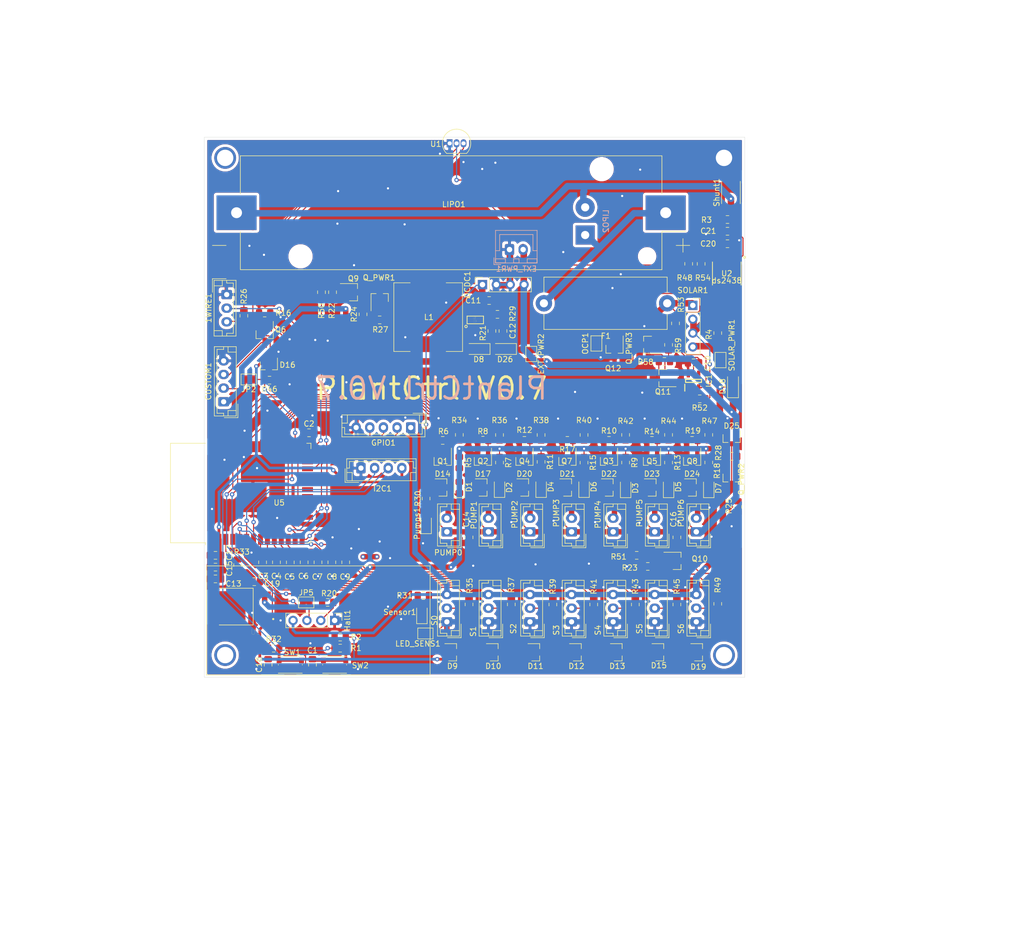
<source format=kicad_pcb>
(kicad_pcb (version 20171130) (host pcbnew 5.1.5+dfsg1-2build2)
  (layers (0 F.Cu signal) (31 B.Cu signal) (34 B.Paste user) (35 F.Paste user) (36 B.SilkS user) (37 F.SilkS user) (38 B.Mask user) (39 F.Mask user) (44 Edge.Cuts user))
  (net 0 "")
  (net 1 PLANT1_PUMP)
  (net 2 PLANT2_PUMP)
  (net 3 PLANT3_PUMP)
  (net 4 PLANT4_PUMP)
  (net 5 PLANT5_PUMP)
  (net 6 PLANT6_PUMP)
  (net 7 GND)
  (net 8 PLANT6_MOIST)
  (net 9 PLANT5_MOIST)
  (net 10 PLANT4_MOIST)
  (net 11 PLANT3_MOIST)
  (net 12 PLANT2_MOIST)
  (net 13 PLANT1_MOIST)
  (net 14 PLANT_CTRL_PUMP_0)
  (net 15 PUMP_PWR)
  (net 16 PWR_PUMP_CONVERTER)
  (net 17 3_3V)
  (net 18 Temp)
  (net 19 PLANT0_PUMP)
  (net 20 CUSTOM_GPIO)
  (net 21 PWR_SENSORS)
  (net 22 PLANT0_MOIST)
  (net 23 "Net-(C1-Pad2)")
  (net 24 "Net-(R35-Pad1)")
  (net 25 PLANT_CTRL_PUMP_1)
  (net 26 "Net-(R37-Pad1)")
  (net 27 PLANT_CTRL_PUMP_2)
  (net 28 "Net-(R39-Pad1)")
  (net 29 PLANT_CTRL_PUMP_3)
  (net 30 "Net-(R41-Pad1)")
  (net 31 PLANT_CTRL_PUMP_4)
  (net 32 "Net-(R43-Pad1)")
  (net 33 PLANT_CTRL_PUMP_5)
  (net 34 "Net-(R45-Pad1)")
  (net 35 PLANT_CTRL_PUMP_6)
  (net 36 "Net-(R49-Pad1)")
  (net 37 PUMP_ENABLE)
  (net 38 SENSORS_ENABLE)
  (net 39 "Net-(C10-Pad2)")
  (net 40 VCC_BATT)
  (net 41 LIPO_OC)
  (net 42 "Net-(D8-Pad2)")
  (net 43 "Net-(Hall1-Pad3)")
  (net 44 "Net-(Hall1-Pad2)")
  (net 45 "Net-(IC1-Pad2)")
  (net 46 "Net-(JP5-Pad1)")
  (net 47 "Net-(R20-Pad2)")
  (net 48 "Net-(R21-Pad2)")
  (net 49 "Net-(D1-Pad2)")
  (net 50 "Net-(D2-Pad2)")
  (net 51 "Net-(D3-Pad2)")
  (net 52 "Net-(D4-Pad2)")
  (net 53 "Net-(D5-Pad2)")
  (net 54 "Net-(D6-Pad2)")
  (net 55 "Net-(D7-Pad2)")
  (net 56 "Net-(Pumps1-Pad2)")
  (net 57 "Net-(Q1-Pad1)")
  (net 58 "Net-(Q2-Pad1)")
  (net 59 "Net-(Q3-Pad1)")
  (net 60 "Net-(Q4-Pad1)")
  (net 61 "Net-(Q5-Pad1)")
  (net 62 "Net-(Q6-Pad1)")
  (net 63 "Net-(Q7-Pad1)")
  (net 64 "Net-(Q8-Pad1)")
  (net 65 "Net-(Q9-Pad3)")
  (net 66 "Net-(Q9-Pad1)")
  (net 67 "Net-(Q10-Pad3)")
  (net 68 "Net-(Q10-Pad1)")
  (net 69 "Net-(Q_PWR1-Pad1)")
  (net 70 "Net-(Q_PWR2-Pad1)")
  (net 71 "Net-(R31-Pad1)")
  (net 72 "Net-(C12-Pad1)")
  (net 73 "Net-(C19-Pad2)")
  (net 74 VCC)
  (net 75 "Net-(C18-Pad2)")
  (net 76 enable_all)
  (net 77 "Net-(Q_PWR3-Pad1)")
  (net 78 SOLAR_IN)
  (net 79 "Net-(C2-Pad2)")
  (net 80 "Net-(C20-Pad1)")
  (net 81 "Net-(D18-Pad2)")
  (net 82 VCC_BAT_FUSED)
  (net 83 "Net-(I2C1-Pad3)")
  (net 84 "Net-(I2C1-Pad2)")
  (net 85 "Net-(IC1-Pad1)")
  (net 86 SOLAR_GND)
  (net 87 Rsense-)
  (net 88 "Net-(R4-Pad1)")
  (net 89 "Net-(C21-Pad1)")
  (net 90 "Net-(CUSTOM1-Pad3)")
  (net 91 "Net-(CUSTOM1-Pad2)")
  (net 92 "Net-(GPIO1-Pad4)")
  (net 93 "Net-(GPIO1-Pad3)")
  (net 94 "Net-(GPIO1-Pad2)")
  (net 95 "Net-(LED_SENS1-Pad1)")
  (module Jumper:SolderJumper-2_P1.3mm_Bridged_Pad1.0x1.5mm (layer F.Cu) (at 264.795 81.534 90)
    (fp_text reference SOLAR_PWR1 (at 2.7178 2.0574 90) (layer F.SilkS))
    (fp_text value NC)
    (fp_poly (pts (xy -0.25 -0.3) (xy 0.25 -0.3) (xy 0.25 0.3) (xy -0.25 0.3)) (layer F.Cu) (width 0))
    (pad 2 smd rect (at 0.65 0 90) (size 1 1.5) (layers F.Cu F.Mask) (net 78 SOLAR_IN))
    (pad 1 smd rect (at -0.65 0 90) (size 1 1.5) (layers F.Cu F.Mask) (net 81 "Net-(D18-Pad2)"))
  )
  (module Connector_PinSocket_2.54mm:PinSocket_1x04_P2.54mm_Vertical (layer F.Cu) (at 259.715 71.501)
    (fp_text reference SOLAR1 (at 0 -2.77) (layer F.SilkS))
    (fp_text value Conn_01x04)
    (pad 4 thru_hole oval (at 0 7.62) (size 1.7 1.7) (drill 1) (layers *.Cu *.Mask) (net 78 SOLAR_IN))
    (pad 3 thru_hole oval (at 0 5.08) (size 1.7 1.7) (drill 1) (layers *.Cu *.Mask) (net 86 SOLAR_GND))
    (pad 2 thru_hole oval (at 0 2.54) (size 1.7 1.7) (drill 1) (layers *.Cu *.Mask) (net 86 SOLAR_GND))
    (pad 1 thru_hole rect (at 0 0) (size 1.7 1.7) (drill 1) (layers *.Cu *.Mask) (net 82 VCC_BAT_FUSED))
  )
  (module Jumper:SolderJumper-2_P1.3mm_Open_Pad1.0x1.5mm (layer F.Cu) (at 242.0366 78.486 270)
    (fp_text reference OCP1 (at 0 2.032 90) (layer F.SilkS))
    (fp_text value SolderJumper_2_Open)
    (pad 1 smd rect (at -0.65 0 270) (size 1 1.5) (layers F.Cu F.Mask) (net 86 SOLAR_GND))
    (pad 2 smd rect (at 0.65 0 270) (size 1 1.5) (layers F.Cu F.Mask) (net 7 GND))
  )
  (module Connector_Wire:SolderWirePad_1x02_P5.08mm_Drill1.5mm (layer B.Cu) (at 239.9792 58.5978 90)
    (fp_text reference LIPO2 (at 2.54 3.81 -90) (layer B.SilkS) (effects (justify mirror)))
    (fp_text value Conn_01x02_Female)
    (pad 2 thru_hole circle (at 5.08 0 90) (size 3.50012 3.50012) (drill 1.50114) (layers *.Cu *.Mask) (net 87 Rsense-))
    (pad 1 thru_hole rect (at 0 0 90) (size 3.50012 3.50012) (drill 1.50114) (layers *.Cu *.Mask) (net 40 VCC_BATT))
  )
  (module misc_footprints:BatteryHolder_Keystone_1042_1x18650 (layer F.Cu) (at 215.4066 54.5084 180)
    (fp_text reference LIPO1 (at -0.4934 1.524) (layer F.SilkS))
    (fp_text value Conn_01x02_Female)
    (pad 1 thru_hole rect (at -39.33 0 180) (size 7.34 6.35) (drill 2) (layers *.Cu *.Mask) (net 40 VCC_BATT))
    (pad 2 thru_hole rect (at 39.33 0 180) (size 7.34 6.35) (drill 2) (layers *.Cu *.Mask) (net 87 Rsense-))
    (pad "" np_thru_hole circle (at 27.6 -8 180) (size 3.45 3.45) (drill 3.45) (layers *.Cu *.Mask))
    (pad "" np_thru_hole circle (at -27.6 8 180) (size 3.45 3.45) (drill 3.45) (layers *.Cu *.Mask))
    (pad "" np_thru_hole circle (at -35.93 -8 180) (size 2.39 2.39) (drill 2.39) (layers *.Cu *.Mask))
  )
  (module Jumper:SolderJumper-2_P1.3mm_Bridged_Pad1.0x1.5mm (layer F.Cu) (at 210.693 131.6736)
    (fp_text reference LED_SENS1 (at -1.3716 1.8796) (layer F.SilkS))
    (fp_text value NC)
    (fp_poly (pts (xy -0.25 -0.3) (xy 0.25 -0.3) (xy 0.25 0.3) (xy -0.25 0.3)) (layer F.Cu) (width 0))
    (pad 2 smd rect (at 0.65 0) (size 1 1.5) (layers F.Cu F.Mask) (net 7 GND))
    (pad 1 smd rect (at -0.65 0) (size 1 1.5) (layers F.Cu F.Mask) (net 95 "Net-(LED_SENS1-Pad1)"))
  )
  (module Connector_JST:JST_EH_B5B-EH-A_1x05_P2.50mm_Vertical (layer F.Cu) (at 208.0006 93.9038 180)
    (fp_text reference GPIO1 (at 5 -2.8) (layer F.SilkS))
    (fp_text value Conn_01x05_Female)
    (pad 5 thru_hole oval (at 10 0 180) (size 1.7 1.95) (drill 0.95) (layers *.Cu *.Mask) (net 7 GND))
    (pad 4 thru_hole oval (at 7.5 0 180) (size 1.7 1.95) (drill 0.95) (layers *.Cu *.Mask) (net 92 "Net-(GPIO1-Pad4)"))
    (pad 3 thru_hole oval (at 5 0 180) (size 1.7 1.95) (drill 0.95) (layers *.Cu *.Mask) (net 93 "Net-(GPIO1-Pad3)"))
    (pad 2 thru_hole oval (at 2.5 0 180) (size 1.7 1.95) (drill 0.95) (layers *.Cu *.Mask) (net 94 "Net-(GPIO1-Pad2)"))
    (pad 1 thru_hole roundrect (at 0 0 180) (size 1.7 1.95) (drill 0.95) (layers *.Cu *.Mask) (roundrect_rratio 0.147059) (net 21 PWR_SENSORS))
  )
  (module Jumper:SolderJumper-2_P1.3mm_Open_Pad1.0x1.5mm (layer F.Cu) (at 230.0986 80.4164 270)
    (fp_text reference EXT_PWR2 (at 0 -1.8 90) (layer F.SilkS))
    (fp_text value SolderJumper_2_Open)
    (pad 1 smd rect (at -0.65 0 270) (size 1 1.5) (layers F.Cu F.Mask) (net 15 PUMP_PWR))
    (pad 2 smd rect (at 0.65 0 270) (size 1 1.5) (layers F.Cu F.Mask) (net 74 VCC))
  )
  (module Connector_JST:JST_XH_B2B-XH-A_1x02_P2.50mm_Vertical (layer B.Cu) (at 226.1108 61.2648)
    (fp_text reference EXT_PWR1 (at 1.25 3.55) (layer B.SilkS) (effects (justify mirror)))
    (fp_text value Conn_01x02)
    (pad 2 thru_hole oval (at 2.5 0) (size 1.7 2) (drill 1) (layers *.Cu *.Mask) (net 15 PUMP_PWR))
    (pad 1 thru_hole roundrect (at 0 0) (size 1.7 2) (drill 1) (layers *.Cu *.Mask) (roundrect_rratio 0.147059) (net 7 GND))
  )
  (module Connector_PinSocket_2.54mm:PinSocket_1x04_P2.54mm_Vertical (layer F.Cu) (at 221.1578 67.691 90)
    (fp_text reference DCDC1 (at 0 -2.77 90) (layer F.SilkS))
    (fp_text value Conn_01x04)
    (pad 4 thru_hole oval (at 0 7.62 90) (size 1.7 1.7) (drill 1) (layers *.Cu *.Mask) (net 15 PUMP_PWR))
    (pad 3 thru_hole oval (at 0 5.08 90) (size 1.7 1.7) (drill 1) (layers *.Cu *.Mask) (net 7 GND))
    (pad 2 thru_hole oval (at 0 2.54 90) (size 1.7 1.7) (drill 1) (layers *.Cu *.Mask) (net 7 GND))
    (pad 1 thru_hole rect (at 0 0 90) (size 1.7 1.7) (drill 1) (layers *.Cu *.Mask) (net 16 PWR_PUMP_CONVERTER))
  )
  (module Connector_JST:JST_EH_B4B-EH-A_1x04_P2.50mm_Vertical (layer F.Cu) (at 173.7106 89.1794 90)
    (fp_text reference CUSTOM1 (at 3.75 -2.8 90) (layer F.SilkS))
    (fp_text value Conn_01x04)
    (pad 4 thru_hole oval (at 7.5 0 90) (size 1.7 1.95) (drill 0.95) (layers *.Cu *.Mask) (net 7 GND))
    (pad 3 thru_hole oval (at 5 0 90) (size 1.7 1.95) (drill 0.95) (layers *.Cu *.Mask) (net 90 "Net-(CUSTOM1-Pad3)"))
    (pad 2 thru_hole oval (at 2.5 0 90) (size 1.7 1.95) (drill 0.95) (layers *.Cu *.Mask) (net 91 "Net-(CUSTOM1-Pad2)"))
    (pad 1 thru_hole roundrect (at 0 0 90) (size 1.7 1.95) (drill 0.95) (layers *.Cu *.Mask) (roundrect_rratio 0.147059) (net 74 VCC))
  )
  (module Connector_JST:JST_EH_B3B-EH-A_1x03_P2.50mm_Vertical (layer F.Cu) (at 174.2694 69.5198 270)
    (fp_text reference 1WIRE1 (at 2.4892 3.302 90) (layer F.SilkS))
    (fp_text value Conn_01x03)
    (pad 3 thru_hole oval (at 5 0 270) (size 1.7 1.95) (drill 0.95) (layers *.Cu *.Mask) (net 17 3_3V))
    (pad 2 thru_hole oval (at 2.5 0 270) (size 1.7 1.95) (drill 0.95) (layers *.Cu *.Mask) (net 18 Temp))
    (pad 1 thru_hole roundrect (at 0 0 270) (size 1.7 1.95) (drill 0.95) (layers *.Cu *.Mask) (roundrect_rratio 0.147059) (net 7 GND))
  )
  (module misc_footprints:ds2438az&plus_ (layer F.Cu) (at 265.938 65.659 270)
    (fp_text reference U2 (at 0 0 180) (layer F.SilkS))
    (fp_text value ds2438 (at 1.2954 0 180) (layer F.SilkS))
    (fp_text user * (at -2.97815 -3.5814 90) (layer F.SilkS))
    (fp_text user * (at -2.97815 -3.5814 90) (layer F.SilkS))
    (pad 8 smd rect (at 2.72415 -1.905 270) (size 1.4605 0.5334) (layers F.Cu F.Paste F.Mask) (net 18 Temp))
    (pad 7 smd rect (at 2.72415 -0.635 270) (size 1.4605 0.5334) (layers F.Cu F.Paste F.Mask))
    (pad 6 smd rect (at 2.72415 0.635 270) (size 1.4605 0.5334) (layers F.Cu F.Paste F.Mask))
    (pad 5 smd rect (at 2.72415 1.905 270) (size 1.4605 0.5334) (layers F.Cu F.Paste F.Mask) (net 74 VCC))
    (pad 4 smd rect (at -2.72415 1.905 270) (size 1.4605 0.5334) (layers F.Cu F.Paste F.Mask) (net 89 "Net-(C21-Pad1)"))
    (pad 3 smd rect (at -2.72415 0.635 270) (size 1.4605 0.5334) (layers F.Cu F.Paste F.Mask) (net 80 "Net-(C20-Pad1)"))
    (pad 2 smd rect (at -2.72415 -0.635 270) (size 1.4605 0.5334) (layers F.Cu F.Paste F.Mask) (net 7 GND))
    (pad 1 smd rect (at -2.72415 -1.905 270) (size 1.4605 0.5334) (layers F.Cu F.Paste F.Mask) (net 87 Rsense-))
  )
  (module Resistor_SMD:R_0805_2012Metric_Pad1.15x1.40mm_HandSolder (layer F.Cu) (at 261.239 63.89 90)
    (fp_text reference R54 (at -2.5564 0.3302 180) (layer F.SilkS))
    (fp_text value 100k)
    (pad 2 smd roundrect (at 1.025 0 90) (size 1.15 1.4) (layers F.Cu F.Paste F.Mask) (roundrect_rratio 0.217391) (net 89 "Net-(C21-Pad1)"))
    (pad 1 smd roundrect (at -1.025 0 90) (size 1.15 1.4) (layers F.Cu F.Paste F.Mask) (roundrect_rratio 0.217391) (net 88 "Net-(R4-Pad1)"))
  )
  (module Capacitor_SMD:C_0805_2012Metric_Pad1.15x1.40mm_HandSolder (layer F.Cu) (at 266.065 57.912)
    (fp_text reference C21 (at -3.5052 -0.0508) (layer F.SilkS))
    (fp_text value 100n)
    (pad 2 smd roundrect (at 1.025 0) (size 1.15 1.4) (layers F.Cu F.Paste F.Mask) (roundrect_rratio 0.217391) (net 87 Rsense-))
    (pad 1 smd roundrect (at -1.025 0) (size 1.15 1.4) (layers F.Cu F.Paste F.Mask) (roundrect_rratio 0.217391) (net 89 "Net-(C21-Pad1)"))
  )
  (module Resistor_SMD:R_2512_6332Metric (layer F.Cu) (at 266.7 50.8 90)
    (fp_text reference Shunt1 (at 0 -2.62 90) (layer F.SilkS))
    (fp_text value 0.100)
    (pad 2 smd roundrect (at 2.9 0 90) (size 1.35 3.35) (layers F.Cu F.Paste F.Mask) (roundrect_rratio 0.185185) (net 7 GND))
    (pad 1 smd roundrect (at -2.9 0 90) (size 1.35 3.35) (layers F.Cu F.Paste F.Mask) (roundrect_rratio 0.185185) (net 87 Rsense-))
  )
  (module Resistor_SMD:R_0805_2012Metric_Pad1.15x1.40mm_HandSolder (layer F.Cu) (at 258.953 63.881 270)
    (fp_text reference R48 (at 2.5654 0.7366 180) (layer F.SilkS))
    (fp_text value 10k)
    (pad 2 smd roundrect (at 1.025 0 270) (size 1.15 1.4) (layers F.Cu F.Paste F.Mask) (roundrect_rratio 0.217391) (net 88 "Net-(R4-Pad1)"))
    (pad 1 smd roundrect (at -1.025 0 270) (size 1.15 1.4) (layers F.Cu F.Paste F.Mask) (roundrect_rratio 0.217391) (net 7 GND))
  )
  (module Resistor_SMD:R_0805_2012Metric_Pad1.15x1.40mm_HandSolder (layer F.Cu) (at 264.287 76.581 270)
    (fp_text reference R4 (at 0.254 1.6256 90) (layer F.SilkS))
    (fp_text value 10k)
    (pad 2 smd roundrect (at 1.025 0 270) (size 1.15 1.4) (layers F.Cu F.Paste F.Mask) (roundrect_rratio 0.217391) (net 78 SOLAR_IN))
    (pad 1 smd roundrect (at -1.025 0 270) (size 1.15 1.4) (layers F.Cu F.Paste F.Mask) (roundrect_rratio 0.217391) (net 88 "Net-(R4-Pad1)"))
  )
  (module Resistor_SMD:R_0805_2012Metric_Pad1.15x1.40mm_HandSolder (layer F.Cu) (at 266.065 55.753 180)
    (fp_text reference R3 (at 3.8354 -0.0762) (layer F.SilkS))
    (fp_text value 100k)
    (pad 2 smd roundrect (at 1.025 0 180) (size 1.15 1.4) (layers F.Cu F.Paste F.Mask) (roundrect_rratio 0.217391) (net 80 "Net-(C20-Pad1)"))
    (pad 1 smd roundrect (at -1.025 0 180) (size 1.15 1.4) (layers F.Cu F.Paste F.Mask) (roundrect_rratio 0.217391) (net 87 Rsense-))
  )
  (module Connector_JST:JST_EH_B4B-EH-A_1x04_P2.50mm_Vertical (layer F.Cu) (at 198.882 101.346)
    (fp_text reference I2C1 (at 3.937 3.7592) (layer F.SilkS))
    (fp_text value Conn_01x04_Female)
    (pad 4 thru_hole oval (at 7.5 0) (size 1.7 1.95) (drill 0.95) (layers *.Cu *.Mask) (net 17 3_3V))
    (pad 3 thru_hole oval (at 5 0) (size 1.7 1.95) (drill 0.95) (layers *.Cu *.Mask) (net 83 "Net-(I2C1-Pad3)"))
    (pad 2 thru_hole oval (at 2.5 0) (size 1.7 1.95) (drill 0.95) (layers *.Cu *.Mask) (net 84 "Net-(I2C1-Pad2)"))
    (pad 1 thru_hole roundrect (at 0 0) (size 1.7 1.95) (drill 0.95) (layers *.Cu *.Mask) (roundrect_rratio 0.147059) (net 7 GND))
  )
  (module Diode_SMD:D_SOD-123F (layer F.Cu) (at 267.081 86.233 90)
    (fp_text reference D18 (at -0.127 -1.905 90) (layer F.SilkS))
    (fp_text value "40V >2A")
    (pad 2 smd rect (at 1.4 0 90) (size 1.1 1.1) (layers F.Cu F.Paste F.Mask) (net 81 "Net-(D18-Pad2)"))
    (pad 1 smd rect (at -1.4 0 90) (size 1.1 1.1) (layers F.Cu F.Paste F.Mask) (net 15 PUMP_PWR))
  )
  (module Capacitor_SMD:C_0805_2012Metric_Pad1.15x1.40mm_HandSolder (layer F.Cu) (at 266.065 60.198)
    (fp_text reference C20 (at -3.5306 0) (layer F.SilkS))
    (fp_text value 100n)
    (pad 2 smd roundrect (at 1.025 0) (size 1.15 1.4) (layers F.Cu F.Paste F.Mask) (roundrect_rratio 0.217391) (net 7 GND))
    (pad 1 smd roundrect (at -1.025 0) (size 1.15 1.4) (layers F.Cu F.Paste F.Mask) (roundrect_rratio 0.217391) (net 80 "Net-(C20-Pad1)"))
  )
  (module Jumper:SolderJumper-2_P1.3mm_Bridged_Pad1.0x1.5mm (layer F.Cu) (at 188.849 125.984)
    (fp_text reference JP5 (at 0 -1.8) (layer F.SilkS))
    (fp_text value NC)
    (fp_poly (pts (xy -0.25 -0.3) (xy 0.25 -0.3) (xy 0.25 0.3) (xy -0.25 0.3)) (layer F.Cu) (width 0))
    (pad 2 smd rect (at 0.65 0) (size 1 1.5) (layers F.Cu F.Mask) (net 43 "Net-(Hall1-Pad3)"))
    (pad 1 smd rect (at -0.65 0) (size 1 1.5) (layers F.Cu F.Mask) (net 46 "Net-(JP5-Pad1)"))
  )
  (module Package_TO_SOT_SMD:SOT-23_Handsoldering (layer F.Cu) (at 266.827 103.124 270)
    (fp_text reference Q_PWR2 (at 0.254 -1.778 90) (layer F.SilkS))
    (fp_text value "P-channel 50v 4A")
    (pad 3 smd rect (at 1.5 0 270) (size 1.9 0.8) (layers F.Cu F.Paste F.Mask) (net 21 PWR_SENSORS))
    (pad 2 smd rect (at -1.5 0.95 270) (size 1.9 0.8) (layers F.Cu F.Paste F.Mask) (net 74 VCC))
    (pad 1 smd rect (at -1.5 -0.95 270) (size 1.9 0.8) (layers F.Cu F.Paste F.Mask) (net 70 "Net-(Q_PWR2-Pad1)"))
  )
  (module misc_footprints:SOT-23-6 (layer F.Cu) (at 219.837 74.168 90)
    (fp_text reference U4 (at 0.076237 -0.079439 270) (layer F.SilkS) (effects (font (size 0.600291 0.600291) (thickness 0.015))))
    (fp_text value SX1308)
    (pad 5 smd rect (at 1.35 0 90) (size 1 0.55) (layers F.Cu F.Paste F.Mask) (net 16 PWR_PUMP_CONVERTER))
    (pad 6 smd rect (at 1.35 -0.95 90) (size 1 0.55) (layers F.Cu F.Paste F.Mask))
    (pad 4 smd rect (at 1.35 0.95 90) (size 1 0.55) (layers F.Cu F.Paste F.Mask) (net 16 PWR_PUMP_CONVERTER))
    (pad 3 smd rect (at -1.35 0.95 90) (size 1 0.55) (layers F.Cu F.Paste F.Mask) (net 48 "Net-(R21-Pad2)"))
    (pad 1 smd rect (at -1.35 -0.95 90) (size 1 0.55) (layers F.Cu F.Paste F.Mask) (net 42 "Net-(D8-Pad2)"))
    (pad 2 smd rect (at -1.35 0 90) (size 1 0.55) (layers F.Cu F.Paste F.Mask) (net 7 GND))
  )
  (module ESP32:DPAK457P991X255-3N (layer F.Cu) (at 176.784 126.746 180)
    (fp_text reference U3 (at -2.825 -4.635) (layer F.SilkS) (effects (font (thickness 0.015))))
    (fp_text value LP38690DT-3.3)
    (pad 4 smd rect (at 2.32 0 180) (size 6.49 5.63) (layers F.Cu F.Mask) (net 7 GND))
    (pad 3 smd rect (at -4.45 2.285 180) (size 2.22 0.96) (layers F.Cu F.Paste F.Mask) (net 74 VCC))
    (pad 1 smd rect (at -4.45 -2.285 180) (size 2.22 0.96) (layers F.Cu F.Paste F.Mask) (net 17 3_3V))
  )
  (module Resistor_SMD:R_0805_2012Metric_Pad1.15x1.40mm_HandSolder (layer F.Cu) (at 256.54 74.803 270)
    (fp_text reference R53 (at -3.429 -1.016 90) (layer F.SilkS))
    (fp_text value 100)
    (pad 2 smd roundrect (at 1.025 0 270) (size 1.15 1.4) (layers F.Cu F.Paste F.Mask) (roundrect_rratio 0.217391) (net 39 "Net-(C10-Pad2)"))
    (pad 1 smd roundrect (at -1.025 0 270) (size 1.15 1.4) (layers F.Cu F.Paste F.Mask) (roundrect_rratio 0.217391) (net 82 VCC_BAT_FUSED))
  )
  (module Resistor_SMD:R_0805_2012Metric_Pad1.15x1.40mm_HandSolder (layer F.Cu) (at 260.985 88.646 180)
    (fp_text reference R52 (at 0 -1.65) (layer F.SilkS))
    (fp_text value 1k)
    (pad 2 smd roundrect (at 1.025 0 180) (size 1.15 1.4) (layers F.Cu F.Paste F.Mask) (roundrect_rratio 0.217391) (net 45 "Net-(IC1-Pad2)"))
    (pad 1 smd roundrect (at -1.025 0 180) (size 1.15 1.4) (layers F.Cu F.Paste F.Mask) (roundrect_rratio 0.217391) (net 86 SOLAR_GND))
  )
  (module Resistor_SMD:R_0805_2012Metric_Pad1.15x1.40mm_HandSolder (layer F.Cu) (at 249.428 117.348 180)
    (fp_text reference R51 (at 3.302 -0.254) (layer F.SilkS))
    (fp_text value 1k)
    (pad 2 smd roundrect (at 1.025 0 180) (size 1.15 1.4) (layers F.Cu F.Paste F.Mask) (roundrect_rratio 0.217391) (net 38 SENSORS_ENABLE))
    (pad 1 smd roundrect (at -1.025 0 180) (size 1.15 1.4) (layers F.Cu F.Paste F.Mask) (roundrect_rratio 0.217391) (net 68 "Net-(Q10-Pad1)"))
  )
  (module Resistor_SMD:R_0805_2012Metric_Pad1.15x1.40mm_HandSolder (layer F.Cu) (at 191.643 69.088 270)
    (fp_text reference R50 (at 3.429 0 90) (layer F.SilkS))
    (fp_text value 1k)
    (pad 2 smd roundrect (at 1.025 0 270) (size 1.15 1.4) (layers F.Cu F.Paste F.Mask) (roundrect_rratio 0.217391) (net 37 PUMP_ENABLE))
    (pad 1 smd roundrect (at -1.025 0 270) (size 1.15 1.4) (layers F.Cu F.Paste F.Mask) (roundrect_rratio 0.217391) (net 66 "Net-(Q9-Pad1)"))
  )
  (module Resistor_SMD:R_0805_2012Metric_Pad1.15x1.40mm_HandSolder (layer F.Cu) (at 182.118 85.217 180)
    (fp_text reference R46 (at 0 -1.65) (layer F.SilkS))
    (fp_text value 1k)
    (pad 2 smd roundrect (at 1.025 0 180) (size 1.15 1.4) (layers F.Cu F.Paste F.Mask) (roundrect_rratio 0.217391) (net 20 CUSTOM_GPIO))
    (pad 1 smd roundrect (at -1.025 0 180) (size 1.15 1.4) (layers F.Cu F.Paste F.Mask) (roundrect_rratio 0.217391) (net 62 "Net-(Q6-Pad1)"))
  )
  (module Resistor_SMD:R_0805_2012Metric_Pad1.15x1.40mm_HandSolder (layer F.Cu) (at 223.901 73.152)
    (fp_text reference R29 (at 2.794 -0.127 90) (layer F.SilkS))
    (fp_text value 1k)
    (pad 2 smd roundrect (at 1.025 0) (size 1.15 1.4) (layers F.Cu F.Paste F.Mask) (roundrect_rratio 0.217391) (net 7 GND))
    (pad 1 smd roundrect (at -1.025 0) (size 1.15 1.4) (layers F.Cu F.Paste F.Mask) (roundrect_rratio 0.217391) (net 48 "Net-(R21-Pad2)"))
  )
  (module Resistor_SMD:R_0805_2012Metric_Pad1.15x1.40mm_HandSolder (layer F.Cu) (at 266.827 99.187 180)
    (fp_text reference R28 (at 2.413 0.635 90) (layer F.SilkS))
    (fp_text value 10k)
    (pad 2 smd roundrect (at 1.025 0 180) (size 1.15 1.4) (layers F.Cu F.Paste F.Mask) (roundrect_rratio 0.217391) (net 74 VCC))
    (pad 1 smd roundrect (at -1.025 0 180) (size 1.15 1.4) (layers F.Cu F.Paste F.Mask) (roundrect_rratio 0.217391) (net 70 "Net-(Q_PWR2-Pad1)"))
  )
  (module Resistor_SMD:R_0805_2012Metric_Pad1.15x1.40mm_HandSolder (layer F.Cu) (at 202.311 74.168)
    (fp_text reference R27 (at 0.127 1.778) (layer F.SilkS))
    (fp_text value 10k)
    (pad 2 smd roundrect (at 1.025 0) (size 1.15 1.4) (layers F.Cu F.Paste F.Mask) (roundrect_rratio 0.217391) (net 74 VCC))
    (pad 1 smd roundrect (at -1.025 0) (size 1.15 1.4) (layers F.Cu F.Paste F.Mask) (roundrect_rratio 0.217391) (net 69 "Net-(Q_PWR1-Pad1)"))
  )
  (module Resistor_SMD:R_0805_2012Metric_Pad1.15x1.40mm_HandSolder (layer F.Cu) (at 177.419 73.406 270)
    (fp_text reference R26 (at -3.556 0 90) (layer F.SilkS))
    (fp_text value 4k7)
    (pad 2 smd roundrect (at 1.025 0 270) (size 1.15 1.4) (layers F.Cu F.Paste F.Mask) (roundrect_rratio 0.217391) (net 17 3_3V))
    (pad 1 smd roundrect (at -1.025 0 270) (size 1.15 1.4) (layers F.Cu F.Paste F.Mask) (roundrect_rratio 0.217391) (net 18 Temp))
  )
  (module Resistor_SMD:R_0805_2012Metric_Pad1.15x1.40mm_HandSolder (layer F.Cu) (at 267.97 108.458 270)
    (fp_text reference R25 (at -0.127 1.651 90) (layer F.SilkS))
    (fp_text value 10k)
    (pad 2 smd roundrect (at 1.025 0 270) (size 1.15 1.4) (layers F.Cu F.Paste F.Mask) (roundrect_rratio 0.217391) (net 67 "Net-(Q10-Pad3)"))
    (pad 1 smd roundrect (at -1.025 0 270) (size 1.15 1.4) (layers F.Cu F.Paste F.Mask) (roundrect_rratio 0.217391) (net 70 "Net-(Q_PWR2-Pad1)"))
  )
  (module Resistor_SMD:R_0805_2012Metric_Pad1.15x1.40mm_HandSolder (layer F.Cu) (at 199.263 73.143 90)
    (fp_text reference R24 (at 0 -1.65 90) (layer F.SilkS))
    (fp_text value 10k)
    (pad 2 smd roundrect (at 1.025 0 90) (size 1.15 1.4) (layers F.Cu F.Paste F.Mask) (roundrect_rratio 0.217391) (net 65 "Net-(Q9-Pad3)"))
    (pad 1 smd roundrect (at -1.025 0 90) (size 1.15 1.4) (layers F.Cu F.Paste F.Mask) (roundrect_rratio 0.217391) (net 69 "Net-(Q_PWR1-Pad1)"))
  )
  (module Resistor_SMD:R_0805_2012Metric_Pad1.15x1.40mm_HandSolder (layer F.Cu) (at 251.46 119.38)
    (fp_text reference R23 (at -3.302 0.254) (layer F.SilkS))
    (fp_text value 10k)
    (pad 2 smd roundrect (at 1.025 0) (size 1.15 1.4) (layers F.Cu F.Paste F.Mask) (roundrect_rratio 0.217391) (net 7 GND))
    (pad 1 smd roundrect (at -1.025 0) (size 1.15 1.4) (layers F.Cu F.Paste F.Mask) (roundrect_rratio 0.217391) (net 68 "Net-(Q10-Pad1)"))
  )
  (module Resistor_SMD:R_0805_2012Metric_Pad1.15x1.40mm_HandSolder (layer F.Cu) (at 193.675 69.088 270)
    (fp_text reference R22 (at 3.429 0.127 90) (layer F.SilkS))
    (fp_text value 10k)
    (pad 2 smd roundrect (at 1.025 0 270) (size 1.15 1.4) (layers F.Cu F.Paste F.Mask) (roundrect_rratio 0.217391) (net 7 GND))
    (pad 1 smd roundrect (at -1.025 0 270) (size 1.15 1.4) (layers F.Cu F.Paste F.Mask) (roundrect_rratio 0.217391) (net 66 "Net-(Q9-Pad1)"))
  )
  (module Resistor_SMD:R_0805_2012Metric_Pad1.15x1.40mm_HandSolder (layer F.Cu) (at 222.885 76.2 90)
    (fp_text reference R21 (at -0.381 -1.65 90) (layer F.SilkS))
    (fp_text value 19k-19.5K)
    (pad 2 smd roundrect (at 1.025 0 90) (size 1.15 1.4) (layers F.Cu F.Paste F.Mask) (roundrect_rratio 0.217391) (net 48 "Net-(R21-Pad2)"))
    (pad 1 smd roundrect (at -1.025 0 90) (size 1.15 1.4) (layers F.Cu F.Paste F.Mask) (roundrect_rratio 0.217391) (net 72 "Net-(C12-Pad1)"))
  )
  (module Resistor_SMD:R_0805_2012Metric_Pad1.15x1.40mm_HandSolder (layer F.Cu) (at 192.786 125.984 180)
    (fp_text reference R20 (at -0.254 1.651) (layer F.SilkS))
    (fp_text value 10k)
    (pad 2 smd roundrect (at 1.025 0 180) (size 1.15 1.4) (layers F.Cu F.Paste F.Mask) (roundrect_rratio 0.217391) (net 47 "Net-(R20-Pad2)"))
    (pad 1 smd roundrect (at -1.025 0 180) (size 1.15 1.4) (layers F.Cu F.Paste F.Mask) (roundrect_rratio 0.217391) (net 44 "Net-(Hall1-Pad2)"))
  )
  (module Resistor_SMD:R_0805_2012Metric_Pad1.15x1.40mm_HandSolder (layer F.Cu) (at 181.229 72.898 180)
    (fp_text reference R16 (at -3.429 0) (layer F.SilkS))
    (fp_text value 10k)
    (pad 2 smd roundrect (at 1.025 0 180) (size 1.15 1.4) (layers F.Cu F.Paste F.Mask) (roundrect_rratio 0.217391) (net 7 GND))
    (pad 1 smd roundrect (at -1.025 0 180) (size 1.15 1.4) (layers F.Cu F.Paste F.Mask) (roundrect_rratio 0.217391) (net 62 "Net-(Q6-Pad1)"))
  )
  (module Package_TO_SOT_SMD:SOT-23_Handsoldering (layer F.Cu) (at 202.311 70.104 90)
    (fp_text reference Q_PWR1 (at 3.683 -0.127 180) (layer F.SilkS))
    (fp_text value "P-channel 50v 4A")
    (pad 3 smd rect (at 1.5 0 90) (size 1.9 0.8) (layers F.Cu F.Paste F.Mask) (net 16 PWR_PUMP_CONVERTER))
    (pad 2 smd rect (at -1.5 0.95 90) (size 1.9 0.8) (layers F.Cu F.Paste F.Mask) (net 74 VCC))
    (pad 1 smd rect (at -1.5 -0.95 90) (size 1.9 0.8) (layers F.Cu F.Paste F.Mask) (net 69 "Net-(Q_PWR1-Pad1)"))
  )
  (module Package_TO_SOT_SMD:SOT-23_Handsoldering (layer F.Cu) (at 245.364 79.502 270)
    (fp_text reference Q12 (at 3.556 0.254 180) (layer F.SilkS))
    (fp_text value "N-channel 30V 5A")
    (pad 3 smd rect (at 1.5 0 270) (size 1.9 0.8) (layers F.Cu F.Paste F.Mask) (net 7 GND))
    (pad 2 smd rect (at -1.5 0.95 270) (size 1.9 0.8) (layers F.Cu F.Paste F.Mask) (net 86 SOLAR_GND))
    (pad 1 smd rect (at -1.5 -0.95 270) (size 1.9 0.8) (layers F.Cu F.Paste F.Mask) (net 41 LIPO_OC))
  )
  (module Package_TO_SOT_SMD:SOT-23_Handsoldering (layer F.Cu) (at 254.254 84.836 180)
    (fp_text reference Q11 (at 0 -2.5) (layer F.SilkS))
    (fp_text value "N-channel 30V 5A")
    (pad 3 smd rect (at 1.5 0 180) (size 1.9 0.8) (layers F.Cu F.Paste F.Mask) (net 76 enable_all))
    (pad 2 smd rect (at -1.5 0.95 180) (size 1.9 0.8) (layers F.Cu F.Paste F.Mask) (net 7 GND))
    (pad 1 smd rect (at -1.5 -0.95 180) (size 1.9 0.8) (layers F.Cu F.Paste F.Mask) (net 85 "Net-(IC1-Pad1)"))
  )
  (module Package_TO_SOT_SMD:SOT-23_Handsoldering (layer F.Cu) (at 256.794 118.364)
    (fp_text reference Q10 (at 4.191 -0.381) (layer F.SilkS))
    (fp_text value "N-channel 30V 5A")
    (pad 3 smd rect (at 1.5 0) (size 1.9 0.8) (layers F.Cu F.Paste F.Mask) (net 67 "Net-(Q10-Pad3)"))
    (pad 2 smd rect (at -1.5 0.95) (size 1.9 0.8) (layers F.Cu F.Paste F.Mask) (net 7 GND))
    (pad 1 smd rect (at -1.5 -0.95) (size 1.9 0.8) (layers F.Cu F.Paste F.Mask) (net 68 "Net-(Q10-Pad1)"))
  )
  (module Package_TO_SOT_SMD:SOT-23_Handsoldering (layer F.Cu) (at 197.485 69.088)
    (fp_text reference Q9 (at 0 -2.5) (layer F.SilkS))
    (fp_text value "N-channel 30V 5A")
    (pad 3 smd rect (at 1.5 0) (size 1.9 0.8) (layers F.Cu F.Paste F.Mask) (net 65 "Net-(Q9-Pad3)"))
    (pad 2 smd rect (at -1.5 0.95) (size 1.9 0.8) (layers F.Cu F.Paste F.Mask) (net 7 GND))
    (pad 1 smd rect (at -1.5 -0.95) (size 1.9 0.8) (layers F.Cu F.Paste F.Mask) (net 66 "Net-(Q9-Pad1)"))
  )
  (module Package_TO_SOT_SMD:SOT-23_Handsoldering (layer F.Cu) (at 181.229 76.835 270)
    (fp_text reference Q6 (at -0.889 -2.921 180) (layer F.SilkS))
    (fp_text value "N-channel 30V 5A")
    (pad 3 smd rect (at 1.5 0 270) (size 1.9 0.8) (layers F.Cu F.Paste F.Mask) (net 90 "Net-(CUSTOM1-Pad3)"))
    (pad 2 smd rect (at -1.5 0.95 270) (size 1.9 0.8) (layers F.Cu F.Paste F.Mask) (net 7 GND))
    (pad 1 smd rect (at -1.5 -0.95 270) (size 1.9 0.8) (layers F.Cu F.Paste F.Mask) (net 62 "Net-(Q6-Pad1)"))
  )
  (module Inductor_SMD:L_12x12mm_H4.5mm (layer F.Cu) (at 211.201 73.66 270)
    (fp_text reference L1 (at 0 -0.127 180) (layer F.SilkS))
    (fp_text value "4A 5-22uH min DCR")
    (pad 2 smd rect (at 4.95 0 270) (size 2.9 5.4) (layers F.Cu F.Paste F.Mask) (net 42 "Net-(D8-Pad2)"))
    (pad 1 smd rect (at -4.95 0 270) (size 2.9 5.4) (layers F.Cu F.Paste F.Mask) (net 16 PWR_PUMP_CONVERTER))
  )
  (module Jumper:SolderJumper-2_P1.3mm_Open_Pad1.0x1.5mm (layer F.Cu) (at 178.308 85.09 180)
    (fp_text reference JP2 (at 0 -1.8) (layer F.SilkS))
    (fp_text value SolderJumper_2_Open)
    (pad 1 smd rect (at -0.65 0 180) (size 1 1.5) (layers F.Cu F.Mask) (net 20 CUSTOM_GPIO))
    (pad 2 smd rect (at 0.65 0 180) (size 1 1.5) (layers F.Cu F.Mask) (net 91 "Net-(CUSTOM1-Pad2)"))
  )
  (module misc_footprints:SOT95P280X135-6N (layer F.Cu) (at 259.842 85.344 90)
    (fp_text reference IC1 (at 0 2.8448 90) (layer F.SilkS))
    (fp_text value DW01)
    (pad 6 smd rect (at 1.25 -0.95 90) (size 1.25 0.6) (layers F.Cu F.Paste F.Mask) (net 7 GND))
    (pad 5 smd rect (at 1.25 0 90) (size 1.25 0.6) (layers F.Cu F.Paste F.Mask) (net 39 "Net-(C10-Pad2)"))
    (pad 4 smd rect (at 1.25 0.95 90) (size 1.25 0.6) (layers F.Cu F.Paste F.Mask))
    (pad 3 smd rect (at -1.25 0.95 90) (size 1.25 0.6) (layers F.Cu F.Paste F.Mask) (net 41 LIPO_OC))
    (pad 2 smd rect (at -1.25 0 90) (size 1.25 0.6) (layers F.Cu F.Paste F.Mask) (net 45 "Net-(IC1-Pad2)"))
    (pad 1 smd rect (at -1.25 -0.95 90) (size 1.25 0.6) (layers F.Cu F.Paste F.Mask) (net 85 "Net-(IC1-Pad1)"))
  )
  (module ESP32:SR04M-2PinHeader_1x04_P2.54mm_Vertical (layer F.Cu) (at 194.056 129.286 270)
    (fp_text reference Hall1 (at 0 -2.33 90) (layer F.SilkS))
    (fp_text value Conn_01x04)
    (pad 4 thru_hole oval (at 0 7.62 270) (size 1.7 1.7) (drill 1) (layers *.Cu *.Mask) (net 21 PWR_SENSORS))
    (pad 3 thru_hole oval (at 0 5.08 270) (size 1.7 1.7) (drill 1) (layers *.Cu *.Mask) (net 43 "Net-(Hall1-Pad3)"))
    (pad 2 thru_hole oval (at 0 2.54 270) (size 1.7 1.7) (drill 1) (layers *.Cu *.Mask) (net 44 "Net-(Hall1-Pad2)"))
    (pad 1 thru_hole rect (at 0 0 270) (size 1.7 1.7) (drill 1) (layers *.Cu *.Mask) (net 7 GND))
  )
  (module Diode_SMD:D_SOD-123F (layer F.Cu) (at 225.171 79.502 180)
    (fp_text reference D26 (at -0.127 -1.905) (layer F.SilkS))
    (fp_text value "40V >2A")
    (pad 2 smd rect (at 1.4 0 180) (size 1.1 1.1) (layers F.Cu F.Paste F.Mask) (net 72 "Net-(C12-Pad1)"))
    (pad 1 smd rect (at -1.4 0 180) (size 1.1 1.1) (layers F.Cu F.Paste F.Mask) (net 15 PUMP_PWR))
  )
  (module Package_TO_SOT_SMD:SOT-23 (layer F.Cu) (at 266.827 95.885 270)
    (fp_text reference D25 (at -2.286 0 180) (layer F.SilkS))
    (fp_text value BAS40-04)
    (pad 3 smd rect (at 1 0 270) (size 0.9 0.8) (layers F.Cu F.Paste F.Mask) (net 21 PWR_SENSORS))
    (pad 2 smd rect (at -1 0.95 270) (size 0.9 0.8) (layers F.Cu F.Paste F.Mask) (net 74 VCC))
    (pad 1 smd rect (at -1 -0.95 270) (size 0.9 0.8) (layers F.Cu F.Paste F.Mask) (net 7 GND))
  )
  (module Package_TO_SOT_SMD:SOT-23 (layer F.Cu) (at 181.991 82.55 270)
    (fp_text reference D16 (at -0.127 -3.429 180) (layer F.SilkS))
    (fp_text value BAS40-04)
    (pad 3 smd rect (at 1 0 270) (size 0.9 0.8) (layers F.Cu F.Paste F.Mask) (net 20 CUSTOM_GPIO))
    (pad 2 smd rect (at -1 0.95 270) (size 0.9 0.8) (layers F.Cu F.Paste F.Mask) (net 17 3_3V))
    (pad 1 smd rect (at -1 -0.95 270) (size 0.9 0.8) (layers F.Cu F.Paste F.Mask) (net 7 GND))
  )
  (module Diode_SMD:D_SOD-123F (layer F.Cu) (at 220.345 79.502 180)
    (fp_text reference D8 (at -0.127 -1.905) (layer F.SilkS))
    (fp_text value "40V >2A")
    (pad 2 smd rect (at 1.4 0 180) (size 1.1 1.1) (layers F.Cu F.Paste F.Mask) (net 42 "Net-(D8-Pad2)"))
    (pad 1 smd rect (at -1.4 0 180) (size 1.1 1.1) (layers F.Cu F.Paste F.Mask) (net 72 "Net-(C12-Pad1)"))
  )
  (module Capacitor_SMD:C_0805_2012Metric_Pad1.15x1.40mm_HandSolder (layer F.Cu) (at 172.212 121.666 180)
    (fp_text reference C13 (at -3.302 -0.889 180) (layer F.SilkS))
    (fp_text value 22uf)
    (pad 2 smd roundrect (at 1.025 0 180) (size 1.15 1.4) (layers F.Cu F.Paste F.Mask) (roundrect_rratio 0.217391) (net 7 GND))
    (pad 1 smd roundrect (at -1.025 0 180) (size 1.15 1.4) (layers F.Cu F.Paste F.Mask) (roundrect_rratio 0.217391) (net 17 3_3V))
  )
  (module Capacitor_SMD:C_0805_2012Metric_Pad1.15x1.40mm_HandSolder (layer F.Cu) (at 224.917 76.2 90)
    (fp_text reference C12 (at 0 1.778 90) (layer F.SilkS))
    (fp_text value 22uf)
    (pad 2 smd roundrect (at 1.025 0 90) (size 1.15 1.4) (layers F.Cu F.Paste F.Mask) (roundrect_rratio 0.217391) (net 7 GND))
    (pad 1 smd roundrect (at -1.025 0 90) (size 1.15 1.4) (layers F.Cu F.Paste F.Mask) (roundrect_rratio 0.217391) (net 72 "Net-(C12-Pad1)"))
  )
  (module Capacitor_SMD:C_0805_2012Metric_Pad1.15x1.40mm_HandSolder (layer F.Cu) (at 222.377 70.612)
    (fp_text reference C11 (at -2.921 0) (layer F.SilkS))
    (fp_text value 22uf)
    (pad 2 smd roundrect (at 1.025 0) (size 1.15 1.4) (layers F.Cu F.Paste F.Mask) (roundrect_rratio 0.217391) (net 7 GND))
    (pad 1 smd roundrect (at -1.025 0) (size 1.15 1.4) (layers F.Cu F.Paste F.Mask) (roundrect_rratio 0.217391) (net 16 PWR_PUMP_CONVERTER))
  )
  (module Capacitor_SMD:C_0805_2012Metric_Pad1.15x1.40mm_HandSolder (layer F.Cu) (at 259.842 82.042)
    (fp_text reference C10 (at 2.5908 0.0762 90) (layer F.SilkS))
    (fp_text value 100n)
    (pad 2 smd roundrect (at 1.025 0) (size 1.15 1.4) (layers F.Cu F.Paste F.Mask) (roundrect_rratio 0.217391) (net 39 "Net-(C10-Pad2)"))
    (pad 1 smd roundrect (at -1.025 0) (size 1.15 1.4) (layers F.Cu F.Paste F.Mask) (roundrect_rratio 0.217391) (net 7 GND))
  )
  (module Capacitor_SMD:C_0805_2012Metric_Pad1.15x1.40mm_HandSolder (layer F.Cu) (at 196.088 118.618 90)
    (fp_text reference C9 (at -2.667 -0.127 180) (layer F.SilkS))
    (fp_text value 100n)
    (pad 2 smd roundrect (at 1.025 0 90) (size 1.15 1.4) (layers F.Cu F.Paste F.Mask) (roundrect_rratio 0.217391) (net 8 PLANT6_MOIST))
    (pad 1 smd roundrect (at -1.025 0 90) (size 1.15 1.4) (layers F.Cu F.Paste F.Mask) (roundrect_rratio 0.217391) (net 7 GND))
  )
  (module Capacitor_SMD:C_0805_2012Metric_Pad1.15x1.40mm_HandSolder (layer F.Cu) (at 193.548 118.618 90)
    (fp_text reference C8 (at -2.667 0 180) (layer F.SilkS))
    (fp_text value 100n)
    (pad 2 smd roundrect (at 1.025 0 90) (size 1.15 1.4) (layers F.Cu F.Paste F.Mask) (roundrect_rratio 0.217391) (net 9 PLANT5_MOIST))
    (pad 1 smd roundrect (at -1.025 0 90) (size 1.15 1.4) (layers F.Cu F.Paste F.Mask) (roundrect_rratio 0.217391) (net 7 GND))
  )
  (module Capacitor_SMD:C_0805_2012Metric_Pad1.15x1.40mm_HandSolder (layer F.Cu) (at 191.008 118.618 90)
    (fp_text reference C7 (at -2.667 -0.127 180) (layer F.SilkS))
    (fp_text value 100n)
    (pad 2 smd roundrect (at 1.025 0 90) (size 1.15 1.4) (layers F.Cu F.Paste F.Mask) (roundrect_rratio 0.217391) (net 10 PLANT4_MOIST))
    (pad 1 smd roundrect (at -1.025 0 90) (size 1.15 1.4) (layers F.Cu F.Paste F.Mask) (roundrect_rratio 0.217391) (net 7 GND))
  )
  (module Capacitor_SMD:C_0805_2012Metric_Pad1.15x1.40mm_HandSolder (layer F.Cu) (at 188.468 118.618 90)
    (fp_text reference C6 (at -2.54 -0.127 180) (layer F.SilkS))
    (fp_text value 100n)
    (pad 2 smd roundrect (at 1.025 0 90) (size 1.15 1.4) (layers F.Cu F.Paste F.Mask) (roundrect_rratio 0.217391) (net 11 PLANT3_MOIST))
    (pad 1 smd roundrect (at -1.025 0 90) (size 1.15 1.4) (layers F.Cu F.Paste F.Mask) (roundrect_rratio 0.217391) (net 7 GND))
  )
  (module Capacitor_SMD:C_0805_2012Metric_Pad1.15x1.40mm_HandSolder (layer F.Cu) (at 185.928 118.627 90)
    (fp_text reference C5 (at -2.658 -0.127 180) (layer F.SilkS))
    (fp_text value 100n)
    (pad 2 smd roundrect (at 1.025 0 90) (size 1.15 1.4) (layers F.Cu F.Paste F.Mask) (roundrect_rratio 0.217391) (net 12 PLANT2_MOIST))
    (pad 1 smd roundrect (at -1.025 0 90) (size 1.15 1.4) (layers F.Cu F.Paste F.Mask) (roundrect_rratio 0.217391) (net 7 GND))
  )
  (module Capacitor_SMD:C_0805_2012Metric_Pad1.15x1.40mm_HandSolder (layer F.Cu) (at 183.388 118.618 90)
    (fp_text reference C4 (at -2.54 0 180) (layer F.SilkS))
    (fp_text value 100n)
    (pad 2 smd roundrect (at 1.025 0 90) (size 1.15 1.4) (layers F.Cu F.Paste F.Mask) (roundrect_rratio 0.217391) (net 13 PLANT1_MOIST))
    (pad 1 smd roundrect (at -1.025 0 90) (size 1.15 1.4) (layers F.Cu F.Paste F.Mask) (roundrect_rratio 0.217391) (net 7 GND))
  )
  (module Capacitor_SMD:C_0805_2012Metric_Pad1.15x1.40mm_HandSolder (layer F.Cu) (at 180.848 118.618 90)
    (fp_text reference C3 (at -2.54 0.127 180) (layer F.SilkS))
    (fp_text value 100n)
    (pad 2 smd roundrect (at 1.025 0 90) (size 1.15 1.4) (layers F.Cu F.Paste F.Mask) (roundrect_rratio 0.217391) (net 22 PLANT0_MOIST))
    (pad 1 smd roundrect (at -1.025 0 90) (size 1.15 1.4) (layers F.Cu F.Paste F.Mask) (roundrect_rratio 0.217391) (net 7 GND))
  )
  (module Fuse:Fuseholder_Cylinder-5x20mm_Stelvio-Kontek_PTF78_Horizontal_Open (layer F.Cu) (at 255.016 71.12 180)
    (fp_text reference F1 (at 11.25 -6) (layer F.SilkS))
    (fp_text value Fuse)
    (pad 2 thru_hole circle (at 22.6 0 180) (size 3 3) (drill 1.5) (layers *.Cu *.Mask) (net 40 VCC_BATT))
    (pad 1 thru_hole circle (at 0 0 180) (size 3 3) (drill 1.5) (layers *.Cu *.Mask) (net 82 VCC_BAT_FUSED))
  )
  (module Resistor_SMD:R_0805_2012Metric_Pad1.15x1.40mm_HandSolder (layer F.Cu) (at 255.27 78.74 90)
    (fp_text reference R59 (at -0.127 1.778 90) (layer F.SilkS))
    (fp_text value 10k)
    (pad 2 smd roundrect (at 1.025 0 90) (size 1.15 1.4) (layers F.Cu F.Paste F.Mask) (roundrect_rratio 0.217391) (net 82 VCC_BAT_FUSED))
    (pad 1 smd roundrect (at -1.025 0 90) (size 1.15 1.4) (layers F.Cu F.Paste F.Mask) (roundrect_rratio 0.217391) (net 77 "Net-(Q_PWR3-Pad1)"))
  )
  (module Resistor_SMD:R_0805_2012Metric_Pad1.15x1.40mm_HandSolder (layer F.Cu) (at 254.508 81.788 180)
    (fp_text reference R58 (at 3.4544 -0.1016 180) (layer F.SilkS))
    (fp_text value 10k)
    (pad 2 smd roundrect (at 1.025 0 180) (size 1.15 1.4) (layers F.Cu F.Paste F.Mask) (roundrect_rratio 0.217391) (net 76 enable_all))
    (pad 1 smd roundrect (at -1.025 0 180) (size 1.15 1.4) (layers F.Cu F.Paste F.Mask) (roundrect_rratio 0.217391) (net 77 "Net-(Q_PWR3-Pad1)"))
  )
  (module Resistor_SMD:R_0805_2012Metric_Pad1.15x1.40mm_HandSolder (layer F.Cu) (at 264.287 126.238 90)
    (fp_text reference R49 (at 3.429 0 90) (layer F.SilkS))
    (fp_text value 1k)
    (pad 2 smd roundrect (at 1.025 0 90) (size 1.15 1.4) (layers F.Cu F.Paste F.Mask) (roundrect_rratio 0.217391) (net 8 PLANT6_MOIST))
    (pad 1 smd roundrect (at -1.025 0 90) (size 1.15 1.4) (layers F.Cu F.Paste F.Mask) (roundrect_rratio 0.217391) (net 36 "Net-(R49-Pad1)"))
  )
  (module Resistor_SMD:R_0805_2012Metric_Pad1.15x1.40mm_HandSolder (layer F.Cu) (at 262.636 95.25 270)
    (fp_text reference R47 (at -2.54 -0.127) (layer F.SilkS))
    (fp_text value 1k)
    (pad 2 smd roundrect (at 1.025 0 270) (size 1.15 1.4) (layers F.Cu F.Paste F.Mask) (roundrect_rratio 0.217391) (net 64 "Net-(Q8-Pad1)"))
    (pad 1 smd roundrect (at -1.025 0 270) (size 1.15 1.4) (layers F.Cu F.Paste F.Mask) (roundrect_rratio 0.217391) (net 35 PLANT_CTRL_PUMP_6))
  )
  (module Resistor_SMD:R_0805_2012Metric_Pad1.15x1.40mm_HandSolder (layer F.Cu) (at 256.794 126.365 90)
    (fp_text reference R45 (at 3.302 0 90) (layer F.SilkS))
    (fp_text value 1k)
    (pad 2 smd roundrect (at 1.025 0 90) (size 1.15 1.4) (layers F.Cu F.Paste F.Mask) (roundrect_rratio 0.217391) (net 9 PLANT5_MOIST))
    (pad 1 smd roundrect (at -1.025 0 90) (size 1.15 1.4) (layers F.Cu F.Paste F.Mask) (roundrect_rratio 0.217391) (net 34 "Net-(R45-Pad1)"))
  )
  (module Resistor_SMD:R_0805_2012Metric_Pad1.15x1.40mm_HandSolder (layer F.Cu) (at 255.27 95.25 270)
    (fp_text reference R44 (at -2.54 0 180) (layer F.SilkS))
    (fp_text value 1k)
    (pad 2 smd roundrect (at 1.025 0 270) (size 1.15 1.4) (layers F.Cu F.Paste F.Mask) (roundrect_rratio 0.217391) (net 61 "Net-(Q5-Pad1)"))
    (pad 1 smd roundrect (at -1.025 0 270) (size 1.15 1.4) (layers F.Cu F.Paste F.Mask) (roundrect_rratio 0.217391) (net 33 PLANT_CTRL_PUMP_5))
  )
  (module Resistor_SMD:R_0805_2012Metric_Pad1.15x1.40mm_HandSolder (layer F.Cu) (at 249.174 126.365 90)
    (fp_text reference R43 (at 3.302 0 90) (layer F.SilkS))
    (fp_text value 1k)
    (pad 2 smd roundrect (at 1.025 0 90) (size 1.15 1.4) (layers F.Cu F.Paste F.Mask) (roundrect_rratio 0.217391) (net 10 PLANT4_MOIST))
    (pad 1 smd roundrect (at -1.025 0 90) (size 1.15 1.4) (layers F.Cu F.Paste F.Mask) (roundrect_rratio 0.217391) (net 32 "Net-(R43-Pad1)"))
  )
  (module Resistor_SMD:R_0805_2012Metric_Pad1.15x1.40mm_HandSolder (layer F.Cu) (at 247.396 95.25 270)
    (fp_text reference R42 (at -2.54 0 180) (layer F.SilkS))
    (fp_text value 1k)
    (pad 2 smd roundrect (at 1.025 0 270) (size 1.15 1.4) (layers F.Cu F.Paste F.Mask) (roundrect_rratio 0.217391) (net 59 "Net-(Q3-Pad1)"))
    (pad 1 smd roundrect (at -1.025 0 270) (size 1.15 1.4) (layers F.Cu F.Paste F.Mask) (roundrect_rratio 0.217391) (net 31 PLANT_CTRL_PUMP_4))
  )
  (module Resistor_SMD:R_0805_2012Metric_Pad1.15x1.40mm_HandSolder (layer F.Cu) (at 241.554 126.365 90)
    (fp_text reference R41 (at 3.302 0 90) (layer F.SilkS))
    (fp_text value 1k)
    (pad 2 smd roundrect (at 1.025 0 90) (size 1.15 1.4) (layers F.Cu F.Paste F.Mask) (roundrect_rratio 0.217391) (net 11 PLANT3_MOIST))
    (pad 1 smd roundrect (at -1.025 0 90) (size 1.15 1.4) (layers F.Cu F.Paste F.Mask) (roundrect_rratio 0.217391) (net 30 "Net-(R41-Pad1)"))
  )
  (module Resistor_SMD:R_0805_2012Metric_Pad1.15x1.40mm_HandSolder (layer F.Cu) (at 239.776 95.266 270)
    (fp_text reference R40 (at -2.683 0 180) (layer F.SilkS))
    (fp_text value 1k)
    (pad 2 smd roundrect (at 1.025 0 270) (size 1.15 1.4) (layers F.Cu F.Paste F.Mask) (roundrect_rratio 0.217391) (net 63 "Net-(Q7-Pad1)"))
    (pad 1 smd roundrect (at -1.025 0 270) (size 1.15 1.4) (layers F.Cu F.Paste F.Mask) (roundrect_rratio 0.217391) (net 29 PLANT_CTRL_PUMP_3))
  )
  (module Resistor_SMD:R_0805_2012Metric_Pad1.15x1.40mm_HandSolder (layer F.Cu) (at 234.061 126.365 90)
    (fp_text reference R39 (at 3.302 0 90) (layer F.SilkS))
    (fp_text value 1k)
    (pad 2 smd roundrect (at 1.025 0 90) (size 1.15 1.4) (layers F.Cu F.Paste F.Mask) (roundrect_rratio 0.217391) (net 12 PLANT2_MOIST))
    (pad 1 smd roundrect (at -1.025 0 90) (size 1.15 1.4) (layers F.Cu F.Paste F.Mask) (roundrect_rratio 0.217391) (net 28 "Net-(R39-Pad1)"))
  )
  (module Resistor_SMD:R_0805_2012Metric_Pad1.15x1.40mm_HandSolder (layer F.Cu) (at 231.902 95.266 270)
    (fp_text reference R38 (at -2.683 0 180) (layer F.SilkS))
    (fp_text value 1k)
    (pad 2 smd roundrect (at 1.025 0 270) (size 1.15 1.4) (layers F.Cu F.Paste F.Mask) (roundrect_rratio 0.217391) (net 60 "Net-(Q4-Pad1)"))
    (pad 1 smd roundrect (at -1.025 0 270) (size 1.15 1.4) (layers F.Cu F.Paste F.Mask) (roundrect_rratio 0.217391) (net 27 PLANT_CTRL_PUMP_2))
  )
  (module Resistor_SMD:R_0805_2012Metric_Pad1.15x1.40mm_HandSolder (layer F.Cu) (at 226.441 126.349 90)
    (fp_text reference R37 (at 3.54 0 90) (layer F.SilkS))
    (fp_text value 10k)
    (pad 2 smd roundrect (at 1.025 0 90) (size 1.15 1.4) (layers F.Cu F.Paste F.Mask) (roundrect_rratio 0.217391) (net 13 PLANT1_MOIST))
    (pad 1 smd roundrect (at -1.025 0 90) (size 1.15 1.4) (layers F.Cu F.Paste F.Mask) (roundrect_rratio 0.217391) (net 26 "Net-(R37-Pad1)"))
  )
  (module Resistor_SMD:R_0805_2012Metric_Pad1.15x1.40mm_HandSolder (layer F.Cu) (at 224.282 95.266 270)
    (fp_text reference R36 (at -2.683 0 180) (layer F.SilkS))
    (fp_text value 1k)
    (pad 2 smd roundrect (at 1.025 0 270) (size 1.15 1.4) (layers F.Cu F.Paste F.Mask) (roundrect_rratio 0.217391) (net 58 "Net-(Q2-Pad1)"))
    (pad 1 smd roundrect (at -1.025 0 270) (size 1.15 1.4) (layers F.Cu F.Paste F.Mask) (roundrect_rratio 0.217391) (net 25 PLANT_CTRL_PUMP_1))
  )
  (module Resistor_SMD:R_0805_2012Metric_Pad1.15x1.40mm_HandSolder (layer F.Cu) (at 218.694 126.349 90)
    (fp_text reference R35 (at 3.413 0.127 90) (layer F.SilkS))
    (fp_text value 10k)
    (pad 2 smd roundrect (at 1.025 0 90) (size 1.15 1.4) (layers F.Cu F.Paste F.Mask) (roundrect_rratio 0.217391) (net 22 PLANT0_MOIST))
    (pad 1 smd roundrect (at -1.025 0 90) (size 1.15 1.4) (layers F.Cu F.Paste F.Mask) (roundrect_rratio 0.217391) (net 24 "Net-(R35-Pad1)"))
  )
  (module Resistor_SMD:R_0805_2012Metric_Pad1.15x1.40mm_HandSolder (layer F.Cu) (at 216.916 95.25 270)
    (fp_text reference R34 (at -2.667 0 180) (layer F.SilkS))
    (fp_text value 1k)
    (pad 2 smd roundrect (at 1.025 0 270) (size 1.15 1.4) (layers F.Cu F.Paste F.Mask) (roundrect_rratio 0.217391) (net 57 "Net-(Q1-Pad1)"))
    (pad 1 smd roundrect (at -1.025 0 270) (size 1.15 1.4) (layers F.Cu F.Paste F.Mask) (roundrect_rratio 0.217391) (net 14 PLANT_CTRL_PUMP_0))
  )
  (module Resistor_SMD:R_0805_2012Metric_Pad1.15x1.40mm_HandSolder (layer F.Cu) (at 176.276 119.126 270)
    (fp_text reference R33 (at -2.413 -0.762 180) (layer F.SilkS))
    (fp_text value 10k)
    (pad 2 smd roundrect (at 1.025 0 270) (size 1.15 1.4) (layers F.Cu F.Paste F.Mask) (roundrect_rratio 0.217391) (net 17 3_3V))
    (pad 1 smd roundrect (at -1.025 0 270) (size 1.15 1.4) (layers F.Cu F.Paste F.Mask) (roundrect_rratio 0.217391) (net 73 "Net-(C19-Pad2)"))
  )
  (module Resistor_SMD:R_0805_2012Metric_Pad1.15x1.40mm_HandSolder (layer F.Cu) (at 182.88 134.366)
    (fp_text reference R32 (at 0 -1.65) (layer F.SilkS))
    (fp_text value 10k)
    (pad 2 smd roundrect (at 1.025 0) (size 1.15 1.4) (layers F.Cu F.Paste F.Mask) (roundrect_rratio 0.217391) (net 75 "Net-(C18-Pad2)"))
    (pad 1 smd roundrect (at -1.025 0) (size 1.15 1.4) (layers F.Cu F.Paste F.Mask) (roundrect_rratio 0.217391) (net 73 "Net-(C19-Pad2)"))
  )
  (module Resistor_SMD:R_0805_2012Metric_Pad1.15x1.40mm_HandSolder (layer F.Cu) (at 210.312 124.714)
    (fp_text reference R31 (at -3.429 0) (layer F.SilkS))
    (fp_text value 270)
    (pad 2 smd roundrect (at 1.025 0) (size 1.15 1.4) (layers F.Cu F.Paste F.Mask) (roundrect_rratio 0.217391) (net 21 PWR_SENSORS))
    (pad 1 smd roundrect (at -1.025 0) (size 1.15 1.4) (layers F.Cu F.Paste F.Mask) (roundrect_rratio 0.217391) (net 71 "Net-(R31-Pad1)"))
  )
  (module Resistor_SMD:R_0805_2012Metric_Pad1.15x1.40mm_HandSolder (layer F.Cu) (at 210.82 106.934 270)
    (fp_text reference R30 (at 0 1.524 90) (layer F.SilkS))
    (fp_text value 270)
    (pad 2 smd roundrect (at 1.025 0 270) (size 1.15 1.4) (layers F.Cu F.Paste F.Mask) (roundrect_rratio 0.217391) (net 56 "Net-(Pumps1-Pad2)"))
    (pad 1 smd roundrect (at -1.025 0 270) (size 1.15 1.4) (layers F.Cu F.Paste F.Mask) (roundrect_rratio 0.217391) (net 16 PWR_PUMP_CONVERTER))
  )
  (module Resistor_SMD:R_0805_2012Metric_Pad1.15x1.40mm_HandSolder (layer F.Cu) (at 259.572 96.266 180)
    (fp_text reference R19 (at -0.143 1.778) (layer F.SilkS))
    (fp_text value 10k)
    (pad 2 smd roundrect (at 1.025 0 180) (size 1.15 1.4) (layers F.Cu F.Paste F.Mask) (roundrect_rratio 0.217391) (net 7 GND))
    (pad 1 smd roundrect (at -1.025 0 180) (size 1.15 1.4) (layers F.Cu F.Paste F.Mask) (roundrect_rratio 0.217391) (net 64 "Net-(Q8-Pad1)"))
  )
  (module Resistor_SMD:R_0805_2012Metric_Pad1.15x1.40mm_HandSolder (layer F.Cu) (at 262.636 100.314 270)
    (fp_text reference R18 (at 1.54 -1.524 270) (layer F.SilkS))
    (fp_text value 270)
    (pad 2 smd roundrect (at 1.025 0 270) (size 1.15 1.4) (layers F.Cu F.Paste F.Mask) (roundrect_rratio 0.217391) (net 55 "Net-(D7-Pad2)"))
    (pad 1 smd roundrect (at -1.025 0 270) (size 1.15 1.4) (layers F.Cu F.Paste F.Mask) (roundrect_rratio 0.217391) (net 74 VCC))
  )
  (module Resistor_SMD:R_0805_2012Metric_Pad1.15x1.40mm_HandSolder (layer F.Cu) (at 236.712 96.266 180)
    (fp_text reference R17 (at 0 -1.65) (layer F.SilkS))
    (fp_text value 47k)
    (pad 2 smd roundrect (at 1.025 0 180) (size 1.15 1.4) (layers F.Cu F.Paste F.Mask) (roundrect_rratio 0.217391) (net 7 GND))
    (pad 1 smd roundrect (at -1.025 0 180) (size 1.15 1.4) (layers F.Cu F.Paste F.Mask) (roundrect_rratio 0.217391) (net 63 "Net-(Q7-Pad1)"))
  )
  (module Resistor_SMD:R_0805_2012Metric_Pad1.15x1.40mm_HandSolder (layer F.Cu) (at 239.776 100.346 270)
    (fp_text reference R15 (at 0 -1.65 90) (layer F.SilkS))
    (fp_text value 270)
    (pad 2 smd roundrect (at 1.025 0 270) (size 1.15 1.4) (layers F.Cu F.Paste F.Mask) (roundrect_rratio 0.217391) (net 54 "Net-(D6-Pad2)"))
    (pad 1 smd roundrect (at -1.025 0 270) (size 1.15 1.4) (layers F.Cu F.Paste F.Mask) (roundrect_rratio 0.217391) (net 74 VCC))
  )
  (module Resistor_SMD:R_0805_2012Metric_Pad1.15x1.40mm_HandSolder (layer F.Cu) (at 252.222 96.266 180)
    (fp_text reference R14 (at 0 1.651) (layer F.SilkS))
    (fp_text value 10k)
    (pad 2 smd roundrect (at 1.025 0 180) (size 1.15 1.4) (layers F.Cu F.Paste F.Mask) (roundrect_rratio 0.217391) (net 7 GND))
    (pad 1 smd roundrect (at -1.025 0 180) (size 1.15 1.4) (layers F.Cu F.Paste F.Mask) (roundrect_rratio 0.217391) (net 61 "Net-(Q5-Pad1)"))
  )
  (module Resistor_SMD:R_0805_2012Metric_Pad1.15x1.40mm_HandSolder (layer F.Cu) (at 255.27 100.33 270)
    (fp_text reference R13 (at 0 -1.65 90) (layer F.SilkS))
    (fp_text value 270)
    (pad 2 smd roundrect (at 1.025 0 270) (size 1.15 1.4) (layers F.Cu F.Paste F.Mask) (roundrect_rratio 0.217391) (net 53 "Net-(D5-Pad2)"))
    (pad 1 smd roundrect (at -1.025 0 270) (size 1.15 1.4) (layers F.Cu F.Paste F.Mask) (roundrect_rratio 0.217391) (net 74 VCC))
  )
  (module Resistor_SMD:R_0805_2012Metric_Pad1.15x1.40mm_HandSolder (layer F.Cu) (at 228.838 96.266 180)
    (fp_text reference R12 (at -0.016 1.905) (layer F.SilkS))
    (fp_text value 10k)
    (pad 2 smd roundrect (at 1.025 0 180) (size 1.15 1.4) (layers F.Cu F.Paste F.Mask) (roundrect_rratio 0.217391) (net 7 GND))
    (pad 1 smd roundrect (at -1.025 0 180) (size 1.15 1.4) (layers F.Cu F.Paste F.Mask) (roundrect_rratio 0.217391) (net 60 "Net-(Q4-Pad1)"))
  )
  (module Resistor_SMD:R_0805_2012Metric_Pad1.15x1.40mm_HandSolder (layer F.Cu) (at 231.902 100.203 270)
    (fp_text reference R11 (at 0 -1.65 90) (layer F.SilkS))
    (fp_text value 270)
    (pad 2 smd roundrect (at 1.025 0 270) (size 1.15 1.4) (layers F.Cu F.Paste F.Mask) (roundrect_rratio 0.217391) (net 52 "Net-(D4-Pad2)"))
    (pad 1 smd roundrect (at -1.025 0 270) (size 1.15 1.4) (layers F.Cu F.Paste F.Mask) (roundrect_rratio 0.217391) (net 74 VCC))
  )
  (module Resistor_SMD:R_0805_2012Metric_Pad1.15x1.40mm_HandSolder (layer F.Cu) (at 244.348 96.266 180)
    (fp_text reference R10 (at 0 1.778) (layer F.SilkS))
    (fp_text value 47k)
    (pad 2 smd roundrect (at 1.025 0 180) (size 1.15 1.4) (layers F.Cu F.Paste F.Mask) (roundrect_rratio 0.217391) (net 7 GND))
    (pad 1 smd roundrect (at -1.025 0 180) (size 1.15 1.4) (layers F.Cu F.Paste F.Mask) (roundrect_rratio 0.217391) (net 59 "Net-(Q3-Pad1)"))
  )
  (module Resistor_SMD:R_0805_2012Metric_Pad1.15x1.40mm_HandSolder (layer F.Cu) (at 247.396 100.33 270)
    (fp_text reference R9 (at 0 -1.65 90) (layer F.SilkS))
    (fp_text value 270)
    (pad 2 smd roundrect (at 1.025 0 270) (size 1.15 1.4) (layers F.Cu F.Paste F.Mask) (roundrect_rratio 0.217391) (net 51 "Net-(D3-Pad2)"))
    (pad 1 smd roundrect (at -1.025 0 270) (size 1.15 1.4) (layers F.Cu F.Paste F.Mask) (roundrect_rratio 0.217391) (net 74 VCC))
  )
  (module Resistor_SMD:R_0805_2012Metric_Pad1.15x1.40mm_HandSolder (layer F.Cu) (at 224.282 100.33 270)
    (fp_text reference R7 (at 0 -1.65 90) (layer F.SilkS))
    (fp_text value 270)
    (pad 2 smd roundrect (at 1.025 0 270) (size 1.15 1.4) (layers F.Cu F.Paste F.Mask) (roundrect_rratio 0.217391) (net 50 "Net-(D2-Pad2)"))
    (pad 1 smd roundrect (at -1.025 0 270) (size 1.15 1.4) (layers F.Cu F.Paste F.Mask) (roundrect_rratio 0.217391) (net 74 VCC))
  )
  (module Resistor_SMD:R_0805_2012Metric_Pad1.15x1.40mm_HandSolder (layer F.Cu) (at 213.868 96.266 180)
    (fp_text reference R6 (at -0.127 1.651) (layer F.SilkS))
    (fp_text value 10k)
    (pad 2 smd roundrect (at 1.025 0 180) (size 1.15 1.4) (layers F.Cu F.Paste F.Mask) (roundrect_rratio 0.217391) (net 7 GND))
    (pad 1 smd roundrect (at -1.025 0 180) (size 1.15 1.4) (layers F.Cu F.Paste F.Mask) (roundrect_rratio 0.217391) (net 57 "Net-(Q1-Pad1)"))
  )
  (module Resistor_SMD:R_0805_2012Metric_Pad1.15x1.40mm_HandSolder (layer F.Cu) (at 216.916 100.33 270)
    (fp_text reference R5 (at 0 -1.65 90) (layer F.SilkS))
    (fp_text value 270)
    (pad 2 smd roundrect (at 1.025 0 270) (size 1.15 1.4) (layers F.Cu F.Paste F.Mask) (roundrect_rratio 0.217391) (net 49 "Net-(D1-Pad2)"))
    (pad 1 smd roundrect (at -1.025 0 270) (size 1.15 1.4) (layers F.Cu F.Paste F.Mask) (roundrect_rratio 0.217391) (net 74 VCC))
  )
  (module Resistor_SMD:R_0805_2012Metric_Pad1.15x1.40mm_HandSolder (layer F.Cu) (at 195.072 132.334)
    (fp_text reference R2 (at 2.921 0) (layer F.SilkS))
    (fp_text value 10k)
    (pad 2 smd roundrect (at 1.025 0) (size 1.15 1.4) (layers F.Cu F.Paste F.Mask) (roundrect_rratio 0.217391) (net 17 3_3V))
    (pad 1 smd roundrect (at -1.025 0) (size 1.15 1.4) (layers F.Cu F.Paste F.Mask) (roundrect_rratio 0.217391) (net 79 "Net-(C2-Pad2)"))
  )
  (module Resistor_SMD:R_0805_2012Metric_Pad1.15x1.40mm_HandSolder (layer F.Cu) (at 195.072 134.366)
    (fp_text reference R1 (at 2.921 0) (layer F.SilkS))
    (fp_text value 10k)
    (pad 2 smd roundrect (at 1.025 0) (size 1.15 1.4) (layers F.Cu F.Paste F.Mask) (roundrect_rratio 0.217391) (net 23 "Net-(C1-Pad2)"))
    (pad 1 smd roundrect (at -1.025 0) (size 1.15 1.4) (layers F.Cu F.Paste F.Mask) (roundrect_rratio 0.217391) (net 79 "Net-(C2-Pad2)"))
  )
  (module Capacitor_SMD:C_0805_2012Metric_Pad1.15x1.40mm_HandSolder (layer F.Cu) (at 181.864 137.414 90)
    (fp_text reference C18 (at 0 -1.65 90) (layer F.SilkS))
    (fp_text value 100n)
    (pad 2 smd roundrect (at 1.025 0 90) (size 1.15 1.4) (layers F.Cu F.Paste F.Mask) (roundrect_rratio 0.217391) (net 75 "Net-(C18-Pad2)"))
    (pad 1 smd roundrect (at -1.025 0 90) (size 1.15 1.4) (layers F.Cu F.Paste F.Mask) (roundrect_rratio 0.217391) (net 7 GND))
  )
  (module Capacitor_SMD:C_0805_2012Metric_Pad1.15x1.40mm_HandSolder (layer F.Cu) (at 172.212 117.348)
    (fp_text reference C17 (at 2.54 -0.508 90) (layer F.SilkS))
    (fp_text value 100n)
    (pad 2 smd roundrect (at 1.025 0) (size 1.15 1.4) (layers F.Cu F.Paste F.Mask) (roundrect_rratio 0.217391) (net 17 3_3V))
    (pad 1 smd roundrect (at -1.025 0) (size 1.15 1.4) (layers F.Cu F.Paste F.Mask) (roundrect_rratio 0.217391) (net 7 GND))
  )
  (module Capacitor_SMD:C_0805_2012Metric_Pad1.15x1.40mm_HandSolder (layer F.Cu) (at 189.992 137.414 90)
    (fp_text reference C1 (at 2.667 0 180) (layer F.SilkS))
    (fp_text value 100n)
    (pad 2 smd roundrect (at 1.025 0 90) (size 1.15 1.4) (layers F.Cu F.Paste F.Mask) (roundrect_rratio 0.217391) (net 23 "Net-(C1-Pad2)"))
    (pad 1 smd roundrect (at -1.025 0 90) (size 1.15 1.4) (layers F.Cu F.Paste F.Mask) (roundrect_rratio 0.217391) (net 7 GND))
  )
  (module LED_SMD:LED_0805_2012Metric_Pad1.15x1.40mm_HandSolder (layer F.Cu) (at 210.058 128.016 90)
    (fp_text reference Sensor1 (at 0.254 -4.064 180) (layer F.SilkS))
    (fp_text value LED_green)
    (pad 2 smd roundrect (at 1.025 0 90) (size 1.15 1.4) (layers F.Cu F.Paste F.Mask) (roundrect_rratio 0.217391) (net 71 "Net-(R31-Pad1)"))
    (pad 1 smd roundrect (at -1.025 0 90) (size 1.15 1.4) (layers F.Cu F.Paste F.Mask) (roundrect_rratio 0.217391) (net 95 "Net-(LED_SENS1-Pad1)"))
  )
  (module LED_SMD:LED_0805_2012Metric_Pad1.15x1.40mm_HandSolder (layer F.Cu) (at 210.82 111.506 90)
    (fp_text reference Pumps1 (at 0 -1.65 90) (layer F.SilkS))
    (fp_text value LED_red)
    (pad 2 smd roundrect (at 1.025 0 90) (size 1.15 1.4) (layers F.Cu F.Paste F.Mask) (roundrect_rratio 0.217391) (net 56 "Net-(Pumps1-Pad2)"))
    (pad 1 smd roundrect (at -1.025 0 90) (size 1.15 1.4) (layers F.Cu F.Paste F.Mask) (roundrect_rratio 0.217391) (net 7 GND))
  )
  (module LED_SMD:LED_0805_2012Metric_Pad1.15x1.40mm_HandSolder (layer F.Cu) (at 262.636 104.902 90)
    (fp_text reference D7 (at -0.127 1.778 90) (layer F.SilkS))
    (fp_text value LED_Blue)
    (pad 2 smd roundrect (at 1.025 0 90) (size 1.15 1.4) (layers F.Cu F.Paste F.Mask) (roundrect_rratio 0.217391) (net 55 "Net-(D7-Pad2)"))
    (pad 1 smd roundrect (at -1.025 0 90) (size 1.15 1.4) (layers F.Cu F.Paste F.Mask) (roundrect_rratio 0.217391) (net 6 PLANT6_PUMP))
  )
  (module LED_SMD:LED_0805_2012Metric_Pad1.15x1.40mm_HandSolder (layer F.Cu) (at 239.776 104.8655 90)
    (fp_text reference D6 (at 0.0905 1.778 90) (layer F.SilkS))
    (fp_text value LED)
    (pad 2 smd roundrect (at 1.025 0 90) (size 1.15 1.4) (layers F.Cu F.Paste F.Mask) (roundrect_rratio 0.217391) (net 54 "Net-(D6-Pad2)"))
    (pad 1 smd roundrect (at -1.025 0 90) (size 1.15 1.4) (layers F.Cu F.Paste F.Mask) (roundrect_rratio 0.217391) (net 3 PLANT3_PUMP))
  )
  (module LED_SMD:LED_0805_2012Metric_Pad1.15x1.40mm_HandSolder (layer F.Cu) (at 255.27 104.902 90)
    (fp_text reference D5 (at 0.127 1.778 90) (layer F.SilkS))
    (fp_text value LED)
    (pad 2 smd roundrect (at 1.025 0 90) (size 1.15 1.4) (layers F.Cu F.Paste F.Mask) (roundrect_rratio 0.217391) (net 53 "Net-(D5-Pad2)"))
    (pad 1 smd roundrect (at -1.025 0 90) (size 1.15 1.4) (layers F.Cu F.Paste F.Mask) (roundrect_rratio 0.217391) (net 5 PLANT5_PUMP))
  )
  (module LED_SMD:LED_0805_2012Metric_Pad1.15x1.40mm_HandSolder (layer F.Cu) (at 231.902 104.8655 90)
    (fp_text reference D4 (at 0.0905 1.778 90) (layer F.SilkS))
    (fp_text value LED_Blue)
    (pad 2 smd roundrect (at 1.025 0 90) (size 1.15 1.4) (layers F.Cu F.Paste F.Mask) (roundrect_rratio 0.217391) (net 52 "Net-(D4-Pad2)"))
    (pad 1 smd roundrect (at -1.025 0 90) (size 1.15 1.4) (layers F.Cu F.Paste F.Mask) (roundrect_rratio 0.217391) (net 2 PLANT2_PUMP))
  )
  (module LED_SMD:LED_0805_2012Metric_Pad1.15x1.40mm_HandSolder (layer F.Cu) (at 247.396 104.902 90)
    (fp_text reference D3 (at -0.127 1.778 90) (layer F.SilkS))
    (fp_text value LED_Blue)
    (pad 2 smd roundrect (at 1.025 0 90) (size 1.15 1.4) (layers F.Cu F.Paste F.Mask) (roundrect_rratio 0.217391) (net 51 "Net-(D3-Pad2)"))
    (pad 1 smd roundrect (at -1.025 0 90) (size 1.15 1.4) (layers F.Cu F.Paste F.Mask) (roundrect_rratio 0.217391) (net 4 PLANT4_PUMP))
  )
  (module LED_SMD:LED_0805_2012Metric_Pad1.15x1.40mm_HandSolder (layer F.Cu) (at 224.282 104.8655 90)
    (fp_text reference D2 (at -0.0365 1.778 90) (layer F.SilkS))
    (fp_text value LED)
    (pad 2 smd roundrect (at 1.025 0 90) (size 1.15 1.4) (layers F.Cu F.Paste F.Mask) (roundrect_rratio 0.217391) (net 50 "Net-(D2-Pad2)"))
    (pad 1 smd roundrect (at -1.025 0 90) (size 1.15 1.4) (layers F.Cu F.Paste F.Mask) (roundrect_rratio 0.217391) (net 1 PLANT1_PUMP))
  )
  (module LED_SMD:LED_0805_2012Metric_Pad1.15x1.40mm_HandSolder (layer F.Cu) (at 216.916 104.902 90)
    (fp_text reference D1 (at 0.127 1.778 90) (layer F.SilkS))
    (fp_text value LED_Blue)
    (pad 2 smd roundrect (at 1.025 0 90) (size 1.15 1.4) (layers F.Cu F.Paste F.Mask) (roundrect_rratio 0.217391) (net 49 "Net-(D1-Pad2)"))
    (pad 1 smd roundrect (at -1.025 0 90) (size 1.15 1.4) (layers F.Cu F.Paste F.Mask) (roundrect_rratio 0.217391) (net 19 PLANT0_PUMP))
  )
  (module Resistor_SMD:R_0805_2012Metric_Pad1.20x1.40mm_HandSolder (layer F.Cu) (at 221.234 96.266)
    (fp_text reference R8 (at 0 -1.65) (layer F.SilkS))
    (fp_text value 10k)
    (pad 2 smd roundrect (at 1 0) (size 1.2 1.4) (layers F.Cu F.Paste F.Mask) (roundrect_rratio 0.208333) (net 58 "Net-(Q2-Pad1)"))
    (pad 1 smd roundrect (at -1 0) (size 1.2 1.4) (layers F.Cu F.Paste F.Mask) (roundrect_rratio 0.208333) (net 7 GND))
  )
  (module Package_TO_SOT_SMD:SOT-23_Handsoldering (layer F.Cu) (at 259.588 100.076 270)
    (fp_text reference Q8 (at 0 0 180) (layer F.SilkS))
    (fp_text value "N-channel 30V 5A")
    (pad 3 smd rect (at 1.5 0 270) (size 1.9 0.8) (layers F.Cu F.Paste F.Mask) (net 6 PLANT6_PUMP))
    (pad 2 smd rect (at -1.5 0.95 270) (size 1.9 0.8) (layers F.Cu F.Paste F.Mask) (net 7 GND))
    (pad 1 smd rect (at -1.5 -0.95 270) (size 1.9 0.8) (layers F.Cu F.Paste F.Mask) (net 64 "Net-(Q8-Pad1)"))
  )
  (module Package_TO_SOT_SMD:SOT-23_Handsoldering (layer F.Cu) (at 236.728 100.076 270)
    (fp_text reference Q7 (at 0 0.127 180) (layer F.SilkS))
    (fp_text value "N-channel 30V 5A")
    (pad 3 smd rect (at 1.5 0 270) (size 1.9 0.8) (layers F.Cu F.Paste F.Mask) (net 3 PLANT3_PUMP))
    (pad 2 smd rect (at -1.5 0.95 270) (size 1.9 0.8) (layers F.Cu F.Paste F.Mask) (net 7 GND))
    (pad 1 smd rect (at -1.5 -0.95 270) (size 1.9 0.8) (layers F.Cu F.Paste F.Mask) (net 63 "Net-(Q7-Pad1)"))
  )
  (module Package_TO_SOT_SMD:SOT-23_Handsoldering (layer F.Cu) (at 252.222 100.076 270)
    (fp_text reference Q5 (at 0 0 180) (layer F.SilkS))
    (fp_text value "N-channel 30V 5A")
    (pad 3 smd rect (at 1.5 0 270) (size 1.9 0.8) (layers F.Cu F.Paste F.Mask) (net 5 PLANT5_PUMP))
    (pad 2 smd rect (at -1.5 0.95 270) (size 1.9 0.8) (layers F.Cu F.Paste F.Mask) (net 7 GND))
    (pad 1 smd rect (at -1.5 -0.95 270) (size 1.9 0.8) (layers F.Cu F.Paste F.Mask) (net 61 "Net-(Q5-Pad1)"))
  )
  (module Package_TO_SOT_SMD:SOT-23_Handsoldering (layer F.Cu) (at 228.854 100.076 270)
    (fp_text reference Q4 (at 0 0 180) (layer F.SilkS))
    (fp_text value "N-channel 30V 5A")
    (pad 3 smd rect (at 1.5 0 270) (size 1.9 0.8) (layers F.Cu F.Paste F.Mask) (net 2 PLANT2_PUMP))
    (pad 2 smd rect (at -1.5 0.95 270) (size 1.9 0.8) (layers F.Cu F.Paste F.Mask) (net 7 GND))
    (pad 1 smd rect (at -1.5 -0.95 270) (size 1.9 0.8) (layers F.Cu F.Paste F.Mask) (net 60 "Net-(Q4-Pad1)"))
  )
  (module Package_TO_SOT_SMD:SOT-23_Handsoldering (layer F.Cu) (at 244.348 100.076 270)
    (fp_text reference Q3 (at 0 0.127 180) (layer F.SilkS))
    (fp_text value "N-channel 30V 5A")
    (pad 3 smd rect (at 1.5 0 270) (size 1.9 0.8) (layers F.Cu F.Paste F.Mask) (net 4 PLANT4_PUMP))
    (pad 2 smd rect (at -1.5 0.95 270) (size 1.9 0.8) (layers F.Cu F.Paste F.Mask) (net 7 GND))
    (pad 1 smd rect (at -1.5 -0.95 270) (size 1.9 0.8) (layers F.Cu F.Paste F.Mask) (net 59 "Net-(Q3-Pad1)"))
  )
  (module Package_TO_SOT_SMD:SOT-23_Handsoldering (layer F.Cu) (at 221.234 100.076 270)
    (fp_text reference Q2 (at 0 0 180) (layer F.SilkS))
    (fp_text value "N-channel 30V 5A")
    (pad 3 smd rect (at 1.5 0 270) (size 1.9 0.8) (layers F.Cu F.Paste F.Mask) (net 1 PLANT1_PUMP))
    (pad 2 smd rect (at -1.5 0.95 270) (size 1.9 0.8) (layers F.Cu F.Paste F.Mask) (net 7 GND))
    (pad 1 smd rect (at -1.5 -0.95 270) (size 1.9 0.8) (layers F.Cu F.Paste F.Mask) (net 58 "Net-(Q2-Pad1)"))
  )
  (module Package_TO_SOT_SMD:SOT-23_Handsoldering (layer F.Cu) (at 213.868 100.076 270)
    (fp_text reference Q1 (at 0 0 180) (layer F.SilkS))
    (fp_text value "N-channel 30V 5A")
    (pad 3 smd rect (at 1.5 0 270) (size 1.9 0.8) (layers F.Cu F.Paste F.Mask) (net 19 PLANT0_PUMP))
    (pad 2 smd rect (at -1.5 0.95 270) (size 1.9 0.8) (layers F.Cu F.Paste F.Mask) (net 7 GND))
    (pad 1 smd rect (at -1.5 -0.95 270) (size 1.9 0.8) (layers F.Cu F.Paste F.Mask) (net 57 "Net-(Q1-Pad1)"))
  )
  (module Package_TO_SOT_SMD:SOT-23 (layer F.Cu) (at 260.731 135.128)
    (fp_text reference D19 (at 0 2.667) (layer F.SilkS))
    (fp_text value BAS40-04)
    (pad 3 smd rect (at 1 0) (size 0.9 0.8) (layers F.Cu F.Paste F.Mask) (net 8 PLANT6_MOIST))
    (pad 2 smd rect (at -1 0.95) (size 0.9 0.8) (layers F.Cu F.Paste F.Mask) (net 17 3_3V))
    (pad 1 smd rect (at -1 -0.95) (size 0.9 0.8) (layers F.Cu F.Paste F.Mask) (net 7 GND))
  )
  (module Package_TO_SOT_SMD:SOT-23 (layer F.Cu) (at 253.619 135.128)
    (fp_text reference D15 (at -0.127 2.413) (layer F.SilkS))
    (fp_text value BAS40-04)
    (pad 3 smd rect (at 1 0) (size 0.9 0.8) (layers F.Cu F.Paste F.Mask) (net 9 PLANT5_MOIST))
    (pad 2 smd rect (at -1 0.95) (size 0.9 0.8) (layers F.Cu F.Paste F.Mask) (net 17 3_3V))
    (pad 1 smd rect (at -1 -0.95) (size 0.9 0.8) (layers F.Cu F.Paste F.Mask) (net 7 GND))
  )
  (module Package_TO_SOT_SMD:SOT-23 (layer F.Cu) (at 245.999 135.128)
    (fp_text reference D13 (at -0.127 2.54) (layer F.SilkS))
    (fp_text value BAS40-04)
    (pad 3 smd rect (at 1 0) (size 0.9 0.8) (layers F.Cu F.Paste F.Mask) (net 10 PLANT4_MOIST))
    (pad 2 smd rect (at -1 0.95) (size 0.9 0.8) (layers F.Cu F.Paste F.Mask) (net 17 3_3V))
    (pad 1 smd rect (at -1 -0.95) (size 0.9 0.8) (layers F.Cu F.Paste F.Mask) (net 7 GND))
  )
  (module Package_TO_SOT_SMD:SOT-23 (layer F.Cu) (at 238.506 135.128)
    (fp_text reference D12 (at -0.127 2.54) (layer F.SilkS))
    (fp_text value BAS40-04)
    (pad 3 smd rect (at 1 0) (size 0.9 0.8) (layers F.Cu F.Paste F.Mask) (net 11 PLANT3_MOIST))
    (pad 2 smd rect (at -1 0.95) (size 0.9 0.8) (layers F.Cu F.Paste F.Mask) (net 17 3_3V))
    (pad 1 smd rect (at -1 -0.95) (size 0.9 0.8) (layers F.Cu F.Paste F.Mask) (net 7 GND))
  )
  (module Package_TO_SOT_SMD:SOT-23 (layer F.Cu) (at 230.886 135.128)
    (fp_text reference D11 (at 0 2.54) (layer F.SilkS))
    (fp_text value BAS40-04)
    (pad 3 smd rect (at 1 0) (size 0.9 0.8) (layers F.Cu F.Paste F.Mask) (net 12 PLANT2_MOIST))
    (pad 2 smd rect (at -1 0.95) (size 0.9 0.8) (layers F.Cu F.Paste F.Mask) (net 17 3_3V))
    (pad 1 smd rect (at -1 -0.95) (size 0.9 0.8) (layers F.Cu F.Paste F.Mask) (net 7 GND))
  )
  (module Package_TO_SOT_SMD:SOT-23 (layer F.Cu) (at 223.266 135.128)
    (fp_text reference D10 (at -0.127 2.54) (layer F.SilkS))
    (fp_text value BAS40-04)
    (pad 3 smd rect (at 1 0) (size 0.9 0.8) (layers F.Cu F.Paste F.Mask) (net 13 PLANT1_MOIST))
    (pad 2 smd rect (at -1 0.95) (size 0.9 0.8) (layers F.Cu F.Paste F.Mask) (net 17 3_3V))
    (pad 1 smd rect (at -1 -0.95) (size 0.9 0.8) (layers F.Cu F.Paste F.Mask) (net 7 GND))
  )
  (module Package_TO_SOT_SMD:SOT-23 (layer F.Cu) (at 215.646 135.128)
    (fp_text reference D9 (at 0 2.54) (layer F.SilkS))
    (fp_text value BAS40-04)
    (pad 3 smd rect (at 1 0) (size 0.9 0.8) (layers F.Cu F.Paste F.Mask) (net 22 PLANT0_MOIST))
    (pad 2 smd rect (at -1 0.95) (size 0.9 0.8) (layers F.Cu F.Paste F.Mask) (net 17 3_3V))
    (pad 1 smd rect (at -1 -0.95) (size 0.9 0.8) (layers F.Cu F.Paste F.Mask) (net 7 GND))
  )
  (module Package_TO_SOT_THT:TO-92_Inline (layer F.Cu) (at 215.138 41.783)
    (fp_text reference U1 (at -2.54 0.127) (layer F.SilkS))
    (fp_text value DS18B20)
    (pad 1 thru_hole rect (at 0 0) (size 1.05 1.5) (drill 0.75) (layers *.Cu *.Mask) (net 7 GND))
    (pad 3 thru_hole oval (at 2.54 0) (size 1.05 1.5) (drill 0.75) (layers *.Cu *.Mask) (net 17 3_3V))
    (pad 2 thru_hole oval (at 1.27 0) (size 1.05 1.5) (drill 0.75) (layers *.Cu *.Mask) (net 18 Temp))
  )
  (module Connector_JST:JST_EH_B3B-EH-A_1x03_P2.50mm_Vertical (layer F.Cu) (at 260.35 129.54 90)
    (fp_text reference S6 (at -1.27 -2.794 90) (layer F.SilkS))
    (fp_text value Conn_01x03_Male)
    (pad 3 thru_hole oval (at 5 0 90) (size 1.7 1.95) (drill 0.95) (layers *.Cu *.Mask) (net 21 PWR_SENSORS))
    (pad 2 thru_hole oval (at 2.5 0 90) (size 1.7 1.95) (drill 0.95) (layers *.Cu *.Mask) (net 36 "Net-(R49-Pad1)"))
    (pad 1 thru_hole roundrect (at 0 0 90) (size 1.7 1.95) (drill 0.95) (layers *.Cu *.Mask) (roundrect_rratio 0.147059) (net 7 GND))
  )
  (module Connector_JST:JST_EH_B3B-EH-A_1x03_P2.50mm_Vertical (layer F.Cu) (at 252.73 129.54 90)
    (fp_text reference S5 (at -1.27 -2.794 90) (layer F.SilkS))
    (fp_text value Conn_01x03_Male)
    (pad 3 thru_hole oval (at 5 0 90) (size 1.7 1.95) (drill 0.95) (layers *.Cu *.Mask) (net 21 PWR_SENSORS))
    (pad 2 thru_hole oval (at 2.5 0 90) (size 1.7 1.95) (drill 0.95) (layers *.Cu *.Mask) (net 34 "Net-(R45-Pad1)"))
    (pad 1 thru_hole roundrect (at 0 0 90) (size 1.7 1.95) (drill 0.95) (layers *.Cu *.Mask) (roundrect_rratio 0.147059) (net 7 GND))
  )
  (module Connector_JST:JST_EH_B3B-EH-A_1x03_P2.50mm_Vertical (layer F.Cu) (at 245.11 129.54 90)
    (fp_text reference S4 (at -1.524 -2.794 90) (layer F.SilkS))
    (fp_text value Conn_01x03_Male)
    (pad 3 thru_hole oval (at 5 0 90) (size 1.7 1.95) (drill 0.95) (layers *.Cu *.Mask) (net 21 PWR_SENSORS))
    (pad 2 thru_hole oval (at 2.5 0 90) (size 1.7 1.95) (drill 0.95) (layers *.Cu *.Mask) (net 32 "Net-(R43-Pad1)"))
    (pad 1 thru_hole roundrect (at 0 0 90) (size 1.7 1.95) (drill 0.95) (layers *.Cu *.Mask) (roundrect_rratio 0.147059) (net 7 GND))
  )
  (module Connector_JST:JST_EH_B3B-EH-A_1x03_P2.50mm_Vertical (layer F.Cu) (at 237.49 129.54 90)
    (fp_text reference S3 (at -1.524 -2.8 90) (layer F.SilkS))
    (fp_text value Conn_01x03_Male)
    (pad 3 thru_hole oval (at 5 0 90) (size 1.7 1.95) (drill 0.95) (layers *.Cu *.Mask) (net 21 PWR_SENSORS))
    (pad 2 thru_hole oval (at 2.5 0 90) (size 1.7 1.95) (drill 0.95) (layers *.Cu *.Mask) (net 30 "Net-(R41-Pad1)"))
    (pad 1 thru_hole roundrect (at 0 0 90) (size 1.7 1.95) (drill 0.95) (layers *.Cu *.Mask) (roundrect_rratio 0.147059) (net 7 GND))
  )
  (module Connector_JST:JST_EH_B3B-EH-A_1x03_P2.50mm_Vertical (layer F.Cu) (at 229.87 129.54 90)
    (fp_text reference S2 (at -1.27 -3.048 90) (layer F.SilkS))
    (fp_text value Conn_01x03_Male)
    (pad 3 thru_hole oval (at 5 0 90) (size 1.7 1.95) (drill 0.95) (layers *.Cu *.Mask) (net 21 PWR_SENSORS))
    (pad 2 thru_hole oval (at 2.5 0 90) (size 1.7 1.95) (drill 0.95) (layers *.Cu *.Mask) (net 28 "Net-(R39-Pad1)"))
    (pad 1 thru_hole roundrect (at 0 0 90) (size 1.7 1.95) (drill 0.95) (layers *.Cu *.Mask) (roundrect_rratio 0.147059) (net 7 GND))
  )
  (module Connector_JST:JST_EH_B3B-EH-A_1x03_P2.50mm_Vertical (layer F.Cu) (at 222.25 129.54 90)
    (fp_text reference S1 (at -1.778 -2.794 90) (layer F.SilkS))
    (fp_text value Conn_01x03_Male)
    (pad 3 thru_hole oval (at 5 0 90) (size 1.7 1.95) (drill 0.95) (layers *.Cu *.Mask) (net 21 PWR_SENSORS))
    (pad 2 thru_hole oval (at 2.5 0 90) (size 1.7 1.95) (drill 0.95) (layers *.Cu *.Mask) (net 26 "Net-(R37-Pad1)"))
    (pad 1 thru_hole roundrect (at 0 0 90) (size 1.7 1.95) (drill 0.95) (layers *.Cu *.Mask) (roundrect_rratio 0.147059) (net 7 GND))
  )
  (module Connector_JST:JST_EH_B3B-EH-A_1x03_P2.50mm_Vertical (layer F.Cu) (at 214.63 129.54 90)
    (fp_text reference S0 (at 0.254 -2.286 90) (layer F.SilkS))
    (fp_text value Conn_01x03_Male)
    (pad 3 thru_hole oval (at 5 0 90) (size 1.7 1.95) (drill 0.95) (layers *.Cu *.Mask) (net 21 PWR_SENSORS))
    (pad 2 thru_hole oval (at 2.5 0 90) (size 1.7 1.95) (drill 0.95) (layers *.Cu *.Mask) (net 24 "Net-(R35-Pad1)"))
    (pad 1 thru_hole roundrect (at 0 0 90) (size 1.7 1.95) (drill 0.95) (layers *.Cu *.Mask) (roundrect_rratio 0.147059) (net 7 GND))
  )
  (module Connector_JST:JST_EH_B2B-EH-A_1x02_P2.50mm_Vertical (layer F.Cu) (at 260.35 113.03 90)
    (fp_text reference PUMP6 (at 3.429 -2.8 90) (layer F.SilkS))
    (fp_text value Conn_01x02_Female)
    (pad 2 thru_hole oval (at 2.5 0 90) (size 1.7 2) (drill 1) (layers *.Cu *.Mask) (net 6 PLANT6_PUMP))
    (pad 1 thru_hole roundrect (at 0 0 90) (size 1.7 2) (drill 1) (layers *.Cu *.Mask) (roundrect_rratio 0.147059) (net 15 PUMP_PWR))
  )
  (module Connector_JST:JST_EH_B2B-EH-A_1x02_P2.50mm_Vertical (layer F.Cu) (at 252.73 113.03 90)
    (fp_text reference PUMP5 (at 3.429 -2.794 90) (layer F.SilkS))
    (fp_text value Conn_01x02_Female)
    (pad 2 thru_hole oval (at 2.5 0 90) (size 1.7 2) (drill 1) (layers *.Cu *.Mask) (net 5 PLANT5_PUMP))
    (pad 1 thru_hole roundrect (at 0 0 90) (size 1.7 2) (drill 1) (layers *.Cu *.Mask) (roundrect_rratio 0.147059) (net 15 PUMP_PWR))
  )
  (module Connector_JST:JST_EH_B2B-EH-A_1x02_P2.50mm_Vertical (layer F.Cu) (at 245.11 113.03 90)
    (fp_text reference PUMP4 (at 3.175 -2.8 90) (layer F.SilkS))
    (fp_text value Conn_01x02_Female)
    (pad 2 thru_hole oval (at 2.5 0 90) (size 1.7 2) (drill 1) (layers *.Cu *.Mask) (net 4 PLANT4_PUMP))
    (pad 1 thru_hole roundrect (at 0 0 90) (size 1.7 2) (drill 1) (layers *.Cu *.Mask) (roundrect_rratio 0.147059) (net 15 PUMP_PWR))
  )
  (module Connector_JST:JST_EH_B2B-EH-A_1x02_P2.50mm_Vertical (layer F.Cu) (at 237.49 113.03 90)
    (fp_text reference PUMP3 (at 3.429 -2.8 90) (layer F.SilkS))
    (fp_text value Conn_01x02_Female)
    (pad 2 thru_hole oval (at 2.5 0 90) (size 1.7 2) (drill 1) (layers *.Cu *.Mask) (net 3 PLANT3_PUMP))
    (pad 1 thru_hole roundrect (at 0 0 90) (size 1.7 2) (drill 1) (layers *.Cu *.Mask) (roundrect_rratio 0.147059) (net 15 PUMP_PWR))
  )
  (module Connector_JST:JST_EH_B2B-EH-A_1x02_P2.50mm_Vertical (layer F.Cu) (at 229.87 113.03 90)
    (fp_text reference PUMP2 (at 3.175 -2.8 90) (layer F.SilkS))
    (fp_text value Conn_01x02_Female)
    (pad 2 thru_hole oval (at 2.5 0 90) (size 1.7 2) (drill 1) (layers *.Cu *.Mask) (net 2 PLANT2_PUMP))
    (pad 1 thru_hole roundrect (at 0 0 90) (size 1.7 2) (drill 1) (layers *.Cu *.Mask) (roundrect_rratio 0.147059) (net 15 PUMP_PWR))
  )
  (module Connector_JST:JST_EH_B2B-EH-A_1x02_P2.50mm_Vertical (layer F.Cu) (at 222.25 113.03 90)
    (fp_text reference PUMP1 (at 3.048 -2.667 90) (layer F.SilkS))
    (fp_text value Conn_01x02_Female)
    (pad 2 thru_hole oval (at 2.5 0 90) (size 1.7 2) (drill 1) (layers *.Cu *.Mask) (net 1 PLANT1_PUMP))
    (pad 1 thru_hole roundrect (at 0 0 90) (size 1.7 2) (drill 1) (layers *.Cu *.Mask) (roundrect_rratio 0.147059) (net 15 PUMP_PWR))
  )
  (module Connector_JST:JST_EH_B2B-EH-A_1x02_P2.50mm_Vertical (layer F.Cu) (at 214.63 113.03 90)
    (fp_text reference PUMP0 (at -3.81 0.254 180) (layer F.SilkS))
    (fp_text value Conn_01x02_Female)
    (pad 2 thru_hole oval (at 2.5 0 90) (size 1.7 2) (drill 1) (layers *.Cu *.Mask) (net 19 PLANT0_PUMP))
    (pad 1 thru_hole roundrect (at 0 0 90) (size 1.7 2) (drill 1) (layers *.Cu *.Mask) (roundrect_rratio 0.147059) (net 15 PUMP_PWR))
  )
  (module Package_TO_SOT_SMD:SOT-23 (layer F.Cu) (at 213.868 104.902)
    (fp_text reference D14 (at 0 -2.5) (layer F.SilkS))
    (fp_text value BAS40-04)
    (pad 3 smd rect (at 1 0) (size 0.9 0.8) (layers F.Cu F.Paste F.Mask) (net 19 PLANT0_PUMP))
    (pad 2 smd rect (at -1 0.95) (size 0.9 0.8) (layers F.Cu F.Paste F.Mask) (net 15 PUMP_PWR))
    (pad 1 smd rect (at -1 -0.95) (size 0.9 0.8) (layers F.Cu F.Paste F.Mask) (net 7 GND))
  )
  (module Package_TO_SOT_SMD:SOT-23 (layer F.Cu) (at 221.234 104.902)
    (fp_text reference D17 (at 0 -2.5) (layer F.SilkS))
    (fp_text value BAS40-04)
    (pad 1 smd rect (at -1 -0.95) (size 0.9 0.8) (layers F.Cu F.Paste F.Mask) (net 7 GND))
    (pad 2 smd rect (at -1 0.95) (size 0.9 0.8) (layers F.Cu F.Paste F.Mask) (net 15 PUMP_PWR))
    (pad 3 smd rect (at 1 0) (size 0.9 0.8) (layers F.Cu F.Paste F.Mask) (net 1 PLANT1_PUMP))
  )
  (module Package_TO_SOT_SMD:SOT-23 (layer F.Cu) (at 228.854 104.902)
    (fp_text reference D20 (at 0 -2.5) (layer F.SilkS))
    (fp_text value BAS40-04)
    (pad 3 smd rect (at 1 0) (size 0.9 0.8) (layers F.Cu F.Paste F.Mask) (net 2 PLANT2_PUMP))
    (pad 2 smd rect (at -1 0.95) (size 0.9 0.8) (layers F.Cu F.Paste F.Mask) (net 15 PUMP_PWR))
    (pad 1 smd rect (at -1 -0.95) (size 0.9 0.8) (layers F.Cu F.Paste F.Mask) (net 7 GND))
  )
  (module Package_TO_SOT_SMD:SOT-23 (layer F.Cu) (at 236.728 104.902)
    (fp_text reference D21 (at 0 -2.5) (layer F.SilkS))
    (fp_text value BAS40-04)
    (pad 3 smd rect (at 1 0) (size 0.9 0.8) (layers F.Cu F.Paste F.Mask) (net 3 PLANT3_PUMP))
    (pad 2 smd rect (at -1 0.95) (size 0.9 0.8) (layers F.Cu F.Paste F.Mask) (net 15 PUMP_PWR))
    (pad 1 smd rect (at -1 -0.95) (size 0.9 0.8) (layers F.Cu F.Paste F.Mask) (net 7 GND))
  )
  (module Package_TO_SOT_SMD:SOT-23 (layer F.Cu) (at 244.348 104.902)
    (fp_text reference D22 (at 0 -2.5) (layer F.SilkS))
    (fp_text value BAS40-04)
    (pad 1 smd rect (at -1 -0.95) (size 0.9 0.8) (layers F.Cu F.Paste F.Mask) (net 7 GND))
    (pad 2 smd rect (at -1 0.95) (size 0.9 0.8) (layers F.Cu F.Paste F.Mask) (net 15 PUMP_PWR))
    (pad 3 smd rect (at 1 0) (size 0.9 0.8) (layers F.Cu F.Paste F.Mask) (net 4 PLANT4_PUMP))
  )
  (module Package_TO_SOT_SMD:SOT-23 (layer F.Cu) (at 252.222 104.902)
    (fp_text reference D23 (at 0 -2.5) (layer F.SilkS))
    (fp_text value BAS40-04)
    (pad 1 smd rect (at -1 -0.95) (size 0.9 0.8) (layers F.Cu F.Paste F.Mask) (net 7 GND))
    (pad 2 smd rect (at -1 0.95) (size 0.9 0.8) (layers F.Cu F.Paste F.Mask) (net 15 PUMP_PWR))
    (pad 3 smd rect (at 1 0) (size 0.9 0.8) (layers F.Cu F.Paste F.Mask) (net 5 PLANT5_PUMP))
  )
  (module Package_TO_SOT_SMD:SOT-23 (layer F.Cu) (at 259.588 104.902)
    (fp_text reference D24 (at 0 -2.5) (layer F.SilkS))
    (fp_text value BAS40-04)
    (pad 1 smd rect (at -1 -0.95) (size 0.9 0.8) (layers F.Cu F.Paste F.Mask) (net 7 GND))
    (pad 2 smd rect (at -1 0.95) (size 0.9 0.8) (layers F.Cu F.Paste F.Mask) (net 15 PUMP_PWR))
    (pad 3 smd rect (at 1 0) (size 0.9 0.8) (layers F.Cu F.Paste F.Mask) (net 6 PLANT6_PUMP))
  )
  (module Capacitor_SMD:C_0805_2012Metric_Pad1.15x1.40mm_HandSolder (layer F.Cu) (at 189.357 94.869 180)
    (fp_text reference C2 (at 0 1.651) (layer F.SilkS))
    (fp_text value 22uf)
    (pad 1 smd roundrect (at -1.025 0 180) (size 1.15 1.4) (layers F.Cu F.Paste F.Mask) (roundrect_rratio 0.217391) (net 7 GND))
    (pad 2 smd roundrect (at 1.025 0 180) (size 1.15 1.4) (layers F.Cu F.Paste F.Mask) (roundrect_rratio 0.217391) (net 79 "Net-(C2-Pad2)"))
  )
  (module Capacitor_SMD:C_0805_2012Metric_Pad1.15x1.40mm_HandSolder (layer F.Cu) (at 218.694 114.046 270)
    (fp_text reference C14 (at -3.302 0.508 90) (layer F.SilkS))
    (fp_text value 22uf)
    (pad 1 smd roundrect (at -1.025 0 270) (size 1.15 1.4) (layers F.Cu F.Paste F.Mask) (roundrect_rratio 0.217391) (net 15 PUMP_PWR))
    (pad 2 smd roundrect (at 1.025 0 270) (size 1.15 1.4) (layers F.Cu F.Paste F.Mask) (roundrect_rratio 0.217391) (net 7 GND))
  )
  (module Capacitor_SMD:C_0805_2012Metric_Pad1.15x1.40mm_HandSolder (layer F.Cu) (at 172.212 119.507 180)
    (fp_text reference C15 (at -2.54 -0.254 90) (layer F.SilkS))
    (fp_text value 22uf)
    (pad 1 smd roundrect (at -1.025 0 180) (size 1.15 1.4) (layers F.Cu F.Paste F.Mask) (roundrect_rratio 0.217391) (net 17 3_3V))
    (pad 2 smd roundrect (at 1.025 0 180) (size 1.15 1.4) (layers F.Cu F.Paste F.Mask) (roundrect_rratio 0.217391) (net 7 GND))
  )
  (module Capacitor_SMD:C_0805_2012Metric_Pad1.15x1.40mm_HandSolder (layer F.Cu) (at 256.794 114.046 270)
    (fp_text reference C16 (at -3.302 0.635 270) (layer F.SilkS))
    (fp_text value 22uf)
    (pad 2 smd roundrect (at 1.025 0 270) (size 1.15 1.4) (layers F.Cu F.Paste F.Mask) (roundrect_rratio 0.217391) (net 7 GND))
    (pad 1 smd roundrect (at -1.025 0 270) (size 1.15 1.4) (layers F.Cu F.Paste F.Mask) (roundrect_rratio 0.217391) (net 15 PUMP_PWR))
  )
  (module Capacitor_SMD:C_0805_2012Metric_Pad1.15x1.40mm_HandSolder (layer F.Cu) (at 179.324 122.174)
    (fp_text reference C19 (at 3.302 0.381) (layer F.SilkS))
    (fp_text value 22uf)
    (pad 2 smd roundrect (at 1.025 0) (size 1.15 1.4) (layers F.Cu F.Paste F.Mask) (roundrect_rratio 0.217391) (net 73 "Net-(C19-Pad2)"))
    (pad 1 smd roundrect (at -1.025 0) (size 1.15 1.4) (layers F.Cu F.Paste F.Mask) (roundrect_rratio 0.217391) (net 7 GND))
  )
  (module Package_TO_SOT_SMD:SOT-23_Handsoldering (layer F.Cu) (at 251.46 78.74 180)
    (fp_text reference Q_PWR3 (at 3.429 -0.635 90) (layer F.SilkS))
    (fp_text value "P-channel 50v 4A")
    (pad 1 smd rect (at -1.5 -0.95 180) (size 1.9 0.8) (layers F.Cu F.Paste F.Mask) (net 77 "Net-(Q_PWR3-Pad1)"))
    (pad 2 smd rect (at -1.5 0.95 180) (size 1.9 0.8) (layers F.Cu F.Paste F.Mask) (net 82 VCC_BAT_FUSED))
    (pad 3 smd rect (at 1.5 0 180) (size 1.9 0.8) (layers F.Cu F.Paste F.Mask) (net 74 VCC))
  )
  (module Button_Switch_SMD:SW_Push_1P1T_NO_CK_KMR2 (layer F.Cu) (at 185.928 137.414 180)
    (fp_text reference SW1 (at -0.381 2.286) (layer F.SilkS))
    (fp_text value SW_Push)
    (pad 1 smd rect (at -2.05 -0.8 180) (size 0.9 1) (layers F.Cu F.Paste F.Mask) (net 7 GND))
    (pad 2 smd rect (at -2.05 0.8 180) (size 0.9 1) (layers F.Cu F.Paste F.Mask) (net 75 "Net-(C18-Pad2)"))
    (pad 1 smd rect (at 2.05 -0.8 180) (size 0.9 1) (layers F.Cu F.Paste F.Mask) (net 7 GND))
    (pad 2 smd rect (at 2.05 0.8 180) (size 0.9 1) (layers F.Cu F.Paste F.Mask) (net 75 "Net-(C18-Pad2)"))
  )
  (module Button_Switch_SMD:SW_Push_1P1T_NO_CK_KMR2 (layer F.Cu) (at 194.056 137.414 180)
    (fp_text reference SW2 (at -4.699 -0.127) (layer F.SilkS))
    (fp_text value SW_Push)
    (pad 2 smd rect (at 2.05 0.8 180) (size 0.9 1) (layers F.Cu F.Paste F.Mask) (net 23 "Net-(C1-Pad2)"))
    (pad 1 smd rect (at 2.05 -0.8 180) (size 0.9 1) (layers F.Cu F.Paste F.Mask) (net 7 GND))
    (pad 2 smd rect (at -2.05 0.8 180) (size 0.9 1) (layers F.Cu F.Paste F.Mask) (net 23 "Net-(C1-Pad2)"))
    (pad 1 smd rect (at -2.05 -0.8 180) (size 0.9 1) (layers F.Cu F.Paste F.Mask) (net 7 GND))
  )
  (module RF_Module:ESP32-WROOM-32 (layer F.Cu) (at 179.832 105.918 90)
    (fp_text reference U5 (at -1.778 4.064) (layer F.SilkS))
    (fp_text value ESP32-WROOM-32D)
    (pad 39 smd rect (at -1 -0.755 90) (size 5 5) (layers F.Cu F.Paste F.Mask) (net 7 GND))
    (pad 1 smd rect (at -8.5 -8.255 90) (size 2 0.9) (layers F.Cu F.Paste F.Mask) (net 7 GND))
    (pad 2 smd rect (at -8.5 -6.985 90) (size 2 0.9) (layers F.Cu F.Paste F.Mask) (net 17 3_3V))
    (pad 3 smd rect (at -8.5 -5.715 90) (size 2 0.9) (layers F.Cu F.Paste F.Mask) (net 73 "Net-(C19-Pad2)"))
    (pad 4 smd rect (at -8.5 -4.445 90) (size 2 0.9) (layers F.Cu F.Paste F.Mask) (net 8 PLANT6_MOIST))
    (pad 5 smd rect (at -8.5 -3.175 90) (size 2 0.9) (layers F.Cu F.Paste F.Mask) (net 9 PLANT5_MOIST))
    (pad 6 smd rect (at -8.5 -1.905 90) (size 2 0.9) (layers F.Cu F.Paste F.Mask) (net 84 "Net-(I2C1-Pad2)"))
    (pad 7 smd rect (at -8.5 -0.635 90) (size 2 0.9) (layers F.Cu F.Paste F.Mask) (net 83 "Net-(I2C1-Pad3)"))
    (pad 8 smd rect (at -8.5 0.635 90) (size 2 0.9) (layers F.Cu F.Paste F.Mask) (net 22 PLANT0_MOIST))
    (pad 9 smd rect (at -8.5 1.905 90) (size 2 0.9) (layers F.Cu F.Paste F.Mask) (net 13 PLANT1_MOIST))
    (pad 10 smd rect (at -8.5 3.175 90) (size 2 0.9) (layers F.Cu F.Paste F.Mask) (net 12 PLANT2_MOIST))
    (pad 11 smd rect (at -8.5 4.445 90) (size 2 0.9) (layers F.Cu F.Paste F.Mask) (net 11 PLANT3_MOIST))
    (pad 12 smd rect (at -8.5 5.715 90) (size 2 0.9) (layers F.Cu F.Paste F.Mask) (net 10 PLANT4_MOIST))
    (pad 13 smd rect (at -8.5 6.985 90) (size 2 0.9) (layers F.Cu F.Paste F.Mask) (net 93 "Net-(GPIO1-Pad3)"))
    (pad 14 smd rect (at -8.5 8.255 90) (size 2 0.9) (layers F.Cu F.Paste F.Mask) (net 94 "Net-(GPIO1-Pad2)"))
    (pad 15 smd rect (at -5.715 9.255 180) (size 2 0.9) (layers F.Cu F.Paste F.Mask) (net 7 GND))
    (pad 16 smd rect (at -4.445 9.255 180) (size 2 0.9) (layers F.Cu F.Paste F.Mask) (net 37 PUMP_ENABLE))
    (pad 17 smd rect (at -3.175 9.255 180) (size 2 0.9) (layers F.Cu F.Paste F.Mask))
    (pad 18 smd rect (at -1.905 9.255 180) (size 2 0.9) (layers F.Cu F.Paste F.Mask))
    (pad 19 smd rect (at -0.635 9.255 180) (size 2 0.9) (layers F.Cu F.Paste F.Mask))
    (pad 20 smd rect (at 0.635 9.255 180) (size 2 0.9) (layers F.Cu F.Paste F.Mask))
    (pad 21 smd rect (at 1.905 9.255 180) (size 2 0.9) (layers F.Cu F.Paste F.Mask))
    (pad 22 smd rect (at 3.175 9.255 180) (size 2 0.9) (layers F.Cu F.Paste F.Mask))
    (pad 23 smd rect (at 4.445 9.255 180) (size 2 0.9) (layers F.Cu F.Paste F.Mask) (net 92 "Net-(GPIO1-Pad4)"))
    (pad 24 smd rect (at 5.715 9.255 180) (size 2 0.9) (layers F.Cu F.Paste F.Mask) (net 18 Temp))
    (pad 25 smd rect (at 8.5 8.255 90) (size 2 0.9) (layers F.Cu F.Paste F.Mask) (net 79 "Net-(C2-Pad2)"))
    (pad 26 smd rect (at 8.5 6.985 90) (size 2 0.9) (layers F.Cu F.Paste F.Mask) (net 20 CUSTOM_GPIO))
    (pad 27 smd rect (at 8.5 5.715 90) (size 2 0.9) (layers F.Cu F.Paste F.Mask) (net 38 SENSORS_ENABLE))
    (pad 28 smd rect (at 8.5 4.445 90) (size 2 0.9) (layers F.Cu F.Paste F.Mask) (net 14 PLANT_CTRL_PUMP_0))
    (pad 29 smd rect (at 8.5 3.175 90) (size 2 0.9) (layers F.Cu F.Paste F.Mask) (net 25 PLANT_CTRL_PUMP_1))
    (pad 30 smd rect (at 8.5 1.905 90) (size 2 0.9) (layers F.Cu F.Paste F.Mask) (net 27 PLANT_CTRL_PUMP_2))
    (pad 31 smd rect (at 8.5 0.635 90) (size 2 0.9) (layers F.Cu F.Paste F.Mask) (net 29 PLANT_CTRL_PUMP_3))
    (pad 32 smd rect (at 8.5 -0.635 90) (size 2 0.9) (layers F.Cu F.Paste F.Mask))
    (pad 33 smd rect (at 8.5 -1.905 90) (size 2 0.9) (layers F.Cu F.Paste F.Mask) (net 31 PLANT_CTRL_PUMP_4))
    (pad 34 smd rect (at 8.5 -3.175 90) (size 2 0.9) (layers F.Cu F.Paste F.Mask) (net 47 "Net-(R20-Pad2)"))
    (pad 35 smd rect (at 8.5 -4.445 90) (size 2 0.9) (layers F.Cu F.Paste F.Mask) (net 46 "Net-(JP5-Pad1)"))
    (pad 36 smd rect (at 8.5 -5.715 90) (size 2 0.9) (layers F.Cu F.Paste F.Mask) (net 33 PLANT_CTRL_PUMP_5))
    (pad 37 smd rect (at 8.5 -6.985 90) (size 2 0.9) (layers F.Cu F.Paste F.Mask) (net 35 PLANT_CTRL_PUMP_6))
    (pad 38 smd rect (at 8.5 -8.255 90) (size 2 0.9) (layers F.Cu F.Paste F.Mask) (net 7 GND))
  )
  (gr_text "PlantCtrl V0.7" (at 211.836 86.741) (layer B.SilkS) (effects (font (size 4 4) (thickness 0.5)) (justify mirror)))
  (gr_text "PlantCtrl V0.7\n" (at 211.836 86.741) (layer F.SilkS) (effects (font (size 4 4) (thickness 0.5))))
  (gr_line (start 170.18 40.64) (end 269.24 40.64) (layer Edge.Cuts) (width 0.05))
  (gr_line (start 170.18 43.18) (end 170.18 40.64) (layer Edge.Cuts) (width 0.05))
  (gr_line (start 170.18 139.7) (end 170.18 43.18) (layer Edge.Cuts) (width 0.05))
  (gr_line (start 269.24 139.7) (end 269.24 40.64) (layer Edge.Cuts) (width 0.05))
  (gr_line (start 170.18 139.7) (end 269.24 139.7) (layer Edge.Cuts) (width 0.05))
  (via (at 173.99 135.636) (size 4) (drill 3) (layers F.Cu B.Cu) (net 0))
  (via (at 265.43 135.636) (size 4) (drill 3) (layers F.Cu B.Cu) (net 0))
  (via (at 173.99 44.45) (size 4) (drill 3) (layers F.Cu B.Cu) (net 0))
  (via (at 201.803 117.602) (size 0.8) (drill 0.4) (layers F.Cu B.Cu) (net 0))
  (via (at 199.263 117.602) (size 0.8) (drill 0.4) (layers F.Cu B.Cu) (net 0))
  (segment (start 201.803 117.602) (end 199.263 117.602) (width 1) (layer F.Cu) (net 0))
  (segment (start 218.887 71.818) (end 218.821 71.752) (width 0.5) (layer F.Cu) (net 0))
  (segment (start 218.887 72.818) (end 218.887 71.818) (width 0.5) (layer F.Cu) (net 0))
  (segment (start 218.821 71.752) (end 218.821 71.374) (width 0.5) (layer F.Cu) (net 0))
  (segment (start 223.685 106.353) (end 222.234 104.902) (width 0.2) (layer F.Cu) (net 1))
  (segment (start 224.282 106.353) (end 223.685 106.353) (width 0.2) (layer F.Cu) (net 1))
  (segment (start 222.25 104.918) (end 222.234 104.902) (width 1) (layer F.Cu) (net 1))
  (segment (start 222.25 110.53) (end 222.25 104.918) (width 1) (layer F.Cu) (net 1))
  (segment (start 222.234 102.576) (end 221.234 101.576) (width 1) (layer F.Cu) (net 1))
  (segment (start 222.234 104.902) (end 222.234 102.576) (width 1) (layer F.Cu) (net 1))
  (segment (start 229.87 104.918) (end 229.854 104.902) (width 1) (layer F.Cu) (net 2))
  (segment (start 229.87 110.53) (end 229.87 104.918) (width 1) (layer F.Cu) (net 2))
  (segment (start 229.854 102.576) (end 229.854 104.902) (width 1) (layer F.Cu) (net 2))
  (segment (start 228.854 101.576) (end 229.854 102.576) (width 1) (layer F.Cu) (net 2))
  (segment (start 231.305 106.353) (end 229.854 104.902) (width 0.2) (layer F.Cu) (net 2))
  (segment (start 231.902 106.353) (end 231.305 106.353) (width 0.2) (layer F.Cu) (net 2))
  (segment (start 239.179 106.353) (end 237.728 104.902) (width 0.2) (layer F.Cu) (net 3))
  (segment (start 239.776 106.353) (end 239.179 106.353) (width 0.2) (layer F.Cu) (net 3))
  (segment (start 237.49 102.338) (end 237.49 110.53) (width 1) (layer F.Cu) (net 3))
  (segment (start 236.728 101.576) (end 237.49 102.338) (width 1) (layer F.Cu) (net 3))
  (segment (start 246.8355 106.3895) (end 245.348 104.902) (width 0.2) (layer F.Cu) (net 4))
  (segment (start 247.396 106.3895) (end 246.8355 106.3895) (width 0.2) (layer F.Cu) (net 4))
  (segment (start 245.348 102.576) (end 245.348 104.902) (width 1) (layer F.Cu) (net 4))
  (segment (start 244.348 101.576) (end 245.348 102.576) (width 1) (layer F.Cu) (net 4))
  (segment (start 245.348 110.292) (end 245.11 110.53) (width 1) (layer F.Cu) (net 4))
  (segment (start 245.348 104.902) (end 245.348 110.292) (width 1) (layer F.Cu) (net 4))
  (segment (start 252.73 105.394) (end 253.222 104.902) (width 1) (layer F.Cu) (net 5))
  (segment (start 252.73 110.53) (end 252.73 105.394) (width 1) (layer F.Cu) (net 5))
  (segment (start 253.222 102.576) (end 253.222 104.902) (width 1) (layer F.Cu) (net 5))
  (segment (start 252.222 101.576) (end 253.222 102.576) (width 1) (layer F.Cu) (net 5))
  (segment (start 253.7825 104.902) (end 255.27 106.3895) (width 0.2) (layer F.Cu) (net 5))
  (segment (start 253.222 104.902) (end 253.7825 104.902) (width 0.2) (layer F.Cu) (net 5))
  (segment (start 261.1485 104.902) (end 262.636 106.3895) (width 0.2) (layer F.Cu) (net 6))
  (segment (start 260.588 104.902) (end 261.1485 104.902) (width 0.2) (layer F.Cu) (net 6))
  (segment (start 260.588 102.576) (end 260.588 104.902) (width 1) (layer F.Cu) (net 6))
  (segment (start 259.588 101.576) (end 260.588 102.576) (width 1) (layer F.Cu) (net 6))
  (segment (start 260.588 110.292) (end 260.35 110.53) (width 1) (layer F.Cu) (net 6))
  (segment (start 260.588 104.902) (end 260.588 110.292) (width 1) (layer F.Cu) (net 6))
  (via (at 265.43 44.45) (size 4) (drill 3) (layers F.Cu B.Cu) (net 7))
  (segment (start 260.255 129.635) (end 260.35 129.54) (width 0.2) (layer F.Cu) (net 7))
  (via (at 213.106 92.202) (size 0.8) (drill 0.4) (layers F.Cu B.Cu) (net 7))
  (segment (start 212.918 92.39) (end 213.106 92.202) (width 1) (layer F.Cu) (net 7))
  (segment (start 212.918 98.576) (end 212.918 92.39) (width 1) (layer F.Cu) (net 7))
  (segment (start 212.918 103.902) (end 212.868 103.952) (width 0.2) (layer F.Cu) (net 7))
  (segment (start 212.918 98.576) (end 212.918 103.902) (width 0.2) (layer F.Cu) (net 7))
  (segment (start 220.284 103.902) (end 220.234 103.952) (width 0.2) (layer F.Cu) (net 7))
  (segment (start 220.284 98.576) (end 220.284 103.902) (width 0.2) (layer F.Cu) (net 7))
  (segment (start 227.904 103.902) (end 227.854 103.952) (width 0.2) (layer F.Cu) (net 7))
  (segment (start 227.904 98.576) (end 227.904 103.902) (width 0.2) (layer F.Cu) (net 7))
  (segment (start 235.778 103.902) (end 235.728 103.952) (width 0.2) (layer F.Cu) (net 7))
  (segment (start 235.778 98.576) (end 235.778 103.902) (width 0.2) (layer F.Cu) (net 7))
  (segment (start 243.398 103.902) (end 243.348 103.952) (width 0.2) (layer F.Cu) (net 7))
  (segment (start 243.398 98.576) (end 243.398 103.902) (width 0.2) (layer F.Cu) (net 7))
  (segment (start 220.284 98.576) (end 220.284 92.268) (width 1) (layer F.Cu) (net 7))
  (via (at 220.284 92.268) (size 0.8) (drill 0.4) (layers F.Cu B.Cu) (net 7))
  (segment (start 220.218 92.202) (end 220.284 92.268) (width 1) (layer B.Cu) (net 7))
  (segment (start 213.106 92.202) (end 220.218 92.202) (width 1) (layer B.Cu) (net 7))
  (segment (start 258.588 98.626) (end 258.638 98.576) (width 0.2) (layer F.Cu) (net 7))
  (segment (start 258.588 103.952) (end 258.588 98.626) (width 0.2) (layer F.Cu) (net 7))
  (segment (start 227.904 96.332) (end 227.838 96.266) (width 1) (layer F.Cu) (net 7))
  (segment (start 227.904 98.576) (end 227.904 96.332) (width 1) (layer F.Cu) (net 7))
  (via (at 257.744 92.268) (size 0.8) (drill 0.4) (layers F.Cu B.Cu) (net 7))
  (segment (start 257.744 92.268) (end 258.572 93.096) (width 1) (layer F.Cu) (net 7))
  (segment (start 258.572 93.096) (end 258.572 96.266) (width 1) (layer F.Cu) (net 7))
  (segment (start 258.572 98.51) (end 258.638 98.576) (width 1) (layer F.Cu) (net 7))
  (segment (start 258.572 96.266) (end 258.572 98.51) (width 1) (layer F.Cu) (net 7))
  (segment (start 251.272 96.316) (end 251.222 96.266) (width 1) (layer F.Cu) (net 7))
  (segment (start 251.272 98.576) (end 251.272 96.316) (width 1) (layer F.Cu) (net 7))
  (segment (start 251.222 92.604) (end 250.886 92.268) (width 1) (layer F.Cu) (net 7))
  (via (at 250.886 92.268) (size 0.8) (drill 0.4) (layers F.Cu B.Cu) (net 7))
  (segment (start 251.222 96.266) (end 251.222 92.604) (width 1) (layer F.Cu) (net 7))
  (segment (start 243.398 96.316) (end 243.348 96.266) (width 1) (layer F.Cu) (net 7))
  (segment (start 243.398 98.576) (end 243.398 96.316) (width 1) (layer F.Cu) (net 7))
  (via (at 242.25 92.268) (size 0.8) (drill 0.4) (layers F.Cu B.Cu) (net 7))
  (segment (start 243.348 96.266) (end 243.348 93.366) (width 1) (layer F.Cu) (net 7))
  (segment (start 242.25 92.268) (end 250.886 92.268) (width 1) (layer B.Cu) (net 7))
  (segment (start 243.348 93.366) (end 242.25 92.268) (width 1) (layer F.Cu) (net 7))
  (via (at 235.016 92.268) (size 0.8) (drill 0.4) (layers F.Cu B.Cu) (net 7))
  (segment (start 235.778 93.03) (end 235.016 92.268) (width 1) (layer F.Cu) (net 7))
  (segment (start 235.778 98.576) (end 235.778 93.03) (width 1) (layer F.Cu) (net 7))
  (segment (start 235.016 92.268) (end 242.25 92.268) (width 1) (layer B.Cu) (net 7))
  (via (at 227.396 92.268) (size 0.8) (drill 0.4) (layers F.Cu B.Cu) (net 7))
  (segment (start 227.838 92.71) (end 227.396 92.268) (width 1) (layer F.Cu) (net 7))
  (segment (start 227.838 96.266) (end 227.838 92.71) (width 1) (layer F.Cu) (net 7))
  (segment (start 227.396 92.268) (end 235.016 92.268) (width 1) (layer B.Cu) (net 7))
  (segment (start 220.284 92.268) (end 227.396 92.268) (width 1) (layer B.Cu) (net 7))
  (segment (start 251.222 98.626) (end 251.272 98.576) (width 0.2) (layer F.Cu) (net 7))
  (segment (start 251.222 103.952) (end 251.222 98.626) (width 0.2) (layer F.Cu) (net 7))
  (segment (start 214.63 129.54) (end 260.35 129.54) (width 1) (layer B.Cu) (net 7))
  (segment (start 214.63 134.162) (end 214.646 134.178) (width 0.2) (layer F.Cu) (net 7))
  (segment (start 214.63 129.54) (end 214.63 134.162) (width 0.2) (layer F.Cu) (net 7))
  (segment (start 222.25 134.162) (end 222.266 134.178) (width 0.2) (layer F.Cu) (net 7))
  (segment (start 222.25 129.54) (end 222.25 134.162) (width 0.2) (layer F.Cu) (net 7))
  (segment (start 229.87 129.54) (end 229.87 133.858) (width 0.2) (layer F.Cu) (net 7))
  (segment (start 229.886 133.874) (end 229.886 134.178) (width 0.2) (layer F.Cu) (net 7))
  (segment (start 229.87 133.858) (end 229.886 133.874) (width 0.2) (layer F.Cu) (net 7))
  (segment (start 237.49 134.162) (end 237.506 134.178) (width 0.2) (layer F.Cu) (net 7))
  (segment (start 237.49 129.54) (end 237.49 134.162) (width 0.2) (layer F.Cu) (net 7))
  (segment (start 245.11 134.067) (end 244.999 134.178) (width 0.2) (layer F.Cu) (net 7))
  (segment (start 245.11 129.54) (end 245.11 134.067) (width 0.2) (layer F.Cu) (net 7))
  (segment (start 252.73 134.067) (end 252.619 134.178) (width 0.2) (layer F.Cu) (net 7))
  (segment (start 252.73 129.54) (end 252.73 134.067) (width 0.2) (layer F.Cu) (net 7))
  (segment (start 260.35 133.559) (end 259.731 134.178) (width 0.2) (layer F.Cu) (net 7))
  (segment (start 260.35 129.54) (end 260.35 133.559) (width 0.2) (layer F.Cu) (net 7))
  (segment (start 212.486 131.684) (end 214.63 129.54) (width 0.2) (layer F.Cu) (net 7))
  (segment (start 211.328 131.684) (end 212.486 131.684) (width 0.2) (layer F.Cu) (net 7))
  (segment (start 256.474 92.268) (end 257.744 92.268) (width 1) (layer B.Cu) (net 7))
  (segment (start 250.886 92.268) (end 256.474 92.268) (width 1) (layer B.Cu) (net 7))
  (segment (start 227.584 92.08) (end 227.396 92.268) (width 0.2) (layer B.Cu) (net 7))
  (segment (start 258.488002 92.268) (end 257.744 92.268) (width 1) (layer B.Cu) (net 7))
  (segment (start 260.35 129.54) (end 261.325 129.54) (width 1) (layer B.Cu) (net 7))
  (segment (start 187.978 138.214) (end 183.878 138.214) (width 0.5) (layer F.Cu) (net 7))
  (segment (start 182.089 138.214) (end 181.864 138.439) (width 0.5) (layer F.Cu) (net 7))
  (segment (start 183.878 138.214) (end 182.089 138.214) (width 0.5) (layer F.Cu) (net 7))
  (segment (start 189.767 138.214) (end 189.992 138.439) (width 0.5) (layer F.Cu) (net 7))
  (segment (start 191.781 138.439) (end 192.006 138.214) (width 0.5) (layer F.Cu) (net 7))
  (segment (start 189.992 138.439) (end 191.781 138.439) (width 0.5) (layer F.Cu) (net 7))
  (segment (start 192.006 138.214) (end 196.106 138.214) (width 0.5) (layer F.Cu) (net 7))
  (segment (start 181.164 138.439) (end 181.864 138.439) (width 0.5) (layer F.Cu) (net 7))
  (segment (start 174.464 131.739) (end 181.164 138.439) (width 0.5) (layer F.Cu) (net 7))
  (segment (start 174.464 126.746) (end 174.464 131.739) (width 0.5) (layer F.Cu) (net 7))
  (segment (start 174.464 126.746) (end 174.464 126.526) (width 0.5) (layer F.Cu) (net 7))
  (segment (start 174.464 126.526) (end 177.292 123.698) (width 0.5) (layer F.Cu) (net 7))
  (segment (start 177.724 122.174) (end 178.299 122.174) (width 0.5) (layer F.Cu) (net 7))
  (segment (start 177.292 122.606) (end 177.724 122.174) (width 0.5) (layer F.Cu) (net 7))
  (segment (start 177.292 123.698) (end 177.292 122.606) (width 0.5) (layer F.Cu) (net 7))
  (segment (start 207.734 138.214) (end 198.336 138.214) (width 1) (layer F.Cu) (net 7))
  (segment (start 214.63 129.54) (end 214.63 131.318) (width 1) (layer F.Cu) (net 7))
  (segment (start 214.63 131.318) (end 207.734 138.214) (width 1) (layer F.Cu) (net 7))
  (via (at 181.356 121.158) (size 0.8) (drill 0.4) (layers F.Cu B.Cu) (net 7))
  (segment (start 180.848 119.643) (end 180.848 120.65) (width 0.2) (layer F.Cu) (net 7))
  (segment (start 180.848 120.65) (end 181.356 121.158) (width 0.2) (layer F.Cu) (net 7))
  (via (at 185.928 121.158) (size 0.8) (drill 0.4) (layers F.Cu B.Cu) (net 7))
  (segment (start 185.928 119.652) (end 185.928 121.158) (width 0.2) (layer F.Cu) (net 7))
  (segment (start 183.388 121.158) (end 185.928 121.158) (width 0.2) (layer B.Cu) (net 7))
  (via (at 183.388 121.158) (size 0.8) (drill 0.4) (layers F.Cu B.Cu) (net 7))
  (segment (start 183.388 119.643) (end 183.388 121.158) (width 0.2) (layer F.Cu) (net 7))
  (segment (start 185.928 121.158) (end 188.468 121.158) (width 0.2) (layer B.Cu) (net 7))
  (via (at 188.468 121.158) (size 0.8) (drill 0.4) (layers F.Cu B.Cu) (net 7))
  (segment (start 188.468 120.151) (end 188.468 121.158) (width 0.2) (layer F.Cu) (net 7))
  (segment (start 188.468 121.158) (end 191.008 121.158) (width 0.2) (layer B.Cu) (net 7))
  (via (at 191.008 121.158) (size 0.8) (drill 0.4) (layers F.Cu B.Cu) (net 7))
  (segment (start 191.008 120.151) (end 191.008 121.158) (width 0.2) (layer F.Cu) (net 7))
  (segment (start 191.008 121.158) (end 193.548 121.158) (width 0.2) (layer B.Cu) (net 7))
  (via (at 193.548 121.158) (size 0.8) (drill 0.4) (layers F.Cu B.Cu) (net 7))
  (segment (start 193.548 120.151) (end 193.548 121.158) (width 0.2) (layer F.Cu) (net 7))
  (via (at 196.088 121.158) (size 0.8) (drill 0.4) (layers F.Cu B.Cu) (net 7))
  (segment (start 193.548 121.158) (end 196.088 121.158) (width 0.2) (layer B.Cu) (net 7))
  (segment (start 196.088 120.151) (end 196.088 121.158) (width 0.2) (layer F.Cu) (net 7))
  (segment (start 183.388 121.158) (end 181.356 121.158) (width 0.2) (layer B.Cu) (net 7))
  (segment (start 204.834 138.214) (end 207.734 138.214) (width 1) (layer F.Cu) (net 7))
  (segment (start 195.906 129.286) (end 204.834 138.214) (width 1) (layer F.Cu) (net 7))
  (segment (start 194.056 129.286) (end 195.906 129.286) (width 1) (layer F.Cu) (net 7))
  (segment (start 188.728001 138.169999) (end 188.722 138.176) (width 0.2) (layer F.Cu) (net 7))
  (segment (start 188.728001 135.873999) (end 188.728001 138.169999) (width 0.2) (layer F.Cu) (net 7))
  (segment (start 187.982002 135.128) (end 188.728001 135.873999) (width 0.2) (layer F.Cu) (net 7))
  (segment (start 186.436 135.128) (end 187.982002 135.128) (width 0.2) (layer F.Cu) (net 7))
  (segment (start 183.134 131.826) (end 186.436 135.128) (width 0.2) (layer F.Cu) (net 7))
  (segment (start 181.356 121.723685) (end 183.134 123.501685) (width 0.2) (layer F.Cu) (net 7))
  (segment (start 181.356 121.158) (end 181.356 121.723685) (width 0.2) (layer F.Cu) (net 7))
  (segment (start 188.722 138.176) (end 189.767 138.214) (width 0.5) (layer F.Cu) (net 7))
  (segment (start 183.134 123.501685) (end 183.134 131.826) (width 0.2) (layer F.Cu) (net 7))
  (segment (start 187.978 138.214) (end 188.722 138.176) (width 0.5) (layer F.Cu) (net 7))
  (segment (start 218.694 115.071) (end 256.794 115.071) (width 1) (layer F.Cu) (net 7))
  (segment (start 223.647 67.818) (end 226.187 67.818) (width 1.2) (layer F.Cu) (net 7))
  (segment (start 219.837 76.518) (end 220.027 76.708) (width 0.5) (layer F.Cu) (net 7))
  (segment (start 219.837 75.518) (end 219.837 76.518) (width 0.5) (layer F.Cu) (net 7))
  (segment (start 224.917 75.175) (end 224.917 73.161) (width 1.2) (layer F.Cu) (net 7))
  (segment (start 223.647 70.367) (end 223.402 70.612) (width 1.2) (layer F.Cu) (net 7))
  (segment (start 223.647 67.818) (end 223.647 70.367) (width 1.2) (layer F.Cu) (net 7))
  (segment (start 224.926 72.136) (end 224.926 73.152) (width 1.2) (layer F.Cu) (net 7))
  (segment (start 223.402 70.612) (end 224.926 72.136) (width 1.2) (layer F.Cu) (net 7))
  (via (at 219.837 76.962) (size 0.8) (drill 0.4) (layers F.Cu B.Cu) (net 7))
  (segment (start 219.837 76.518) (end 219.837 76.962) (width 1.2) (layer F.Cu) (net 7))
  (segment (start 223.647 73.152) (end 223.647 67.818) (width 1.2) (layer B.Cu) (net 7))
  (segment (start 219.837 76.962) (end 223.647 73.152) (width 1.2) (layer B.Cu) (net 7))
  (segment (start 193.75 70.038) (end 193.675 70.113) (width 0.2) (layer F.Cu) (net 7))
  (segment (start 195.985 70.038) (end 193.75 70.038) (width 0.2) (layer F.Cu) (net 7))
  (segment (start 226.187 60.96) (end 226.06 60.833) (width 1.2) (layer F.Cu) (net 7))
  (segment (start 226.187 67.818) (end 226.187 60.96) (width 1.2) (layer F.Cu) (net 7))
  (segment (start 214.413 41.783) (end 204.634 51.562) (width 0.2) (layer F.Cu) (net 7))
  (segment (start 215.138 41.783) (end 214.413 41.783) (width 0.2) (layer F.Cu) (net 7))
  (segment (start 204.634 51.562) (end 189.103 51.562) (width 0.2) (layer F.Cu) (net 7))
  (segment (start 173.99 66.675) (end 173.99 69.596) (width 0.2) (layer F.Cu) (net 7))
  (segment (start 189.103 51.562) (end 173.99 66.675) (width 0.2) (layer F.Cu) (net 7))
  (segment (start 171.187 121.666) (end 171.187 119.507) (width 1) (layer F.Cu) (net 7))
  (segment (start 171.187 119.507) (end 171.187 117.348) (width 1) (layer F.Cu) (net 7))
  (segment (start 171.577 116.958) (end 171.187 117.348) (width 1) (layer F.Cu) (net 7))
  (segment (start 171.577 114.418) (end 171.577 116.958) (width 1) (layer F.Cu) (net 7))
  (segment (start 171.187 123.469) (end 174.464 126.746) (width 1) (layer F.Cu) (net 7))
  (segment (start 171.187 121.666) (end 171.187 123.469) (width 1) (layer F.Cu) (net 7))
  (segment (start 212.117999 104.052001) (end 212.218 103.952) (width 0.2) (layer F.Cu) (net 7))
  (segment (start 212.117999 111.933001) (end 212.117999 104.052001) (width 0.2) (layer F.Cu) (net 7))
  (segment (start 212.218 103.952) (end 212.868 103.952) (width 0.2) (layer F.Cu) (net 7))
  (segment (start 211.52 112.531) (end 212.117999 111.933001) (width 0.2) (layer F.Cu) (net 7))
  (segment (start 210.82 112.531) (end 211.52 112.531) (width 0.2) (layer F.Cu) (net 7))
  (segment (start 256.794 118.364) (end 256.794 115.646) (width 0.2) (layer F.Cu) (net 7))
  (segment (start 256.794 115.646) (end 256.794 115.071) (width 0.2) (layer F.Cu) (net 7))
  (segment (start 255.844 119.314) (end 256.794 118.364) (width 0.2) (layer F.Cu) (net 7))
  (segment (start 255.294 119.314) (end 255.844 119.314) (width 0.2) (layer F.Cu) (net 7))
  (segment (start 255.228 119.38) (end 255.294 119.314) (width 0.2) (layer F.Cu) (net 7))
  (segment (start 252.485 119.38) (end 255.228 119.38) (width 0.2) (layer F.Cu) (net 7))
  (segment (start 180.279 75.885) (end 180.279 75.335) (width 0.2) (layer F.Cu) (net 7))
  (segment (start 180.204 75.26) (end 180.279 75.335) (width 0.2) (layer F.Cu) (net 7))
  (segment (start 180.204 72.898) (end 180.204 75.26) (width 0.2) (layer F.Cu) (net 7))
  (segment (start 173.015 69.596) (end 173.99 69.596) (width 0.2) (layer F.Cu) (net 7))
  (segment (start 172.71499 69.89601) (end 173.015 69.596) (width 0.2) (layer F.Cu) (net 7))
  (segment (start 172.71499 79.96399) (end 172.71499 69.89601) (width 0.2) (layer F.Cu) (net 7))
  (segment (start 173.482 80.731) (end 172.71499 79.96399) (width 0.2) (layer F.Cu) (net 7))
  (segment (start 173.482 81.781) (end 173.482 80.731) (width 0.2) (layer F.Cu) (net 7))
  (segment (start 212.706001 92.601999) (end 212.706001 112.685999) (width 1.2) (layer B.Cu) (net 7))
  (segment (start 213.106 92.202) (end 212.706001 92.601999) (width 1.2) (layer B.Cu) (net 7))
  (segment (start 267.777 93.411) (end 267.777 94.885) (width 0.2) (layer F.Cu) (net 7))
  (segment (start 266.766 92.268) (end 257.744 92.268) (width 0.2) (layer B.Cu) (net 7))
  (via (at 266.065 92.202) (size 0.8) (drill 0.4) (layers F.Cu B.Cu) (net 7))
  (segment (start 266.065 92.202) (end 267.777 93.411) (width 0.2) (layer F.Cu) (net 7))
  (via (at 210.2575 115.1345) (size 0.8) (drill 0.4) (layers F.Cu B.Cu) (net 7))
  (segment (start 210.321 115.071) (end 210.2575 115.1345) (width 1.2) (layer F.Cu) (net 7))
  (segment (start 218.694 115.071) (end 210.321 115.071) (width 1.2) (layer F.Cu) (net 7))
  (segment (start 212.706001 112.685999) (end 210.2575 115.1345) (width 1.2) (layer B.Cu) (net 7))
  (segment (start 210.82 114.572) (end 210.2575 115.1345) (width 0.5) (layer F.Cu) (net 7))
  (segment (start 210.82 112.531) (end 210.82 114.572) (width 0.5) (layer F.Cu) (net 7))
  (segment (start 171.577 112.918) (end 171.577 114.418) (width 0.5) (layer F.Cu) (net 7))
  (segment (start 176.077 106.918) (end 171.577 111.418) (width 0.5) (layer F.Cu) (net 7))
  (segment (start 171.577 111.418) (end 171.577 112.918) (width 0.5) (layer F.Cu) (net 7))
  (segment (start 179.077 106.918) (end 176.077 106.918) (width 0.5) (layer F.Cu) (net 7))
  (segment (start 171.577 98.918) (end 171.577 108.839) (width 0.5) (layer F.Cu) (net 7))
  (segment (start 171.577 97.418) (end 171.577 98.918) (width 0.5) (layer F.Cu) (net 7))
  (segment (start 198.2 92.378) (end 199.519 91.059) (width 0.5) (layer F.Cu) (net 7))
  (segment (start 198.2 93.853) (end 198.2 92.378) (width 0.5) (layer F.Cu) (net 7))
  (segment (start 199.519 91.059) (end 209.804 91.059) (width 0.5) (layer F.Cu) (net 7))
  (segment (start 210.947 92.202) (end 213.106 92.202) (width 0.5) (layer F.Cu) (net 7))
  (segment (start 209.804 91.059) (end 210.947 92.202) (width 0.5) (layer F.Cu) (net 7))
  (segment (start 197.184 94.869) (end 198.2 93.853) (width 0.5) (layer F.Cu) (net 7))
  (segment (start 190.382 94.869) (end 197.184 94.869) (width 0.5) (layer F.Cu) (net 7))
  (segment (start 184.47051 73.66) (end 193.99551 64.135) (width 1.2) (layer B.Cu) (net 7))
  (segment (start 179.553 73.66) (end 184.15 73.66) (width 1.2) (layer B.Cu) (net 7))
  (segment (start 173.482 81.781) (end 173.482 79.731) (width 1.2) (layer B.Cu) (net 7))
  (segment (start 173.482 79.731) (end 179.553 73.66) (width 1.2) (layer B.Cu) (net 7))
  (segment (start 223.647 66.615919) (end 223.647 67.818) (width 1.2) (layer B.Cu) (net 7))
  (segment (start 221.166081 64.135) (end 223.647 66.615919) (width 1.2) (layer B.Cu) (net 7))
  (segment (start 220.284 77.409) (end 220.284 92.268) (width 1.2) (layer B.Cu) (net 7))
  (segment (start 219.837 76.962) (end 220.284 77.409) (width 1.2) (layer B.Cu) (net 7))
  (segment (start 197.612 64.135) (end 221.166081 64.135) (width 1.2) (layer B.Cu) (net 7))
  (segment (start 197.135 70.038) (end 197.612 69.561) (width 0.2) (layer F.Cu) (net 7))
  (via (at 197.612 64.135) (size 0.8) (drill 0.4) (layers F.Cu B.Cu) (net 7))
  (segment (start 195.985 70.038) (end 197.135 70.038) (width 0.2) (layer F.Cu) (net 7))
  (segment (start 193.99551 64.135) (end 197.612 64.135) (width 1.2) (layer B.Cu) (net 7))
  (segment (start 197.612 69.561) (end 197.612 64.135) (width 0.2) (layer F.Cu) (net 7))
  (via (at 206.248 129.032) (size 0.8) (drill 0.4) (layers F.Cu B.Cu) (net 7))
  (via (at 203.835 126.746) (size 0.8) (drill 0.4) (layers F.Cu B.Cu) (net 7))
  (via (at 220.726 125.857) (size 0.8) (drill 0.4) (layers F.Cu B.Cu) (net 7))
  (via (at 213.106 125.857) (size 0.8) (drill 0.4) (layers F.Cu B.Cu) (net 7))
  (via (at 228.346 125.857) (size 0.8) (drill 0.4) (layers F.Cu B.Cu) (net 7))
  (via (at 235.839 125.857) (size 0.8) (drill 0.4) (layers F.Cu B.Cu) (net 7))
  (via (at 243.586 125.857) (size 0.8) (drill 0.4) (layers F.Cu B.Cu) (net 7))
  (via (at 251.079 125.857) (size 0.8) (drill 0.4) (layers F.Cu B.Cu) (net 7))
  (via (at 258.699 125.857) (size 0.8) (drill 0.4) (layers F.Cu B.Cu) (net 7))
  (via (at 258.318 123.19) (size 0.8) (drill 0.4) (layers F.Cu B.Cu) (net 7))
  (via (at 249.936 123.19) (size 0.8) (drill 0.4) (layers F.Cu B.Cu) (net 7))
  (via (at 243.332 123.19) (size 0.8) (drill 0.4) (layers F.Cu B.Cu) (net 7))
  (via (at 235.712 123.317) (size 0.8) (drill 0.4) (layers F.Cu B.Cu) (net 7))
  (via (at 205.867 124.714) (size 0.8) (drill 0.4) (layers F.Cu B.Cu) (net 7))
  (via (at 218.821 111.125) (size 0.8) (drill 0.4) (layers F.Cu B.Cu) (net 7))
  (via (at 226.441 111.252) (size 0.8) (drill 0.4) (layers F.Cu B.Cu) (net 7))
  (via (at 234.188 110.998) (size 0.8) (drill 0.4) (layers F.Cu B.Cu) (net 7))
  (via (at 249.936 111.379) (size 0.8) (drill 0.4) (layers F.Cu B.Cu) (net 7))
  (via (at 241.808 111.252) (size 0.8) (drill 0.4) (layers F.Cu B.Cu) (net 7))
  (via (at 257.048 111.125) (size 0.8) (drill 0.4) (layers F.Cu B.Cu) (net 7))
  (via (at 262.763 108.585) (size 0.8) (drill 0.4) (layers F.Cu B.Cu) (net 7))
  (via (at 263.144 113.919) (size 0.8) (drill 0.4) (layers F.Cu B.Cu) (net 7))
  (via (at 212.598 84.709) (size 0.8) (drill 0.4) (layers F.Cu B.Cu) (net 7))
  (via (at 209.296 84.582) (size 0.8) (drill 0.4) (layers F.Cu B.Cu) (net 7))
  (via (at 190.5 77.851) (size 0.8) (drill 0.4) (layers F.Cu B.Cu) (net 7))
  (via (at 192.786 77.978) (size 0.8) (drill 0.4) (layers F.Cu B.Cu) (net 7))
  (via (at 178.435 60.579) (size 0.8) (drill 0.4) (layers F.Cu B.Cu) (net 7))
  (via (at 181.102 62.23) (size 0.8) (drill 0.4) (layers F.Cu B.Cu) (net 7))
  (via (at 194.564 56.515) (size 0.8) (drill 0.4) (layers F.Cu B.Cu) (net 7))
  (via (at 194.691 50.546) (size 0.8) (drill 0.4) (layers F.Cu B.Cu) (net 7))
  (via (at 206.883 56.642) (size 0.8) (drill 0.4) (layers F.Cu B.Cu) (net 7))
  (via (at 203.835 50.038) (size 0.8) (drill 0.4) (layers F.Cu B.Cu) (net 7))
  (via (at 217.678 45.212) (size 0.8) (drill 0.4) (layers F.Cu B.Cu) (net 7))
  (via (at 213.36 43.688) (size 0.8) (drill 0.4) (layers F.Cu B.Cu) (net 7))
  (via (at 223.52 45.339) (size 0.8) (drill 0.4) (layers F.Cu B.Cu) (net 7))
  (via (at 221.107 46.482) (size 0.8) (drill 0.4) (layers F.Cu B.Cu) (net 7))
  (via (at 235.966 61.722) (size 0.8) (drill 0.4) (layers F.Cu B.Cu) (net 7))
  (via (at 246.507 65.786) (size 0.8) (drill 0.4) (layers F.Cu B.Cu) (net 7))
  (via (at 244.983 68.326) (size 0.8) (drill 0.4) (layers F.Cu B.Cu) (net 7))
  (via (at 207.01 92.075) (size 0.8) (drill 0.4) (layers F.Cu B.Cu) (net 7))
  (via (at 195.326 91.948) (size 0.8) (drill 0.4) (layers F.Cu B.Cu) (net 7))
  (via (at 189.992 91.694) (size 0.8) (drill 0.4) (layers F.Cu B.Cu) (net 7))
  (via (at 179.832 101.346) (size 0.8) (drill 0.4) (layers F.Cu B.Cu) (net 7))
  (via (at 183.515 110.49) (size 0.8) (drill 0.4) (layers F.Cu B.Cu) (net 7))
  (via (at 177.419 99.314) (size 0.8) (drill 0.4) (layers F.Cu B.Cu) (net 7))
  (via (at 173.863 99.822) (size 0.8) (drill 0.4) (layers F.Cu B.Cu) (net 7))
  (via (at 196.215 85.598) (size 0.8) (drill 0.4) (layers F.Cu B.Cu) (net 7))
  (via (at 198.501 112.522) (size 0.8) (drill 0.4) (layers F.Cu B.Cu) (net 7))
  (via (at 202.311 114.808) (size 0.8) (drill 0.4) (layers F.Cu B.Cu) (net 7))
  (via (at 184.15 129.286) (size 0.8) (drill 0.4) (layers F.Cu B.Cu) (net 7))
  (via (at 178.943 127.889) (size 0.8) (drill 0.4) (layers F.Cu B.Cu) (net 7))
  (segment (start 198.336 138.214) (end 196.106 138.214) (width 1) (layer F.Cu) (net 7))
  (via (at 198.336 138.214) (size 0.8) (drill 0.4) (layers F.Cu B.Cu) (net 7))
  (via (at 179.705 138.176) (size 0.8) (drill 0.4) (layers F.Cu B.Cu) (net 7))
  (via (at 250.063 46.609) (size 0.8) (drill 0.4) (layers F.Cu B.Cu) (net 7))
  (via (at 246.761 51.435) (size 0.8) (drill 0.4) (layers F.Cu B.Cu) (net 7))
  (via (at 219.456 119.253) (size 0.8) (drill 0.4) (layers F.Cu B.Cu) (net 7))
  (via (at 204.216 117.856) (size 0.8) (drill 0.4) (layers F.Cu B.Cu) (net 7))
  (via (at 247.65 119.38) (size 0.8) (drill 0.4) (layers F.Cu B.Cu) (net 7))
  (via (at 240.665 118.872) (size 0.8) (drill 0.4) (layers F.Cu B.Cu) (net 7))
  (via (at 230.886 118.999) (size 0.8) (drill 0.4) (layers F.Cu B.Cu) (net 7))
  (via (at 197.104 116.078) (size 0.8) (drill 0.4) (layers F.Cu B.Cu) (net 7))
  (via (at 193.675 114.046) (size 0.8) (drill 0.4) (layers F.Cu B.Cu) (net 7))
  (via (at 178.816 116.84) (size 0.8) (drill 0.4) (layers F.Cu B.Cu) (net 7))
  (via (at 181.737 90.805) (size 0.8) (drill 0.4) (layers F.Cu B.Cu) (net 7))
  (via (at 177.546 94.488) (size 0.8) (drill 0.4) (layers F.Cu B.Cu) (net 7))
  (via (at 185.801 85.979) (size 0.8) (drill 0.4) (layers F.Cu B.Cu) (net 7))
  (via (at 185.801 77.724) (size 0.8) (drill 0.4) (layers F.Cu B.Cu) (net 7))
  (segment (start 184.15 73.66) (end 184.47051 73.66) (width 1.2) (layer B.Cu) (net 7))
  (via (at 184.15 73.66) (size 0.8) (drill 0.4) (layers F.Cu B.Cu) (net 7))
  (via (at 207.01 77.343) (size 0.8) (drill 0.4) (layers F.Cu B.Cu) (net 7))
  (via (at 214.503 70.993) (size 0.8) (drill 0.4) (layers F.Cu B.Cu) (net 7))
  (via (at 238.125 87.376) (size 0.8) (drill 0.4) (layers F.Cu B.Cu) (net 7))
  (via (at 250.444 87.503) (size 0.8) (drill 0.4) (layers F.Cu B.Cu) (net 7))
  (via (at 250.825 75.311) (size 0.8) (drill 0.4) (layers F.Cu B.Cu) (net 7))
  (via (at 266.827 112.014) (size 0.8) (drill 0.4) (layers F.Cu B.Cu) (net 7))
  (via (at 189.611 133.477) (size 0.8) (drill 0.4) (layers F.Cu B.Cu) (net 7))
  (segment (start 171.577 108.839) (end 171.577 111.418) (width 0.5) (layer F.Cu) (net 7))
  (via (at 171.577 108.839) (size 0.8) (drill 0.4) (layers F.Cu B.Cu) (net 7))
  (via (at 242.824 81.026) (size 0.8) (drill 0.4) (layers F.Cu B.Cu) (net 7))
  (segment (start 245.34 81.026) (end 245.364 81.002) (width 1.2) (layer F.Cu) (net 7))
  (segment (start 242.824 81.026) (end 245.34 81.026) (width 1.2) (layer F.Cu) (net 7))
  (segment (start 245.364 80.842002) (end 248.736002 77.47) (width 0.2) (layer F.Cu) (net 7))
  (segment (start 245.364 81.002) (end 245.364 80.842002) (width 0.2) (layer F.Cu) (net 7))
  (segment (start 248.736002 77.47) (end 250.580002 77.47) (width 0.2) (layer F.Cu) (net 7))
  (segment (start 250.580002 77.47) (end 251.709999 78.599997) (width 0.2) (layer F.Cu) (net 7))
  (segment (start 251.709999 80.330001) (end 251.897998 80.518) (width 0.2) (layer F.Cu) (net 7))
  (segment (start 251.709999 78.599997) (end 251.709999 80.330001) (width 0.2) (layer F.Cu) (net 7))
  (segment (start 251.897998 80.518) (end 254 80.518) (width 0.2) (layer F.Cu) (net 7))
  (segment (start 255.204 83.886) (end 255.754 83.886) (width 0.2) (layer F.Cu) (net 7))
  (segment (start 254.604 83.286) (end 255.204 83.886) (width 0.2) (layer F.Cu) (net 7))
  (segment (start 254.604 81.122) (end 254.604 83.286) (width 0.2) (layer F.Cu) (net 7))
  (segment (start 254 80.518) (end 254.604 81.122) (width 0.2) (layer F.Cu) (net 7))
  (segment (start 255.962 84.094) (end 255.754 83.886) (width 0.2) (layer F.Cu) (net 7))
  (segment (start 258.892 84.094) (end 255.962 84.094) (width 0.2) (layer F.Cu) (net 7))
  (segment (start 258.892 82.117) (end 258.817 82.042) (width 0.2) (layer F.Cu) (net 7))
  (segment (start 258.892 84.094) (end 258.892 82.117) (width 0.2) (layer F.Cu) (net 7))
  (segment (start 242.062 80.264) (end 242.062 79.23601) (width 1.2) (layer F.Cu) (net 7))
  (segment (start 242.824 81.026) (end 242.062 80.264) (width 1.2) (layer F.Cu) (net 7))
  (segment (start 206.9375 115.1345) (end 204.216 117.856) (width 1.2) (layer F.Cu) (net 7))
  (segment (start 210.2575 115.1345) (end 206.9375 115.1345) (width 1.2) (layer F.Cu) (net 7))
  (segment (start 196.106 129.286) (end 194.056 129.286) (width 1.2) (layer B.Cu) (net 7))
  (segment (start 204.216 121.176) (end 196.106 129.286) (width 1.2) (layer B.Cu) (net 7))
  (segment (start 204.216 117.856) (end 204.216 121.176) (width 1.2) (layer B.Cu) (net 7))
  (segment (start 198.882 94.709) (end 198.026 93.853) (width 1) (layer B.Cu) (net 7))
  (segment (start 198.882 101.346) (end 198.882 94.709) (width 1) (layer B.Cu) (net 7))
  (segment (start 266.573 60.715) (end 267.09 60.198) (width 0.2) (layer F.Cu) (net 7))
  (segment (start 266.573 62.93485) (end 266.573 60.715) (width 0.2) (layer F.Cu) (net 7))
  (via (at 183.769 80.01) (size 0.8) (drill 0.4) (layers F.Cu B.Cu) (net 7))
  (segment (start 183.769 81.322) (end 183.769 80.01) (width 0.2) (layer F.Cu) (net 7))
  (segment (start 182.941 81.55) (end 183.541 81.55) (width 0.2) (layer F.Cu) (net 7))
  (segment (start 183.541 81.55) (end 183.769 81.322) (width 0.2) (layer F.Cu) (net 7))
  (segment (start 183.769 80.01) (end 185.801 77.978) (width 0.2) (layer B.Cu) (net 7))
  (via (at 185.801 77.724) (size 0.8) (drill 0.4) (layers F.Cu B.Cu) (net 7))
  (segment (start 185.801 77.978) (end 185.801 77.724) (width 0.2) (layer B.Cu) (net 7))
  (segment (start 184.15 76.073) (end 185.801 77.724) (width 0.2) (layer F.Cu) (net 7))
  (segment (start 184.15 73.66) (end 184.15 76.073) (width 0.2) (layer F.Cu) (net 7))
  (via (at 268.21499 59.563) (size 0.8) (drill 0.4) (layers F.Cu B.Cu) (net 7))
  (segment (start 267.09 60.198) (end 267.57999 60.198) (width 0.2) (layer F.Cu) (net 7))
  (segment (start 267.57999 60.198) (end 268.21499 59.563) (width 0.2) (layer F.Cu) (net 7))
  (segment (start 266.7 47.9) (end 262.128 52.472) (width 1.2) (layer F.Cu) (net 7))
  (via (at 262.128 58.42) (size 0.8) (drill 0.4) (layers F.Cu B.Cu) (net 7))
  (segment (start 262.128 52.472) (end 262.128 58.42) (width 1.2) (layer F.Cu) (net 7))
  (segment (start 242.824 77.724) (end 242.824 81.026) (width 1.2) (layer B.Cu) (net 7))
  (segment (start 262.128 58.42) (end 242.824 77.724) (width 1.2) (layer B.Cu) (net 7))
  (segment (start 263.271 59.563) (end 262.128 58.42) (width 0.2) (layer B.Cu) (net 7))
  (segment (start 268.21499 59.563) (end 263.271 59.563) (width 0.2) (layer B.Cu) (net 7))
  (segment (start 258.953 61.595) (end 262.128 58.42) (width 0.2) (layer F.Cu) (net 7))
  (segment (start 258.953 62.856) (end 258.953 61.595) (width 0.2) (layer F.Cu) (net 7))
  (segment (start 265.28701 131.57199) (end 261.731 135.128) (width 0.2) (layer F.Cu) (net 8))
  (segment (start 265.28701 126.23801) (end 265.28701 131.57199) (width 0.2) (layer F.Cu) (net 8))
  (segment (start 264.287 125.238) (end 265.28701 126.23801) (width 0.2) (layer F.Cu) (net 8))
  (segment (start 208.64806 120.78994) (end 253.60606 120.78994) (width 0.2) (layer F.Cu) (net 8))
  (segment (start 196.088 117.526) (end 196.088 118.101) (width 0.2) (layer F.Cu) (net 8))
  (segment (start 196.788 117.593) (end 199.984942 120.789942) (width 0.2) (layer F.Cu) (net 8))
  (segment (start 196.088 117.593) (end 196.788 117.593) (width 0.2) (layer F.Cu) (net 8))
  (segment (start 208.648058 120.789942) (end 208.64806 120.78994) (width 0.2) (layer F.Cu) (net 8))
  (segment (start 199.984942 120.789942) (end 208.648058 120.789942) (width 0.2) (layer F.Cu) (net 8))
  (segment (start 264.287 124.638) (end 264.287 125.213) (width 0.2) (layer F.Cu) (net 8))
  (segment (start 260.43894 120.78994) (end 264.287 124.638) (width 0.2) (layer F.Cu) (net 8))
  (segment (start 253.60606 120.78994) (end 260.43894 120.78994) (width 0.2) (layer F.Cu) (net 8))
  (via (at 191.601975 115.357025) (size 0.8) (drill 0.4) (layers F.Cu B.Cu) (net 8))
  (segment (start 193.152025 115.357025) (end 191.601975 115.357025) (width 0.2) (layer F.Cu) (net 8))
  (segment (start 196.088 117.593) (end 195.388 117.593) (width 0.2) (layer F.Cu) (net 8))
  (segment (start 195.388 117.593) (end 193.152025 115.357025) (width 0.2) (layer F.Cu) (net 8))
  (via (at 176.657 111.506) (size 0.8) (drill 0.4) (layers F.Cu B.Cu) (net 8))
  (segment (start 175.387 114.418) (end 175.387 112.268) (width 0.2) (layer F.Cu) (net 8))
  (segment (start 175.387 112.268) (end 176.149 111.506) (width 0.2) (layer F.Cu) (net 8))
  (segment (start 176.149 111.506) (end 176.657 111.506) (width 0.2) (layer F.Cu) (net 8))
  (segment (start 177.945999 111.905999) (end 180.95599 114.91599) (width 0.2) (layer B.Cu) (net 8))
  (segment (start 176.657 111.506) (end 177.056999 111.905999) (width 0.2) (layer B.Cu) (net 8))
  (segment (start 177.056999 111.905999) (end 177.945999 111.905999) (width 0.2) (layer B.Cu) (net 8))
  (segment (start 180.95599 114.91599) (end 189.102008 114.91599) (width 0.2) (layer B.Cu) (net 8))
  (segment (start 189.401999 114.615999) (end 189.102008 114.91599) (width 0.2) (layer B.Cu) (net 8))
  (segment (start 190.295264 114.615999) (end 189.401999 114.615999) (width 0.2) (layer B.Cu) (net 8))
  (segment (start 191.03629 115.357025) (end 190.295264 114.615999) (width 0.2) (layer B.Cu) (net 8))
  (segment (start 191.601975 115.357025) (end 191.03629 115.357025) (width 0.2) (layer B.Cu) (net 8))
  (segment (start 257.79401 126.36501) (end 256.794 125.365) (width 0.2) (layer F.Cu) (net 9))
  (segment (start 257.79401 131.95299) (end 257.79401 126.36501) (width 0.2) (layer F.Cu) (net 9))
  (segment (start 254.619 135.128) (end 257.79401 131.95299) (width 0.2) (layer F.Cu) (net 9))
  (segment (start 252.61895 121.18995) (end 212.531559 121.18995) (width 0.2) (layer F.Cu) (net 9))
  (segment (start 256.794 125.365) (end 252.61895 121.18995) (width 0.2) (layer F.Cu) (net 9))
  (segment (start 212.531557 121.189952) (end 212.531554 121.189952) (width 0.2) (layer F.Cu) (net 9))
  (segment (start 212.531559 121.18995) (end 212.531557 121.189952) (width 0.2) (layer F.Cu) (net 9))
  (segment (start 210.597952 121.189952) (end 212.531557 121.189952) (width 0.2) (layer F.Cu) (net 9))
  (segment (start 210.363627 121.189952) (end 210.597952 121.189952) (width 0.2) (layer F.Cu) (net 9))
  (segment (start 193.548 117.526) (end 193.548 118.101) (width 0.2) (layer F.Cu) (net 9))
  (segment (start 193.998 118.618) (end 193.548 118.168) (width 0.2) (layer F.Cu) (net 9))
  (segment (start 196.85 118.618) (end 193.998 118.618) (width 0.2) (layer F.Cu) (net 9))
  (segment (start 199.421952 121.189952) (end 196.85 118.618) (width 0.2) (layer F.Cu) (net 9))
  (segment (start 193.548 118.168) (end 193.548 117.593) (width 0.2) (layer F.Cu) (net 9))
  (segment (start 210.597952 121.189952) (end 199.421952 121.189952) (width 0.2) (layer F.Cu) (net 9))
  (segment (start 190.571 115.316) (end 189.738 115.316) (width 0.2) (layer F.Cu) (net 9))
  (via (at 189.738 115.316) (size 0.8) (drill 0.4) (layers F.Cu B.Cu) (net 9))
  (segment (start 193.548 117.593) (end 192.848 117.593) (width 0.2) (layer F.Cu) (net 9))
  (segment (start 192.848 117.593) (end 190.571 115.316) (width 0.2) (layer F.Cu) (net 9))
  (via (at 176.657 112.522) (size 0.8) (drill 0.4) (layers F.Cu B.Cu) (net 9))
  (segment (start 176.657 112.522) (end 176.657 114.418) (width 0.2) (layer F.Cu) (net 9))
  (segment (start 180.790302 115.316) (end 189.172315 115.316) (width 0.2) (layer B.Cu) (net 9))
  (segment (start 178.396301 112.921999) (end 180.790302 115.316) (width 0.2) (layer B.Cu) (net 9))
  (segment (start 189.172315 115.316) (end 189.738 115.316) (width 0.2) (layer B.Cu) (net 9))
  (segment (start 177.056999 112.921999) (end 178.396301 112.921999) (width 0.2) (layer B.Cu) (net 9))
  (segment (start 176.657 112.522) (end 177.056999 112.921999) (width 0.2) (layer B.Cu) (net 9))
  (segment (start 250.17401 131.95299) (end 246.999 135.128) (width 0.2) (layer F.Cu) (net 10))
  (segment (start 250.17401 126.36501) (end 250.17401 131.95299) (width 0.2) (layer F.Cu) (net 10))
  (segment (start 249.174 125.365) (end 250.17401 126.36501) (width 0.2) (layer F.Cu) (net 10))
  (segment (start 249.174 125.365) (end 245.39896 121.58996) (width 0.2) (layer F.Cu) (net 10))
  (segment (start 208.982537 121.58996) (end 210.64204 121.58996) (width 0.2) (layer F.Cu) (net 10))
  (segment (start 210.64204 121.58996) (end 210.529317 121.58996) (width 0.2) (layer F.Cu) (net 10))
  (segment (start 245.39896 121.58996) (end 210.64204 121.58996) (width 0.2) (layer F.Cu) (net 10))
  (segment (start 191.008 117.526) (end 191.008 118.101) (width 0.2) (layer F.Cu) (net 10))
  (segment (start 185.547 115.618) (end 185.547 114.418) (width 0.2) (layer F.Cu) (net 10))
  (segment (start 186.15301 116.22401) (end 185.547 115.618) (width 0.2) (layer F.Cu) (net 10))
  (segment (start 190.21401 116.22401) (end 186.15301 116.22401) (width 0.2) (layer F.Cu) (net 10))
  (segment (start 191.008 117.018) (end 190.21401 116.22401) (width 0.2) (layer F.Cu) (net 10))
  (segment (start 191.008 117.593) (end 191.008 117.018) (width 0.2) (layer F.Cu) (net 10))
  (segment (start 191.008 117.593) (end 191.708 117.593) (width 0.2) (layer F.Cu) (net 10))
  (segment (start 191.708 117.593) (end 192.024 117.909) (width 0.2) (layer F.Cu) (net 10))
  (segment (start 192.024 121.666) (end 192.45596 122.09796) (width 0.2) (layer F.Cu) (net 10))
  (segment (start 192.024 117.909) (end 192.024 121.666) (width 0.2) (layer F.Cu) (net 10))
  (segment (start 206.601248 121.58996) (end 208.982537 121.58996) (width 0.2) (layer F.Cu) (net 10))
  (segment (start 206.093248 122.09796) (end 206.601248 121.58996) (width 0.2) (layer F.Cu) (net 10))
  (segment (start 192.45596 122.09796) (end 206.093248 122.09796) (width 0.2) (layer F.Cu) (net 10))
  (segment (start 242.55401 132.07999) (end 239.506 135.128) (width 0.2) (layer F.Cu) (net 11))
  (segment (start 242.55401 126.36501) (end 242.55401 132.07999) (width 0.2) (layer F.Cu) (net 11))
  (segment (start 241.554 125.365) (end 242.55401 126.36501) (width 0.2) (layer F.Cu) (net 11))
  (segment (start 238.17897 121.98997) (end 212.862933 121.98997) (width 0.2) (layer F.Cu) (net 11))
  (segment (start 241.554 125.365) (end 238.17897 121.98997) (width 0.2) (layer F.Cu) (net 11))
  (segment (start 210.88997 121.98997) (end 210.695005 121.98997) (width 0.2) (layer F.Cu) (net 11))
  (segment (start 212.862933 121.98997) (end 210.88997 121.98997) (width 0.2) (layer F.Cu) (net 11))
  (segment (start 188.468 117.526) (end 188.468 118.101) (width 0.2) (layer F.Cu) (net 11))
  (segment (start 184.277 114.418) (end 184.277 115.138002) (width 0.2) (layer F.Cu) (net 11))
  (segment (start 184.277 115.618) (end 184.277 114.418) (width 0.2) (layer F.Cu) (net 11))
  (segment (start 185.28302 116.62402) (end 184.277 115.618) (width 0.2) (layer F.Cu) (net 11))
  (segment (start 186.79902 116.62402) (end 185.28302 116.62402) (width 0.2) (layer F.Cu) (net 11))
  (segment (start 187.768 117.593) (end 186.79902 116.62402) (width 0.2) (layer F.Cu) (net 11))
  (segment (start 188.468 117.593) (end 187.768 117.593) (width 0.2) (layer F.Cu) (net 11))
  (segment (start 207.07997 121.98997) (end 210.88997 121.98997) (width 0.2) (layer F.Cu) (net 11))
  (segment (start 206.766936 121.98997) (end 207.07997 121.98997) (width 0.2) (layer F.Cu) (net 11))
  (segment (start 206.258936 122.49797) (end 206.766936 121.98997) (width 0.2) (layer F.Cu) (net 11))
  (segment (start 188.468 117.593) (end 188.468 118.090166) (width 0.2) (layer F.Cu) (net 11))
  (segment (start 189.484 119.106166) (end 189.484 122.174) (width 0.2) (layer F.Cu) (net 11))
  (segment (start 189.484 122.174) (end 189.80797 122.49797) (width 0.2) (layer F.Cu) (net 11))
  (segment (start 188.468 118.090166) (end 189.484 119.106166) (width 0.2) (layer F.Cu) (net 11))
  (segment (start 189.80797 122.49797) (end 206.258936 122.49797) (width 0.2) (layer F.Cu) (net 11))
  (segment (start 235.06101 126.36501) (end 235.06101 132.22299) (width 0.2) (layer F.Cu) (net 12))
  (segment (start 234.061 125.365) (end 235.06101 126.36501) (width 0.2) (layer F.Cu) (net 12))
  (segment (start 232.156 135.128) (end 231.886 135.128) (width 0.2) (layer F.Cu) (net 12))
  (segment (start 235.06101 132.22299) (end 232.156 135.128) (width 0.2) (layer F.Cu) (net 12))
  (segment (start 234.061 125.365) (end 231.08598 122.38998) (width 0.2) (layer F.Cu) (net 12))
  (segment (start 211.03598 122.38998) (end 210.860693 122.38998) (width 0.2) (layer F.Cu) (net 12))
  (segment (start 231.08598 122.38998) (end 211.03598 122.38998) (width 0.2) (layer F.Cu) (net 12))
  (segment (start 185.228 117.602) (end 185.928 117.602) (width 0.2) (layer F.Cu) (net 12))
  (segment (start 184.991 117.602) (end 185.228 117.602) (width 0.2) (layer F.Cu) (net 12))
  (segment (start 183.007 115.618) (end 184.991 117.602) (width 0.2) (layer F.Cu) (net 12))
  (segment (start 183.007 114.418) (end 183.007 115.618) (width 0.2) (layer F.Cu) (net 12))
  (segment (start 186.628 117.602) (end 185.928 117.602) (width 0.2) (layer F.Cu) (net 12))
  (segment (start 187.198 118.172) (end 186.628 117.602) (width 0.2) (layer F.Cu) (net 12))
  (segment (start 187.198 121.92) (end 187.198 118.172) (width 0.2) (layer F.Cu) (net 12))
  (segment (start 211.03598 122.38998) (end 206.932624 122.38998) (width 0.2) (layer F.Cu) (net 12))
  (segment (start 206.424624 122.89798) (end 188.17598 122.89798) (width 0.2) (layer F.Cu) (net 12))
  (segment (start 206.932624 122.38998) (end 206.424624 122.89798) (width 0.2) (layer F.Cu) (net 12))
  (segment (start 188.17598 122.89798) (end 187.198 121.92) (width 0.2) (layer F.Cu) (net 12))
  (segment (start 182.688 117.085) (end 183.388 117.085) (width 0.2) (layer F.Cu) (net 13))
  (segment (start 181.737 115.618) (end 181.737 114.418) (width 0.2) (layer F.Cu) (net 13))
  (segment (start 181.737 116.642) (end 181.737 115.618) (width 0.2) (layer F.Cu) (net 13))
  (segment (start 182.688 117.593) (end 181.737 116.642) (width 0.2) (layer F.Cu) (net 13))
  (segment (start 183.388 117.593) (end 182.688 117.593) (width 0.2) (layer F.Cu) (net 13))
  (segment (start 227.44101 131.95299) (end 224.266 135.128) (width 0.2) (layer F.Cu) (net 13))
  (segment (start 185.01999 123.29799) (end 206.590312 123.29799) (width 0.2) (layer F.Cu) (net 13))
  (segment (start 184.658 122.936) (end 185.01999 123.29799) (width 0.2) (layer F.Cu) (net 13))
  (segment (start 184.658 118.163) (end 184.658 122.936) (width 0.2) (layer F.Cu) (net 13))
  (segment (start 184.088 117.593) (end 184.658 118.163) (width 0.2) (layer F.Cu) (net 13))
  (segment (start 183.388 117.593) (end 184.088 117.593) (width 0.2) (layer F.Cu) (net 13))
  (segment (start 207.664008 122.789992) (end 207.66401 122.78999) (width 0.2) (layer F.Cu) (net 13))
  (segment (start 206.590312 123.29799) (end 207.09831 122.789992) (width 0.2) (layer F.Cu) (net 13))
  (segment (start 223.88199 122.78999) (end 227.44101 126.34901) (width 0.2) (layer F.Cu) (net 13))
  (segment (start 207.09831 122.789992) (end 207.664008 122.789992) (width 0.2) (layer F.Cu) (net 13))
  (segment (start 207.66401 122.78999) (end 223.88199 122.78999) (width 0.2) (layer F.Cu) (net 13))
  (segment (start 227.44101 126.34901) (end 227.44101 131.95299) (width 0.2) (layer F.Cu) (net 13))
  (segment (start 214.067992 91.401992) (end 212.774624 91.401992) (width 0.2) (layer F.Cu) (net 14))
  (segment (start 216.916 94.25) (end 214.067992 91.401992) (width 0.2) (layer F.Cu) (net 14))
  (segment (start 184.277 97.418) (end 184.277 94.105094) (width 0.2) (layer F.Cu) (net 14))
  (segment (start 184.277 94.105094) (end 188.098034 90.28406) (width 0.2) (layer F.Cu) (net 14))
  (segment (start 211.174596 91.401992) (end 214.067992 91.401992) (width 0.2) (layer F.Cu) (net 14))
  (segment (start 210.056664 90.28406) (end 211.174596 91.401992) (width 0.2) (layer F.Cu) (net 14))
  (segment (start 188.098034 90.28406) (end 210.056664 90.28406) (width 0.2) (layer F.Cu) (net 14))
  (segment (start 212.868 111.268) (end 214.63 113.03) (width 0.2) (layer F.Cu) (net 15))
  (segment (start 212.868 105.852) (end 212.868 111.268) (width 0.2) (layer F.Cu) (net 15))
  (segment (start 220.234 111.014) (end 222.25 113.03) (width 0.2) (layer F.Cu) (net 15))
  (segment (start 220.234 105.852) (end 220.234 111.014) (width 0.2) (layer F.Cu) (net 15))
  (segment (start 227.854 111.014) (end 229.87 113.03) (width 0.2) (layer F.Cu) (net 15))
  (segment (start 227.854 105.852) (end 227.854 111.014) (width 0.2) (layer F.Cu) (net 15))
  (segment (start 235.728 111.268) (end 237.49 113.03) (width 0.2) (layer F.Cu) (net 15))
  (segment (start 235.728 105.852) (end 235.728 111.268) (width 0.2) (layer F.Cu) (net 15))
  (segment (start 243.348 111.268) (end 245.11 113.03) (width 0.2) (layer F.Cu) (net 15))
  (segment (start 243.348 105.852) (end 243.348 111.268) (width 0.2) (layer F.Cu) (net 15))
  (segment (start 214.63 113.03) (end 260.35 113.03) (width 1) (layer F.Cu) (net 15))
  (segment (start 258.588 111.268) (end 260.35 113.03) (width 0.2) (layer F.Cu) (net 15))
  (segment (start 258.588 105.852) (end 258.588 111.268) (width 0.2) (layer F.Cu) (net 15))
  (segment (start 251.222 111.522) (end 252.73 113.03) (width 0.2) (layer F.Cu) (net 15))
  (segment (start 251.222 105.852) (end 251.222 111.522) (width 0.2) (layer F.Cu) (net 15))
  (segment (start 227.877001 78.195999) (end 226.571 79.502) (width 1) (layer F.Cu) (net 15))
  (segment (start 227.877001 68.667999) (end 227.877001 78.195999) (width 1) (layer F.Cu) (net 15))
  (segment (start 228.727 67.818) (end 227.877001 68.667999) (width 1) (layer F.Cu) (net 15))
  (segment (start 228.727 61) (end 228.56 60.833) (width 1.2) (layer F.Cu) (net 15))
  (segment (start 228.727 67.818) (end 228.727 61) (width 1.2) (layer F.Cu) (net 15))
  (segment (start 226.698 79.629) (end 226.571 79.502) (width 1.2) (layer F.Cu) (net 15))
  (segment (start 228.346 79.629) (end 226.698 79.629) (width 1.2) (layer F.Cu) (net 15))
  (segment (start 228.458 79.741) (end 228.346 79.629) (width 1.2) (layer F.Cu) (net 15))
  (segment (start 230.251 79.741) (end 228.458 79.741) (width 1.2) (layer F.Cu) (net 15))
  (segment (start 228.727 79.576913) (end 228.727 69.020081) (width 1.2) (layer B.Cu) (net 15))
  (segment (start 232.976107 83.82602) (end 228.727 79.576913) (width 1.2) (layer B.Cu) (net 15))
  (segment (start 259.596826 83.82602) (end 232.976107 83.82602) (width 1.2) (layer B.Cu) (net 15))
  (segment (start 267.66601 91.895204) (end 266.828403 91.057597) (width 1.2) (layer B.Cu) (net 15))
  (segment (start 228.727 69.020081) (end 228.727 67.818) (width 1.2) (layer B.Cu) (net 15))
  (segment (start 267.66601 106.71399) (end 267.66601 91.895204) (width 1.2) (layer B.Cu) (net 15))
  (segment (start 261.35 113.03) (end 267.66601 106.71399) (width 1.2) (layer B.Cu) (net 15))
  (segment (start 260.35 113.03) (end 261.35 113.03) (width 1.2) (layer B.Cu) (net 15))
  (segment (start 266.828403 91.057597) (end 259.596826 83.82602) (width 1.2) (layer B.Cu) (net 15))
  (via (at 266.828403 91.057597) (size 0.8) (drill 0.4) (layers F.Cu B.Cu) (net 15))
  (segment (start 267.081 90.805) (end 266.828403 91.057597) (width 1.2) (layer F.Cu) (net 15))
  (segment (start 267.081 87.633) (end 267.081 90.805) (width 1.2) (layer F.Cu) (net 15))
  (segment (start 219.45 68.71) (end 221.352 70.612) (width 1.2) (layer F.Cu) (net 16))
  (segment (start 211.201 68.71) (end 219.45 68.71) (width 1.2) (layer F.Cu) (net 16))
  (segment (start 221.107 70.367) (end 221.352 70.612) (width 1.2) (layer F.Cu) (net 16))
  (segment (start 221.107 67.818) (end 221.107 70.367) (width 1.2) (layer F.Cu) (net 16))
  (segment (start 220.787 72.818) (end 219.962001 72.818) (width 1.2) (layer F.Cu) (net 16))
  (segment (start 220.787 70.687) (end 221.107 70.367) (width 1.2) (layer F.Cu) (net 16))
  (segment (start 220.787 72.818) (end 220.787 70.687) (width 1.2) (layer F.Cu) (net 16))
  (segment (start 211.095 68.604) (end 211.201 68.71) (width 1.2) (layer F.Cu) (net 16))
  (segment (start 202.311 68.604) (end 211.095 68.604) (width 1.2) (layer F.Cu) (net 16))
  (segment (start 211.582 76.293) (end 220.057 67.818) (width 0.2) (layer B.Cu) (net 16))
  (via (at 210.82 93.345) (size 0.8) (drill 0.4) (layers F.Cu B.Cu) (net 16))
  (segment (start 210.82 105.909) (end 210.82 93.345) (width 0.2) (layer F.Cu) (net 16))
  (segment (start 210.82 93.345) (end 210.82 86.614) (width 0.2) (layer B.Cu) (net 16))
  (segment (start 220.057 67.818) (end 221.107 67.818) (width 0.2) (layer B.Cu) (net 16))
  (segment (start 210.82 77.055) (end 220.057 67.818) (width 0.2) (layer B.Cu) (net 16))
  (segment (start 210.82 86.614) (end 210.82 77.055) (width 0.2) (layer B.Cu) (net 16))
  (segment (start 259.731 136.078) (end 214.646 136.078) (width 0.2) (layer F.Cu) (net 17))
  (segment (start 181.234 128.051) (end 181.234 129.031) (width 0.5) (layer F.Cu) (net 17))
  (segment (start 178.040966 120.151) (end 179.324 121.434034) (width 0.5) (layer F.Cu) (net 17))
  (segment (start 179.324 121.434034) (end 179.324 126.238) (width 0.5) (layer F.Cu) (net 17))
  (segment (start 179.324 126.238) (end 179.832 126.746) (width 0.5) (layer F.Cu) (net 17))
  (segment (start 176.276 120.151) (end 178.040966 120.151) (width 0.5) (layer F.Cu) (net 17))
  (segment (start 179.832 126.746) (end 181.234 128.051) (width 0.5) (layer F.Cu) (net 17))
  (via (at 180.34 136.398) (size 0.8) (drill 0.4) (layers F.Cu B.Cu) (net 17))
  (segment (start 180.34 130.905) (end 180.34 136.398) (width 0.5) (layer F.Cu) (net 17))
  (segment (start 181.234 129.031) (end 181.234 130.011) (width 0.5) (layer F.Cu) (net 17))
  (segment (start 181.234 130.011) (end 180.34 130.905) (width 0.5) (layer F.Cu) (net 17))
  (via (at 212.852 136.398) (size 0.8) (drill 0.4) (layers F.Cu B.Cu) (net 17))
  (segment (start 214.326 136.398) (end 214.646 136.078) (width 0.5) (layer F.Cu) (net 17))
  (segment (start 212.852 136.398) (end 214.326 136.398) (width 0.5) (layer F.Cu) (net 17))
  (via (at 197.612 132.588) (size 0.8) (drill 0.4) (layers F.Cu B.Cu) (net 17))
  (segment (start 196.097 132.334) (end 197.358 132.334) (width 0.2) (layer F.Cu) (net 17))
  (segment (start 197.358 132.334) (end 197.612 132.588) (width 0.2) (layer F.Cu) (net 17))
  (segment (start 197.612 132.588) (end 197.612 136.398) (width 0.2) (layer B.Cu) (net 17))
  (segment (start 180.34 136.398) (end 197.612 136.398) (width 0.5) (layer B.Cu) (net 17))
  (segment (start 197.612 136.398) (end 212.852 136.398) (width 0.5) (layer B.Cu) (net 17))
  (segment (start 173.237 121.666) (end 173.237 119.507) (width 1) (layer F.Cu) (net 17))
  (segment (start 173.237 119.507) (end 173.237 117.348) (width 1) (layer F.Cu) (net 17))
  (segment (start 172.847 116.958) (end 173.237 117.348) (width 1) (layer F.Cu) (net 17))
  (segment (start 172.847 114.418) (end 172.847 116.958) (width 1) (layer F.Cu) (net 17))
  (segment (start 173.881 120.151) (end 173.237 119.507) (width 1) (layer F.Cu) (net 17))
  (segment (start 176.276 120.151) (end 173.881 120.151) (width 1) (layer F.Cu) (net 17))
  (segment (start 172.847 114.418) (end 172.847 112.153996) (width 0.5) (layer F.Cu) (net 17))
  (via (at 172.859996 112.141) (size 0.8) (drill 0.4) (layers F.Cu B.Cu) (net 17))
  (segment (start 172.847 112.153996) (end 172.859996 112.141) (width 0.5) (layer F.Cu) (net 17))
  (via (at 179.705 82.677) (size 0.8) (drill 0.4) (layers F.Cu B.Cu) (net 17))
  (segment (start 172.859996 112.141) (end 172.859996 105.758168) (width 0.5) (layer B.Cu) (net 17))
  (segment (start 179.705 98.913164) (end 179.705 82.677) (width 0.5) (layer B.Cu) (net 17))
  (segment (start 172.859996 105.758168) (end 179.705 98.913164) (width 0.5) (layer B.Cu) (net 17))
  (segment (start 179.914 82.677) (end 181.041 81.55) (width 0.5) (layer F.Cu) (net 17))
  (segment (start 179.705 82.677) (end 179.914 82.677) (width 0.5) (layer F.Cu) (net 17))
  (segment (start 174.155 74.431) (end 173.99 74.596) (width 0.2) (layer F.Cu) (net 17))
  (segment (start 177.419 74.431) (end 174.155 74.431) (width 0.2) (layer F.Cu) (net 17))
  (segment (start 177.419 74.431) (end 178.119 74.431) (width 0.2) (layer F.Cu) (net 17))
  (segment (start 178.119 74.431) (end 179.07 73.48) (width 0.2) (layer F.Cu) (net 17))
  (segment (start 217.678 42.733) (end 208.04898 52.36202) (width 0.2) (layer F.Cu) (net 17))
  (segment (start 217.678 41.783) (end 217.678 42.733) (width 0.2) (layer F.Cu) (net 17))
  (segment (start 189.933978 52.36202) (end 179.07 63.225998) (width 0.2) (layer F.Cu) (net 17))
  (segment (start 208.04898 52.36202) (end 189.933978 52.36202) (width 0.2) (layer F.Cu) (net 17))
  (segment (start 179.07 73.48) (end 179.07 69.596) (width 0.2) (layer F.Cu) (net 17))
  (segment (start 179.07 63.225998) (end 179.07 69.596) (width 0.2) (layer F.Cu) (net 17))
  (segment (start 179.07 69.596) (end 179.07 69.469) (width 0.2) (layer F.Cu) (net 17))
  (segment (start 206.382 101.346) (end 206.382 102.863) (width 0.5) (layer F.Cu) (net 17))
  (segment (start 206.382 102.863) (end 205.359 103.886) (width 0.5) (layer F.Cu) (net 17))
  (segment (start 205.359 103.886) (end 195.961 103.886) (width 0.5) (layer F.Cu) (net 17))
  (via (at 193.802 101.727) (size 0.8) (drill 0.4) (layers F.Cu B.Cu) (net 17))
  (segment (start 195.961 103.886) (end 193.802 101.727) (width 0.5) (layer F.Cu) (net 17))
  (segment (start 182.118837 101.327001) (end 179.705 98.913164) (width 0.5) (layer B.Cu) (net 17))
  (segment (start 193.402001 101.327001) (end 182.118837 101.327001) (width 0.5) (layer B.Cu) (net 17))
  (segment (start 193.802 101.727) (end 193.402001 101.327001) (width 0.5) (layer B.Cu) (net 17))
  (segment (start 179.497999 77.084999) (end 181.986999 77.084999) (width 0.2) (layer F.Cu) (net 17))
  (segment (start 177.419 74.431) (end 177.419 75.006) (width 0.2) (layer F.Cu) (net 17))
  (segment (start 177.419 75.006) (end 179.497999 77.084999) (width 0.2) (layer F.Cu) (net 17))
  (segment (start 181.986999 77.084999) (end 182.245 77.343) (width 0.2) (layer F.Cu) (net 17))
  (segment (start 181.641 81.55) (end 181.041 81.55) (width 0.2) (layer F.Cu) (net 17))
  (segment (start 182.245 80.946) (end 181.641 81.55) (width 0.2) (layer F.Cu) (net 17))
  (segment (start 182.245 77.343) (end 182.245 80.946) (width 0.2) (layer F.Cu) (net 17))
  (segment (start 177.134 72.096) (end 177.419 72.381) (width 0.2) (layer F.Cu) (net 18))
  (segment (start 173.99 72.096) (end 177.134 72.096) (width 0.2) (layer F.Cu) (net 18))
  (segment (start 207.17899 51.96201) (end 216.408 42.733) (width 0.2) (layer F.Cu) (net 18))
  (segment (start 189.268688 51.96201) (end 207.17899 51.96201) (width 0.2) (layer F.Cu) (net 18))
  (segment (start 177.419 63.811698) (end 189.268688 51.96201) (width 0.2) (layer F.Cu) (net 18))
  (segment (start 216.408 42.733) (end 216.408 41.783) (width 0.2) (layer F.Cu) (net 18))
  (segment (start 177.419 72.381) (end 177.419 63.811698) (width 0.2) (layer F.Cu) (net 18))
  (segment (start 173.99 72.096) (end 175.165 72.096) (width 0.2) (layer B.Cu) (net 18))
  (via (at 183.896 72.136) (size 0.8) (drill 0.4) (layers F.Cu B.Cu) (net 18))
  (segment (start 173.99 72.096) (end 183.856 72.096) (width 0.2) (layer B.Cu) (net 18))
  (segment (start 183.856 72.096) (end 183.896 72.136) (width 0.2) (layer B.Cu) (net 18))
  (via (at 192.532 86.995) (size 0.8) (drill 0.4) (layers F.Cu B.Cu) (net 18))
  (segment (start 187.071 75.311) (end 183.896 72.136) (width 0.2) (layer F.Cu) (net 18))
  (segment (start 187.071 84.836) (end 187.071 75.311) (width 0.2) (layer F.Cu) (net 18))
  (segment (start 189.23 86.995) (end 187.071 84.836) (width 0.2) (layer F.Cu) (net 18))
  (segment (start 192.532 86.995) (end 189.23 86.995) (width 0.2) (layer F.Cu) (net 18))
  (segment (start 192.532 91.059) (end 192.532 86.995) (width 0.2) (layer B.Cu) (net 18))
  (segment (start 192.532 96.266) (end 192.659 97.831) (width 0.2) (layer F.Cu) (net 18))
  (via (at 192.532 96.266) (size 0.8) (drill 0.4) (layers F.Cu B.Cu) (net 18))
  (segment (start 192.659 97.831) (end 190.287 100.203) (width 0.2) (layer F.Cu) (net 18))
  (segment (start 190.287 100.203) (end 189.087 100.203) (width 0.2) (layer F.Cu) (net 18))
  (segment (start 192.532 96.266) (end 192.532 91.059) (width 0.2) (layer B.Cu) (net 18))
  (via (at 216.408 48.514) (size 0.8) (drill 0.4) (layers F.Cu B.Cu) (net 18))
  (segment (start 216.408 48.514) (end 216.408 41.783) (width 0.2) (layer B.Cu) (net 18))
  (segment (start 216.973685 48.514) (end 216.408 48.514) (width 0.2) (layer F.Cu) (net 18))
  (segment (start 218.017359 48.514) (end 216.973685 48.514) (width 0.2) (layer F.Cu) (net 18))
  (segment (start 233.60836 64.105001) (end 218.017359 48.514) (width 0.2) (layer F.Cu) (net 18))
  (segment (start 254.198201 64.105001) (end 233.60836 64.105001) (width 0.2) (layer F.Cu) (net 18))
  (segment (start 264.355201 63.965101) (end 254.338101 63.965101) (width 0.2) (layer F.Cu) (net 18))
  (segment (start 254.338101 63.965101) (end 254.198201 64.105001) (width 0.2) (layer F.Cu) (net 18))
  (segment (start 267.843 67.4529) (end 264.355201 63.965101) (width 0.2) (layer F.Cu) (net 18))
  (segment (start 267.843 68.38315) (end 267.843 67.4529) (width 0.2) (layer F.Cu) (net 18))
  (segment (start 214.868 102.576) (end 214.868 104.902) (width 1) (layer F.Cu) (net 19))
  (segment (start 213.868 101.576) (end 214.868 102.576) (width 1) (layer F.Cu) (net 19))
  (segment (start 214.868 110.292) (end 214.63 110.53) (width 1) (layer F.Cu) (net 19))
  (segment (start 214.868 104.902) (end 214.868 110.292) (width 1) (layer F.Cu) (net 19))
  (segment (start 216.3555 106.3895) (end 214.868 104.902) (width 0.2) (layer F.Cu) (net 19))
  (segment (start 216.916 106.3895) (end 216.3555 106.3895) (width 0.2) (layer F.Cu) (net 19))
  (segment (start 180.966 85.09) (end 181.093 85.217) (width 0.2) (layer F.Cu) (net 20))
  (segment (start 178.958 85.09) (end 180.966 85.09) (width 0.2) (layer F.Cu) (net 20))
  (segment (start 181.093 84.517) (end 181.093 85.217) (width 0.2) (layer F.Cu) (net 20))
  (segment (start 181.093 83.848) (end 181.093 84.517) (width 0.2) (layer F.Cu) (net 20))
  (segment (start 181.391 83.55) (end 181.093 83.848) (width 0.2) (layer F.Cu) (net 20))
  (segment (start 181.991 83.55) (end 181.391 83.55) (width 0.2) (layer F.Cu) (net 20))
  (via (at 186.817 94.869) (size 0.8) (drill 0.4) (layers F.Cu B.Cu) (net 20))
  (segment (start 186.817 97.418) (end 186.817 94.869) (width 0.2) (layer F.Cu) (net 20))
  (via (at 181.229 86.868) (size 0.8) (drill 0.4) (layers F.Cu B.Cu) (net 20))
  (segment (start 186.817 94.869) (end 186.817 92.456) (width 0.2) (layer B.Cu) (net 20))
  (segment (start 186.817 92.456) (end 181.229 86.868) (width 0.2) (layer B.Cu) (net 20))
  (segment (start 181.229 85.353) (end 181.093 85.217) (width 0.2) (layer F.Cu) (net 20))
  (segment (start 181.229 86.868) (end 181.229 85.353) (width 0.2) (layer F.Cu) (net 20))
  (segment (start 260.169 124.359) (end 260.35 124.54) (width 0.2) (layer F.Cu) (net 21))
  (segment (start 186.436 129.286) (end 186.436 131.064) (width 0.5) (layer B.Cu) (net 21))
  (segment (start 186.436 131.064) (end 186.944 131.572) (width 0.5) (layer B.Cu) (net 21))
  (segment (start 186.944 131.572) (end 201.168 131.572) (width 0.5) (layer B.Cu) (net 21))
  (segment (start 208.2 124.54) (end 214.63 124.54) (width 0.5) (layer B.Cu) (net 21))
  (segment (start 201.168 131.572) (end 208.2 124.54) (width 0.5) (layer B.Cu) (net 21))
  (segment (start 214.63 124.54) (end 222.25 124.54) (width 0.5) (layer B.Cu) (net 21))
  (segment (start 223.725 124.54) (end 229.87 124.54) (width 0.5) (layer B.Cu) (net 21))
  (segment (start 222.25 124.54) (end 223.725 124.54) (width 0.5) (layer B.Cu) (net 21))
  (segment (start 231.345 124.54) (end 237.49 124.54) (width 0.5) (layer B.Cu) (net 21))
  (segment (start 229.87 124.54) (end 231.345 124.54) (width 0.5) (layer B.Cu) (net 21))
  (segment (start 237.49 124.54) (end 245.11 124.54) (width 0.5) (layer B.Cu) (net 21))
  (segment (start 245.11 124.54) (end 252.73 124.54) (width 0.5) (layer B.Cu) (net 21))
  (segment (start 254.205 124.54) (end 260.35 124.54) (width 0.5) (layer B.Cu) (net 21))
  (segment (start 252.73 124.54) (end 254.205 124.54) (width 0.5) (layer B.Cu) (net 21))
  (segment (start 212.099 124.714) (end 214.456 124.714) (width 0.2) (layer F.Cu) (net 21))
  (segment (start 260.35 124.54) (end 260.35 121.412) (width 1.2) (layer B.Cu) (net 21))
  (via (at 262.001 119.761) (size 0.8) (drill 0.4) (layers F.Cu B.Cu) (net 21))
  (segment (start 260.35 121.412) (end 262.001 119.761) (width 1.2) (layer B.Cu) (net 21))
  (segment (start 265.227 106.774) (end 265.227 116.535) (width 1.2) (layer F.Cu) (net 21))
  (segment (start 265.227 116.535) (end 262.001 119.761) (width 1.2) (layer F.Cu) (net 21))
  (segment (start 266.827 104.624) (end 266.827 105.174) (width 1.2) (layer F.Cu) (net 21))
  (segment (start 266.827 105.174) (end 265.227 106.774) (width 1.2) (layer F.Cu) (net 21))
  (segment (start 266.827 96.885) (end 266.827 104.624) (width 0.2) (layer F.Cu) (net 21))
  (segment (start 214.456 124.714) (end 214.63 124.54) (width 0.2) (layer F.Cu) (net 21))
  (segment (start 211.337 124.714) (end 214.456 124.714) (width 0.2) (layer F.Cu) (net 21))
  (segment (start 214.63 122.69) (end 214.63 124.54) (width 1) (layer B.Cu) (net 21))
  (segment (start 208.788 95.59) (end 208.788 116.848) (width 1) (layer B.Cu) (net 21))
  (segment (start 208.026 94.828) (end 208.788 95.59) (width 1) (layer B.Cu) (net 21))
  (segment (start 208.788 116.848) (end 214.63 122.69) (width 1) (layer B.Cu) (net 21))
  (segment (start 208.026 93.853) (end 208.026 94.828) (width 1) (layer B.Cu) (net 21))
  (segment (start 214.63 124.54) (end 260.35 124.54) (width 1) (layer B.Cu) (net 21))
  (segment (start 219.69401 126.34901) (end 218.694 125.349) (width 0.2) (layer F.Cu) (net 22))
  (segment (start 219.69401 132.07999) (end 219.69401 126.34901) (width 0.2) (layer F.Cu) (net 22))
  (segment (start 216.646 135.128) (end 219.69401 132.07999) (width 0.2) (layer F.Cu) (net 22))
  (segment (start 218.694 125.349) (end 218.35299 125.69001) (width 0.2) (layer F.Cu) (net 22))
  (segment (start 218.694 125.349) (end 216.535 123.19) (width 0.2) (layer F.Cu) (net 22))
  (segment (start 211.328 123.19) (end 211.192069 123.19) (width 0.2) (layer F.Cu) (net 22))
  (segment (start 216.535 123.19) (end 211.328 123.19) (width 0.2) (layer F.Cu) (net 22))
  (segment (start 209.804 123.19) (end 211.328 123.19) (width 0.2) (layer F.Cu) (net 22))
  (segment (start 209.665396 123.19) (end 209.804 123.19) (width 0.2) (layer F.Cu) (net 22))
  (segment (start 180.467 116.704) (end 180.848 117.085) (width 0.2) (layer F.Cu) (net 22))
  (segment (start 180.467 114.418) (end 180.467 116.704) (width 0.2) (layer F.Cu) (net 22))
  (segment (start 180.848 117.085) (end 181.548 117.085) (width 0.2) (layer F.Cu) (net 22))
  (segment (start 181.548 117.593) (end 180.848 117.593) (width 0.2) (layer F.Cu) (net 22))
  (segment (start 207.264 123.19) (end 206.756 123.698) (width 0.2) (layer F.Cu) (net 22))
  (segment (start 209.804 123.19) (end 207.264 123.19) (width 0.2) (layer F.Cu) (net 22))
  (segment (start 206.756 123.698) (end 184.404 123.698) (width 0.2) (layer F.Cu) (net 22))
  (segment (start 184.404 123.698) (end 182.118 121.412) (width 0.2) (layer F.Cu) (net 22))
  (segment (start 182.118 118.163) (end 181.548 117.593) (width 0.2) (layer F.Cu) (net 22))
  (segment (start 182.118 121.412) (end 182.118 118.163) (width 0.2) (layer F.Cu) (net 22))
  (segment (start 196.106 136.614) (end 192.006 136.614) (width 0.5) (layer F.Cu) (net 23))
  (segment (start 190.217 136.614) (end 189.992 136.389) (width 0.5) (layer F.Cu) (net 23))
  (segment (start 192.006 136.614) (end 190.217 136.614) (width 0.5) (layer F.Cu) (net 23))
  (segment (start 196.106 134.375) (end 196.097 134.366) (width 0.5) (layer F.Cu) (net 23))
  (segment (start 196.106 136.614) (end 196.106 134.375) (width 0.5) (layer F.Cu) (net 23))
  (segment (start 218.385 127.04) (end 218.694 127.349) (width 0.2) (layer F.Cu) (net 24))
  (segment (start 214.63 127.04) (end 218.385 127.04) (width 0.2) (layer F.Cu) (net 24))
  (segment (start 221.017982 91.001982) (end 224.282 94.266) (width 0.2) (layer F.Cu) (net 25))
  (segment (start 183.007 97.418) (end 183.007 94.809396) (width 0.2) (layer F.Cu) (net 25))
  (segment (start 183.007 94.809396) (end 187.932346 89.88405) (width 0.2) (layer F.Cu) (net 25))
  (segment (start 187.932346 89.88405) (end 210.222352 89.88405) (width 0.2) (layer F.Cu) (net 25))
  (segment (start 210.222352 89.88405) (end 211.340284 91.001982) (width 0.2) (layer F.Cu) (net 25))
  (segment (start 211.340284 91.001982) (end 221.017982 91.001982) (width 0.2) (layer F.Cu) (net 25))
  (segment (start 226.132 127.04) (end 226.441 127.349) (width 0.2) (layer F.Cu) (net 26))
  (segment (start 222.25 127.04) (end 226.132 127.04) (width 0.2) (layer F.Cu) (net 26))
  (segment (start 181.737 95.513698) (end 181.737 97.418) (width 0.2) (layer F.Cu) (net 27))
  (segment (start 231.902 94.266) (end 228.237972 90.601972) (width 0.2) (layer F.Cu) (net 27))
  (segment (start 210.38804 89.48404) (end 187.766658 89.48404) (width 0.2) (layer F.Cu) (net 27))
  (segment (start 228.237972 90.601972) (end 211.505972 90.601972) (width 0.2) (layer F.Cu) (net 27))
  (segment (start 211.505972 90.601972) (end 210.38804 89.48404) (width 0.2) (layer F.Cu) (net 27))
  (segment (start 187.766658 89.48404) (end 181.737 95.513698) (width 0.2) (layer F.Cu) (net 27))
  (segment (start 233.736 127.04) (end 234.061 127.365) (width 0.2) (layer F.Cu) (net 28))
  (segment (start 229.87 127.04) (end 233.736 127.04) (width 0.2) (layer F.Cu) (net 28))
  (segment (start 180.467 97.418) (end 180.467 96.218) (width 0.2) (layer F.Cu) (net 29))
  (segment (start 180.467 96.218) (end 187.60097 89.08403) (width 0.2) (layer F.Cu) (net 29))
  (segment (start 210.634634 89.08403) (end 211.752566 90.201962) (width 0.2) (layer F.Cu) (net 29))
  (segment (start 211.752566 90.201962) (end 235.711962 90.201962) (width 0.2) (layer F.Cu) (net 29))
  (segment (start 235.711962 90.201962) (end 239.776 94.266) (width 0.2) (layer F.Cu) (net 29))
  (segment (start 187.60097 89.08403) (end 210.634634 89.08403) (width 0.2) (layer F.Cu) (net 29))
  (segment (start 241.229 127.04) (end 241.554 127.365) (width 0.2) (layer F.Cu) (net 30))
  (segment (start 237.49 127.04) (end 241.229 127.04) (width 0.2) (layer F.Cu) (net 30))
  (segment (start 242.947952 89.801952) (end 211.975952 89.801952) (width 0.2) (layer F.Cu) (net 31))
  (segment (start 247.396 94.25) (end 242.947952 89.801952) (width 0.2) (layer F.Cu) (net 31))
  (segment (start 177.927 96.697998) (end 185.940978 88.68402) (width 0.2) (layer F.Cu) (net 31))
  (segment (start 177.927 97.418) (end 177.927 96.697998) (width 0.2) (layer F.Cu) (net 31))
  (segment (start 185.940978 88.68402) (end 210.800322 88.68402) (width 0.2) (layer F.Cu) (net 31))
  (segment (start 210.800322 88.68402) (end 211.918252 89.80195) (width 0.2) (layer F.Cu) (net 31))
  (segment (start 248.849 127.04) (end 249.174 127.365) (width 0.2) (layer F.Cu) (net 32))
  (segment (start 245.11 127.04) (end 248.849 127.04) (width 0.2) (layer F.Cu) (net 32))
  (segment (start 250.421942 89.401942) (end 255.27 94.25) (width 0.2) (layer F.Cu) (net 33))
  (segment (start 210.96601 88.28401) (end 212.083942 89.401942) (width 0.2) (layer F.Cu) (net 33))
  (segment (start 174.117 96.218) (end 182.05099 88.28401) (width 0.2) (layer F.Cu) (net 33))
  (segment (start 182.05099 88.28401) (end 210.96601 88.28401) (width 0.2) (layer F.Cu) (net 33))
  (segment (start 174.117 97.418) (end 174.117 96.218) (width 0.2) (layer F.Cu) (net 33))
  (segment (start 212.083942 89.401942) (end 250.421942 89.401942) (width 0.2) (layer F.Cu) (net 33))
  (segment (start 256.469 127.04) (end 256.794 127.365) (width 0.2) (layer F.Cu) (net 34))
  (segment (start 252.73 127.04) (end 256.469 127.04) (width 0.2) (layer F.Cu) (net 34))
  (segment (start 172.847 96.218) (end 181.181 87.884) (width 0.2) (layer F.Cu) (net 35))
  (segment (start 172.847 97.418) (end 172.847 96.218) (width 0.2) (layer F.Cu) (net 35))
  (segment (start 211.189396 87.884) (end 212.307328 89.001932) (width 0.2) (layer F.Cu) (net 35))
  (segment (start 181.181 87.884) (end 211.189396 87.884) (width 0.2) (layer F.Cu) (net 35))
  (segment (start 262.636 92.681166) (end 260.124834 90.17) (width 0.2) (layer F.Cu) (net 35))
  (segment (start 262.636 94.225) (end 262.636 92.681166) (width 0.2) (layer F.Cu) (net 35))
  (segment (start 258.318 90.17) (end 257.149932 89.001932) (width 0.2) (layer F.Cu) (net 35))
  (segment (start 260.124834 90.17) (end 258.318 90.17) (width 0.2) (layer F.Cu) (net 35))
  (segment (start 257.149932 89.001932) (end 212.307328 89.001932) (width 0.2) (layer F.Cu) (net 35))
  (segment (start 264.089 127.04) (end 264.287 127.238) (width 0.2) (layer F.Cu) (net 36))
  (segment (start 260.35 127.04) (end 264.089 127.04) (width 0.2) (layer F.Cu) (net 36))
  (via (at 191.516 85.09) (size 0.8) (drill 0.4) (layers F.Cu B.Cu) (net 37))
  (segment (start 191.643 70.113) (end 191.643 84.963) (width 0.2) (layer F.Cu) (net 37))
  (segment (start 191.643 84.963) (end 191.516 85.09) (width 0.2) (layer F.Cu) (net 37))
  (via (at 191.516 96.266) (size 0.8) (drill 0.4) (layers F.Cu B.Cu) (net 37))
  (segment (start 191.516 85.09) (end 191.516 96.266) (width 0.2) (layer B.Cu) (net 37))
  (segment (start 187.887 110.363) (end 189.087 110.363) (width 0.2) (layer F.Cu) (net 37))
  (segment (start 191.516 96.266) (end 188.70299 99.07901) (width 0.2) (layer F.Cu) (net 37))
  (segment (start 188.70299 99.07901) (end 188.220988 99.07901) (width 0.2) (layer F.Cu) (net 37))
  (segment (start 188.220988 99.07901) (end 187.325 99.974998) (width 0.2) (layer F.Cu) (net 37))
  (segment (start 187.325 99.974998) (end 187.325 109.801) (width 0.2) (layer F.Cu) (net 37))
  (segment (start 187.325 109.801) (end 187.887 110.363) (width 0.2) (layer F.Cu) (net 37))
  (segment (start 185.547 111.125) (end 187.198 112.776) (width 0.2) (layer F.Cu) (net 38))
  (segment (start 185.547 97.418) (end 185.547 111.125) (width 0.2) (layer F.Cu) (net 38))
  (segment (start 248.403 117.348) (end 245.99293 117.348) (width 0.2) (layer F.Cu) (net 38))
  (segment (start 194.838002 112.776) (end 187.198 112.776) (width 0.2) (layer F.Cu) (net 38))
  (segment (start 197.804001 115.741999) (end 194.838002 112.776) (width 0.2) (layer F.Cu) (net 38))
  (segment (start 197.804001 117.909385) (end 197.804001 115.741999) (width 0.2) (layer F.Cu) (net 38))
  (segment (start 200.284548 120.389932) (end 197.804001 117.909385) (width 0.2) (layer F.Cu) (net 38))
  (segment (start 242.950998 120.389932) (end 200.284548 120.389932) (width 0.2) (layer F.Cu) (net 38))
  (segment (start 245.99293 117.348) (end 242.950998 120.389932) (width 0.2) (layer F.Cu) (net 38))
  (segment (start 260.292 82.042) (end 260.867 82.042) (width 0.2) (layer F.Cu) (net 39))
  (segment (start 259.842 82.492) (end 260.292 82.042) (width 0.2) (layer F.Cu) (net 39))
  (segment (start 259.842 84.094) (end 259.842 82.492) (width 0.2) (layer F.Cu) (net 39))
  (segment (start 260.867 81.342) (end 260.867 82.042) (width 0.2) (layer F.Cu) (net 39))
  (segment (start 260.56699 81.04199) (end 260.867 81.342) (width 0.2) (layer F.Cu) (net 39))
  (segment (start 258.530292 81.04199) (end 260.56699 81.04199) (width 0.2) (layer F.Cu) (net 39))
  (segment (start 256.54 79.051698) (end 258.530292 81.04199) (width 0.2) (layer F.Cu) (net 39))
  (segment (start 256.54 75.828) (end 256.54 79.051698) (width 0.2) (layer F.Cu) (net 39))
  (segment (start 255.23 54.61) (end 248.926 54.61) (width 1.2) (layer B.Cu) (net 40))
  (segment (start 239.649 58.293) (end 239.903 58.293) (width 1.2) (layer B.Cu) (net 40))
  (segment (start 239.903 58.293) (end 242.57 60.96) (width 1.2) (layer B.Cu) (net 40))
  (segment (start 248.926 54.61) (end 242.57 60.96) (width 1.2) (layer B.Cu) (net 40))
  (segment (start 242.57 60.96) (end 232.416 71.12) (width 1.2) (layer B.Cu) (net 40))
  (segment (start 262.128 81.28) (end 262.128 85.758) (width 0.2) (layer F.Cu) (net 41))
  (segment (start 261.366 80.518) (end 262.128 81.28) (width 0.2) (layer F.Cu) (net 41))
  (segment (start 262.128 85.758) (end 261.292 86.594) (width 0.2) (layer F.Cu) (net 41))
  (segment (start 260.992001 70.283999) (end 260.992001 72.464001) (width 0.2) (layer F.Cu) (net 41))
  (segment (start 260.992001 72.464001) (end 260.692003 72.763999) (width 0.2) (layer F.Cu) (net 41))
  (segment (start 260.028001 69.319999) (end 260.992001 70.283999) (width 0.2) (layer F.Cu) (net 41))
  (segment (start 253.846001 69.319999) (end 260.028001 69.319999) (width 0.2) (layer F.Cu) (net 41))
  (segment (start 261.292 86.594) (end 260.792 86.594) (width 0.2) (layer F.Cu) (net 41))
  (segment (start 246.314 78.002) (end 246.314 76.852) (width 0.2) (layer F.Cu) (net 41))
  (segment (start 246.314 76.852) (end 253.846001 69.319999) (width 0.2) (layer F.Cu) (net 41))
  (segment (start 258.572 80.518) (end 261.366 80.518) (width 0.2) (layer F.Cu) (net 41))
  (segment (start 258.064 80.01) (end 258.572 80.518) (width 0.2) (layer F.Cu) (net 41))
  (segment (start 258.477401 72.763999) (end 258.064 73.1774) (width 0.2) (layer F.Cu) (net 41))
  (segment (start 260.692003 72.763999) (end 258.477401 72.763999) (width 0.2) (layer F.Cu) (net 41))
  (segment (start 258.064 73.1774) (end 258.064 80.01) (width 0.2) (layer F.Cu) (net 41))
  (segment (start 218.053 78.61) (end 218.945 79.502) (width 1.2) (layer F.Cu) (net 42))
  (segment (start 216.659 78.61) (end 216.659 77.346) (width 1) (layer F.Cu) (net 42))
  (segment (start 216.659 78.61) (end 218.053 78.61) (width 1.2) (layer F.Cu) (net 42))
  (segment (start 211.201 78.61) (end 216.659 78.61) (width 1.2) (layer F.Cu) (net 42))
  (segment (start 216.659 77.346) (end 218.567 75.438) (width 1) (layer F.Cu) (net 42))
  (segment (start 189.372 128.89) (end 188.976 129.286) (width 0.2) (layer F.Cu) (net 43))
  (segment (start 189.372 126.492) (end 189.372 128.89) (width 0.2) (layer F.Cu) (net 43))
  (segment (start 193.811 126.991) (end 193.811 125.984) (width 0.2) (layer F.Cu) (net 44))
  (segment (start 191.516 129.286) (end 193.811 126.991) (width 0.2) (layer F.Cu) (net 44))
  (segment (start 259.842 88.528) (end 259.96 88.646) (width 0.2) (layer F.Cu) (net 45))
  (segment (start 259.842 86.594) (end 259.842 88.528) (width 0.2) (layer F.Cu) (net 45))
  (via (at 186.436 125.73) (size 0.8) (drill 0.4) (layers F.Cu B.Cu) (net 46))
  (segment (start 188.072 126.492) (end 187.198 126.492) (width 0.2) (layer F.Cu) (net 46))
  (segment (start 187.198 126.492) (end 186.436 125.73) (width 0.2) (layer F.Cu) (net 46))
  (segment (start 174.259997 115.663698) (end 174.259997 106.172) (width 0.2) (layer B.Cu) (net 46))
  (via (at 174.259997 106.172) (size 0.8) (drill 0.4) (layers F.Cu B.Cu) (net 46))
  (segment (start 186.436 125.73) (end 184.326299 125.73) (width 0.2) (layer B.Cu) (net 46))
  (segment (start 184.326299 125.73) (end 174.259997 115.663698) (width 0.2) (layer B.Cu) (net 46))
  (segment (start 175.387 105.044997) (end 174.259997 106.172) (width 0.2) (layer F.Cu) (net 46))
  (segment (start 175.387 97.418) (end 175.387 105.044997) (width 0.2) (layer F.Cu) (net 46))
  (via (at 175.26 106.172) (size 0.8) (drill 0.4) (layers F.Cu B.Cu) (net 47))
  (segment (start 176.276999 105.155001) (end 176.276999 98.998001) (width 0.2) (layer F.Cu) (net 47))
  (segment (start 176.657 98.618) (end 176.657 97.418) (width 0.2) (layer F.Cu) (net 47))
  (segment (start 176.276999 98.998001) (end 176.657 98.618) (width 0.2) (layer F.Cu) (net 47))
  (segment (start 175.26 106.172) (end 176.276999 105.155001) (width 0.2) (layer F.Cu) (net 47))
  (via (at 185.166 124.398) (size 0.8) (drill 0.4) (layers F.Cu B.Cu) (net 47))
  (segment (start 190.255 124.398) (end 185.166 124.398) (width 0.2) (layer F.Cu) (net 47))
  (segment (start 175.26 106.737685) (end 175.26 106.172) (width 0.2) (layer B.Cu) (net 47))
  (segment (start 175.26 116.098002) (end 175.26 106.737685) (width 0.2) (layer B.Cu) (net 47))
  (segment (start 183.559998 124.398) (end 175.26 116.098002) (width 0.2) (layer B.Cu) (net 47))
  (segment (start 185.166 124.398) (end 183.559998 124.398) (width 0.2) (layer B.Cu) (net 47))
  (segment (start 185.731685 124.398) (end 185.166 124.398) (width 0.2) (layer F.Cu) (net 47))
  (segment (start 191.761 125.284) (end 190.875 124.398) (width 0.2) (layer F.Cu) (net 47))
  (segment (start 190.875 124.398) (end 185.731685 124.398) (width 0.2) (layer F.Cu) (net 47))
  (segment (start 191.761 125.984) (end 191.761 125.284) (width 0.2) (layer F.Cu) (net 47))
  (segment (start 222.885 75.175) (end 222.885 73.161) (width 1.2) (layer F.Cu) (net 48))
  (segment (start 222.185 75.175) (end 221.795 75.565) (width 1.2) (layer F.Cu) (net 48))
  (segment (start 222.885 75.175) (end 222.185 75.175) (width 1.2) (layer F.Cu) (net 48))
  (segment (start 220.912001 75.565) (end 220.912001 75.518) (width 1.2) (layer F.Cu) (net 48))
  (segment (start 221.795 75.565) (end 220.912001 75.565) (width 1.2) (layer F.Cu) (net 48))
  (segment (start 216.916 103.4145) (end 216.916 101.33) (width 0.2) (layer F.Cu) (net 49))
  (segment (start 224.282 101.33) (end 224.282 103.378) (width 0.2) (layer F.Cu) (net 50))
  (segment (start 247.396 103.4145) (end 247.396 101.33) (width 0.2) (layer F.Cu) (net 51))
  (segment (start 231.902 103.378) (end 231.902 101.346) (width 0.2) (layer F.Cu) (net 52))
  (segment (start 255.27 101.33) (end 255.27 103.4145) (width 0.2) (layer F.Cu) (net 53))
  (segment (start 239.776 101.346) (end 239.776 103.378) (width 0.2) (layer F.Cu) (net 54))
  (segment (start 262.636 101.314) (end 262.636 103.4145) (width 0.2) (layer F.Cu) (net 55))
  (segment (start 210.82 107.934) (end 210.82 110.0185) (width 0.2) (layer F.Cu) (net 56))
  (segment (start 214.818 96.316) (end 214.868 96.266) (width 0.2) (layer F.Cu) (net 57))
  (segment (start 214.818 98.576) (end 214.818 96.316) (width 0.2) (layer F.Cu) (net 57))
  (segment (start 216.9 96.266) (end 216.916 96.25) (width 0.2) (layer F.Cu) (net 57))
  (segment (start 214.868 96.266) (end 216.9 96.266) (width 0.2) (layer F.Cu) (net 57))
  (segment (start 222.184 96.316) (end 222.234 96.266) (width 0.2) (layer F.Cu) (net 58))
  (segment (start 222.184 98.576) (end 222.184 96.316) (width 0.2) (layer F.Cu) (net 58))
  (segment (start 222.234 96.266) (end 224.282 96.266) (width 0.2) (layer F.Cu) (net 58))
  (segment (start 245.348 98.526) (end 245.298 98.576) (width 0.2) (layer F.Cu) (net 59))
  (segment (start 245.348 96.266) (end 245.348 98.526) (width 0.2) (layer F.Cu) (net 59))
  (segment (start 247.38 96.266) (end 247.396 96.25) (width 0.2) (layer F.Cu) (net 59))
  (segment (start 245.348 96.266) (end 247.38 96.266) (width 0.2) (layer F.Cu) (net 59))
  (segment (start 229.838 96.266) (end 231.902 96.266) (width 0.2) (layer F.Cu) (net 60))
  (segment (start 229.838 98.542) (end 229.804 98.576) (width 0.2) (layer F.Cu) (net 60))
  (segment (start 229.838 96.266) (end 229.838 98.542) (width 0.2) (layer F.Cu) (net 60))
  (segment (start 253.172 96.316) (end 253.222 96.266) (width 0.2) (layer F.Cu) (net 61))
  (segment (start 253.172 98.576) (end 253.172 96.316) (width 0.2) (layer F.Cu) (net 61))
  (segment (start 255.254 96.266) (end 255.27 96.25) (width 0.2) (layer F.Cu) (net 61))
  (segment (start 253.222 96.266) (end 255.254 96.266) (width 0.2) (layer F.Cu) (net 61))
  (segment (start 182.254 75.26) (end 182.179 75.335) (width 0.2) (layer F.Cu) (net 62))
  (segment (start 182.254 72.898) (end 182.254 75.26) (width 0.2) (layer F.Cu) (net 62))
  (segment (start 182.779 75.335) (end 184.658 77.214) (width 0.2) (layer F.Cu) (net 62))
  (segment (start 182.179 75.335) (end 182.779 75.335) (width 0.2) (layer F.Cu) (net 62))
  (segment (start 183.718 85.217) (end 183.143 85.217) (width 0.2) (layer F.Cu) (net 62))
  (segment (start 184.658 84.277) (end 183.718 85.217) (width 0.2) (layer F.Cu) (net 62))
  (segment (start 184.658 77.214) (end 184.658 84.277) (width 0.2) (layer F.Cu) (net 62))
  (segment (start 237.712 96.266) (end 239.776 96.266) (width 0.2) (layer F.Cu) (net 63))
  (segment (start 237.712 98.542) (end 237.678 98.576) (width 0.2) (layer F.Cu) (net 63))
  (segment (start 237.712 96.266) (end 237.712 98.542) (width 0.2) (layer F.Cu) (net 63))
  (segment (start 262.62 96.266) (end 262.636 96.25) (width 0.2) (layer F.Cu) (net 64))
  (segment (start 260.572 96.266) (end 262.62 96.266) (width 0.2) (layer F.Cu) (net 64))
  (segment (start 260.572 98.542) (end 260.538 98.576) (width 0.2) (layer F.Cu) (net 64))
  (segment (start 260.572 96.266) (end 260.572 98.542) (width 0.2) (layer F.Cu) (net 64))
  (segment (start 199.263 69.366) (end 198.985 69.088) (width 0.2) (layer F.Cu) (net 65))
  (segment (start 199.263 72.118) (end 199.263 69.366) (width 0.2) (layer F.Cu) (net 65))
  (segment (start 193.75 68.138) (end 193.675 68.063) (width 0.2) (layer F.Cu) (net 66))
  (segment (start 195.985 68.138) (end 193.75 68.138) (width 0.2) (layer F.Cu) (net 66))
  (segment (start 191.643 68.063) (end 193.675 68.063) (width 0.2) (layer F.Cu) (net 66))
  (segment (start 267.97 110.058) (end 267.97 109.483) (width 0.2) (layer F.Cu) (net 67))
  (segment (start 267.97 115.630491) (end 267.97 110.058) (width 0.2) (layer F.Cu) (net 67))
  (segment (start 262.93948 120.66101) (end 267.97 115.630491) (width 0.2) (layer F.Cu) (net 67))
  (segment (start 261.14101 120.66101) (end 262.93948 120.66101) (width 0.2) (layer F.Cu) (net 67))
  (segment (start 258.844 118.364) (end 261.14101 120.66101) (width 0.2) (layer F.Cu) (net 67))
  (segment (start 258.294 118.364) (end 258.844 118.364) (width 0.2) (layer F.Cu) (net 67))
  (segment (start 250.519 117.414) (end 250.453 117.348) (width 0.2) (layer F.Cu) (net 68))
  (segment (start 255.294 117.414) (end 250.519 117.414) (width 0.2) (layer F.Cu) (net 68))
  (segment (start 250.435 117.366) (end 250.453 117.348) (width 0.2) (layer F.Cu) (net 68))
  (segment (start 250.435 119.38) (end 250.435 117.366) (width 0.2) (layer F.Cu) (net 68))
  (segment (start 201.361 74.093) (end 201.286 74.168) (width 0.2) (layer F.Cu) (net 69))
  (segment (start 201.361 71.604) (end 201.361 74.093) (width 0.2) (layer F.Cu) (net 69))
  (segment (start 201.286 74.168) (end 199.263 74.168) (width 0.2) (layer F.Cu) (net 69))
  (segment (start 267.852 101.549) (end 267.777 101.624) (width 0.2) (layer F.Cu) (net 70))
  (segment (start 267.852 99.187) (end 267.852 101.549) (width 0.2) (layer F.Cu) (net 70))
  (segment (start 267.777 107.24) (end 267.97 107.433) (width 0.2) (layer F.Cu) (net 70))
  (segment (start 267.777 101.624) (end 267.777 107.24) (width 0.2) (layer F.Cu) (net 70))
  (segment (start 209.358 126.991) (end 210.058 126.991) (width 0.2) (layer F.Cu) (net 71))
  (segment (start 209.287 126.92) (end 209.358 126.991) (width 0.2) (layer F.Cu) (net 71))
  (segment (start 209.287 124.714) (end 209.287 126.92) (width 0.2) (layer F.Cu) (net 71))
  (segment (start 222.885 77.225) (end 224.917 77.225) (width 1.2) (layer F.Cu) (net 72))
  (segment (start 223.771 79.502) (end 221.745 79.502) (width 1.2) (layer F.Cu) (net 72))
  (segment (start 222.885 78.362) (end 221.745 79.502) (width 1.2) (layer F.Cu) (net 72))
  (segment (start 222.885 77.225) (end 222.885 78.362) (width 1.2) (layer F.Cu) (net 72))
  (segment (start 176.976 118.101) (end 180.349 121.474) (width 0.2) (layer F.Cu) (net 73))
  (segment (start 180.349 121.474) (end 180.349 122.174) (width 0.2) (layer F.Cu) (net 73))
  (segment (start 176.276 118.101) (end 176.976 118.101) (width 0.2) (layer F.Cu) (net 73))
  (segment (start 175.576 118.101) (end 176.276 118.101) (width 0.2) (layer F.Cu) (net 73))
  (segment (start 174.117 116.642) (end 175.576 118.101) (width 0.2) (layer F.Cu) (net 73))
  (segment (start 174.117 114.418) (end 174.117 116.642) (width 0.2) (layer F.Cu) (net 73))
  (segment (start 181.077002 122.174) (end 182.644001 123.740999) (width 0.2) (layer F.Cu) (net 73))
  (segment (start 180.349 122.174) (end 181.077002 122.174) (width 0.2) (layer F.Cu) (net 73))
  (segment (start 182.644001 132.876999) (end 182.644001 123.740999) (width 0.2) (layer F.Cu) (net 73))
  (segment (start 181.855 133.666) (end 182.644001 132.876999) (width 0.2) (layer F.Cu) (net 73))
  (segment (start 181.855 134.366) (end 181.855 133.666) (width 0.2) (layer F.Cu) (net 73))
  (via (at 249.936 81.28) (size 0.8) (drill 0.4) (layers F.Cu B.Cu) (net 74))
  (segment (start 249.96 78.74) (end 249.96 81.256) (width 1.2) (layer F.Cu) (net 74))
  (segment (start 249.96 81.256) (end 249.936 81.28) (width 1.2) (layer F.Cu) (net 74))
  (segment (start 203.261 74.093) (end 203.336 74.168) (width 1.2) (layer F.Cu) (net 74))
  (segment (start 203.261 71.604) (end 203.261 74.093) (width 1.2) (layer F.Cu) (net 74))
  (via (at 231.902 97.79) (size 0.8) (drill 0.4) (layers F.Cu B.Cu) (net 74))
  (segment (start 231.902 99.321) (end 231.902 97.79) (width 0.2) (layer F.Cu) (net 74))
  (via (at 239.776 97.79) (size 0.8) (drill 0.4) (layers F.Cu B.Cu) (net 74))
  (segment (start 239.776 99.321) (end 239.776 97.79) (width 0.2) (layer F.Cu) (net 74))
  (segment (start 224.282 99.305) (end 224.282 97.79) (width 0.2) (layer F.Cu) (net 74))
  (via (at 224.282 97.79) (size 0.8) (drill 0.4) (layers F.Cu B.Cu) (net 74))
  (segment (start 216.916 99.305) (end 216.916 97.79) (width 0.2) (layer F.Cu) (net 74))
  (via (at 216.916 97.79) (size 0.8) (drill 0.4) (layers F.Cu B.Cu) (net 74))
  (via (at 247.396 97.79) (size 0.8) (drill 0.4) (layers F.Cu B.Cu) (net 74))
  (segment (start 247.396 99.305) (end 247.396 97.79) (width 0.2) (layer F.Cu) (net 74))
  (via (at 255.27 97.79) (size 0.8) (drill 0.4) (layers F.Cu B.Cu) (net 74))
  (segment (start 255.27 99.305) (end 255.27 97.79) (width 0.2) (layer F.Cu) (net 74))
  (via (at 262.128 97.79) (size 0.8) (drill 0.4) (layers F.Cu B.Cu) (net 74))
  (segment (start 262.128 98.781) (end 262.636 99.289) (width 0.2) (layer F.Cu) (net 74))
  (segment (start 262.128 97.79) (end 262.128 98.781) (width 0.2) (layer F.Cu) (net 74))
  (segment (start 262.947685 97.536) (end 264.922 97.536) (width 0.2) (layer F.Cu) (net 74))
  (segment (start 262.693685 97.79) (end 262.947685 97.536) (width 0.2) (layer F.Cu) (net 74))
  (segment (start 262.128 97.79) (end 262.693685 97.79) (width 0.2) (layer F.Cu) (net 74))
  (segment (start 265.877 99.262) (end 265.802 99.187) (width 1.2) (layer F.Cu) (net 74))
  (segment (start 265.877 101.624) (end 265.877 99.262) (width 1.2) (layer F.Cu) (net 74))
  (segment (start 265.877 94.935) (end 265.877 94.885) (width 1.2) (layer F.Cu) (net 74))
  (segment (start 264.668 97.353) (end 264.668 96.144) (width 1.2) (layer F.Cu) (net 74))
  (segment (start 265.802 98.487) (end 264.668 97.353) (width 1.2) (layer F.Cu) (net 74))
  (segment (start 264.668 96.144) (end 265.877 94.935) (width 1.2) (layer F.Cu) (net 74))
  (segment (start 265.802 99.187) (end 265.802 98.487) (width 1.2) (layer F.Cu) (net 74))
  (segment (start 264.231 97.79) (end 264.668 97.353) (width 1) (layer F.Cu) (net 74))
  (segment (start 262.128 97.79) (end 264.231 97.79) (width 1) (layer F.Cu) (net 74))
  (segment (start 262.128 97.79) (end 255.27 97.79) (width 1) (layer B.Cu) (net 74))
  (segment (start 255.27 97.79) (end 247.396 97.79) (width 1) (layer B.Cu) (net 74))
  (segment (start 247.396 97.79) (end 239.776 97.79) (width 1) (layer B.Cu) (net 74))
  (segment (start 239.776 97.79) (end 231.902 97.79) (width 1) (layer B.Cu) (net 74))
  (segment (start 224.282 97.79) (end 216.916 97.79) (width 1) (layer B.Cu) (net 74))
  (segment (start 224.282 97.79) (end 231.902 97.79) (width 1) (layer B.Cu) (net 74))
  (via (at 215.392 119.507) (size 0.8) (drill 0.4) (layers F.Cu B.Cu) (net 74))
  (segment (start 216.916 97.79) (end 216.916 117.983) (width 1) (layer B.Cu) (net 74))
  (segment (start 216.916 117.983) (end 215.392 119.507) (width 1) (layer B.Cu) (net 74))
  (via (at 200.533 119.507) (size 0.8) (drill 0.4) (layers F.Cu B.Cu) (net 74))
  (segment (start 215.392 119.507) (end 200.533 119.507) (width 1) (layer F.Cu) (net 74))
  (via (at 181.229 125.984) (size 0.8) (drill 0.4) (layers F.Cu B.Cu) (net 74))
  (segment (start 182.075001 126.830001) (end 181.229 125.984) (width 1) (layer B.Cu) (net 74))
  (segment (start 200.533 119.507) (end 193.209999 126.830001) (width 1) (layer B.Cu) (net 74))
  (segment (start 193.209999 126.830001) (end 182.075001 126.830001) (width 1) (layer B.Cu) (net 74))
  (segment (start 181.229 124.466) (end 181.234 124.461) (width 1) (layer F.Cu) (net 74))
  (segment (start 181.229 125.984) (end 181.229 124.466) (width 1) (layer F.Cu) (net 74))
  (segment (start 230.15099 81.14101) (end 230.251 81.14101) (width 1.2) (layer F.Cu) (net 74))
  (segment (start 208.788998 81.788) (end 229.504 81.788) (width 1.2) (layer F.Cu) (net 74))
  (segment (start 229.504 81.788) (end 230.15099 81.14101) (width 1.2) (layer F.Cu) (net 74))
  (segment (start 203.336 76.335002) (end 208.788998 81.788) (width 1.2) (layer F.Cu) (net 74))
  (segment (start 203.336 74.168) (end 203.336 76.335002) (width 1.2) (layer F.Cu) (net 74))
  (via (at 232.918 81.788) (size 0.8) (drill 0.4) (layers F.Cu B.Cu) (net 74))
  (segment (start 229.504 81.788) (end 232.918 81.788) (width 1.2) (layer F.Cu) (net 74))
  (segment (start 249.536001 81.679999) (end 249.936 81.28) (width 1.2) (layer B.Cu) (net 74))
  (segment (start 248.78999 82.42601) (end 249.536001 81.679999) (width 1.2) (layer B.Cu) (net 74))
  (segment (start 233.55601 82.42601) (end 248.78999 82.42601) (width 1.2) (layer B.Cu) (net 74))
  (segment (start 232.918 81.788) (end 233.55601 82.42601) (width 1.2) (layer B.Cu) (net 74))
  (segment (start 174.457 89.281) (end 177.038 86.7) (width 1) (layer B.Cu) (net 74))
  (segment (start 173.482 89.281) (end 174.457 89.281) (width 1) (layer B.Cu) (net 74))
  (segment (start 177.038 86.7) (end 177.038 82.931) (width 1) (layer B.Cu) (net 74))
  (via (at 196.088 72.136) (size 0.8) (drill 0.4) (layers F.Cu B.Cu) (net 74))
  (segment (start 177.038 82.931) (end 187.833 72.136) (width 1) (layer B.Cu) (net 74))
  (segment (start 187.833 72.136) (end 196.088 72.136) (width 1) (layer B.Cu) (net 74))
  (segment (start 199.311482 76.335002) (end 203.336 76.335002) (width 1) (layer F.Cu) (net 74))
  (segment (start 196.088 73.11152) (end 199.311482 76.335002) (width 1) (layer F.Cu) (net 74))
  (segment (start 196.088 72.136) (end 196.088 73.11152) (width 1) (layer F.Cu) (net 74))
  (segment (start 259.461 81.28) (end 264.668 86.487) (width 1.2) (layer B.Cu) (net 74))
  (segment (start 249.936 81.28) (end 259.461 81.28) (width 1.2) (layer B.Cu) (net 74))
  (segment (start 264.668 96.144) (end 264.668 86.487) (width 1.2) (layer F.Cu) (net 74))
  (via (at 264.668 86.487) (size 0.8) (drill 0.4) (layers F.Cu B.Cu) (net 74))
  (segment (start 265.233685 86.487) (end 264.668 86.487) (width 0.2) (layer F.Cu) (net 74))
  (segment (start 267.98101 85.572992) (end 267.067002 86.487) (width 0.2) (layer F.Cu) (net 74))
  (segment (start 267.98101 76.681176) (end 267.98101 85.572992) (width 0.2) (layer F.Cu) (net 74))
  (segment (start 264.736299 73.436465) (end 267.98101 76.681176) (width 0.2) (layer F.Cu) (net 74))
  (segment (start 264.736299 68.619749) (end 264.736299 73.436465) (width 0.2) (layer F.Cu) (net 74))
  (segment (start 264.4997 68.38315) (end 264.736299 68.619749) (width 0.2) (layer F.Cu) (net 74))
  (segment (start 267.067002 86.487) (end 265.233685 86.487) (width 0.2) (layer F.Cu) (net 74))
  (segment (start 264.033 68.38315) (end 264.4997 68.38315) (width 0.2) (layer F.Cu) (net 74))
  (segment (start 183.653 136.389) (end 183.878 136.614) (width 0.5) (layer F.Cu) (net 75))
  (segment (start 181.864 136.389) (end 183.653 136.389) (width 0.5) (layer F.Cu) (net 75))
  (segment (start 183.878 136.614) (end 187.978 136.614) (width 0.5) (layer F.Cu) (net 75))
  (segment (start 183.878 134.393) (end 183.905 134.366) (width 0.5) (layer F.Cu) (net 75))
  (segment (start 183.878 136.614) (end 183.878 134.393) (width 0.5) (layer F.Cu) (net 75))
  (segment (start 253.483 84.107) (end 252.754 84.836) (width 0.2) (layer F.Cu) (net 76))
  (segment (start 253.483 81.788) (end 253.483 84.107) (width 0.2) (layer F.Cu) (net 76))
  (segment (start 255.195 79.69) (end 255.27 79.765) (width 0.2) (layer F.Cu) (net 77))
  (segment (start 252.96 79.69) (end 255.195 79.69) (width 0.2) (layer F.Cu) (net 77))
  (segment (start 255.27 81.525) (end 255.533 81.788) (width 0.2) (layer F.Cu) (net 77))
  (segment (start 255.27 79.765) (end 255.27 81.525) (width 0.2) (layer F.Cu) (net 77))
  (segment (start 262.878009 78.994) (end 264.668 80.783991) (width 1.2) (layer F.Cu) (net 78))
  (segment (start 259.842 78.994) (end 262.878009 78.994) (width 1.2) (layer F.Cu) (net 78))
  (segment (start 260.35 78.486) (end 259.842 78.994) (width 0.2) (layer F.Cu) (net 78))
  (segment (start 264.287 78.181) (end 264.287 77.606) (width 0.2) (layer F.Cu) (net 78))
  (segment (start 263.474 78.994) (end 264.287 78.181) (width 0.2) (layer F.Cu) (net 78))
  (segment (start 259.842 78.994) (end 263.474 78.994) (width 0.2) (layer F.Cu) (net 78))
  (via (at 192.786 134.366) (size 0.8) (drill 0.4) (layers F.Cu B.Cu) (net 79))
  (segment (start 194.047 134.366) (end 192.786 134.366) (width 0.2) (layer F.Cu) (net 79))
  (segment (start 194.047 134.366) (end 194.047 132.334) (width 0.2) (layer F.Cu) (net 79))
  (segment (start 188.087 95.114) (end 188.332 94.869) (width 0.2) (layer F.Cu) (net 79))
  (segment (start 188.087 97.418) (end 188.087 95.114) (width 0.2) (layer F.Cu) (net 79))
  (segment (start 192.386001 134.765999) (end 192.786 134.366) (width 0.2) (layer B.Cu) (net 79))
  (segment (start 184.041999 134.765999) (end 192.386001 134.765999) (width 0.2) (layer B.Cu) (net 79))
  (segment (start 186.182 103.378) (end 176.017995 103.378) (width 0.2) (layer B.Cu) (net 79))
  (segment (start 176.017995 103.378) (end 173.559996 105.835999) (width 0.2) (layer B.Cu) (net 79))
  (segment (start 173.559996 105.835999) (end 173.559996 124.283996) (width 0.2) (layer B.Cu) (net 79))
  (segment (start 173.559996 124.283996) (end 184.041999 134.765999) (width 0.2) (layer B.Cu) (net 79))
  (via (at 186.247 103.378) (size 0.8) (drill 0.4) (layers F.Cu B.Cu) (net 79))
  (segment (start 188.087 97.418) (end 188.087 98.647299) (width 0.2) (layer F.Cu) (net 79))
  (segment (start 186.247 100.487299) (end 186.247 103.378) (width 0.2) (layer F.Cu) (net 79))
  (segment (start 188.087 98.647299) (end 186.247 100.487299) (width 0.2) (layer F.Cu) (net 79))
  (segment (start 265.303 60.461) (end 265.04 60.198) (width 0.2) (layer F.Cu) (net 80))
  (segment (start 265.303 62.93485) (end 265.303 60.461) (width 0.2) (layer F.Cu) (net 80))
  (segment (start 265.615 60.198) (end 266.065 59.748) (width 0.2) (layer F.Cu) (net 80))
  (segment (start 265.04 60.198) (end 265.615 60.198) (width 0.2) (layer F.Cu) (net 80))
  (segment (start 265.488 55.245) (end 264.913 55.245) (width 0.2) (layer F.Cu) (net 80))
  (segment (start 266.065 56.203) (end 266.065 59.748) (width 0.2) (layer F.Cu) (net 80))
  (segment (start 265.615 55.753) (end 266.065 56.203) (width 0.2) (layer F.Cu) (net 80))
  (segment (start 265.04 55.753) (end 265.615 55.753) (width 0.2) (layer F.Cu) (net 80))
  (segment (start 267.081 84.597) (end 264.668 82.184) (width 1.2) (layer F.Cu) (net 81))
  (segment (start 267.081 84.833) (end 267.081 84.597) (width 1.2) (layer F.Cu) (net 81))
  (segment (start 252.96 73.176) (end 255.016 71.12) (width 1.2) (layer F.Cu) (net 82))
  (segment (start 252.96 77.79) (end 252.96 73.176) (width 1.2) (layer F.Cu) (net 82))
  (segment (start 259.588 71.12) (end 259.842 71.374) (width 1.2) (layer F.Cu) (net 82))
  (segment (start 255.016 71.12) (end 259.588 71.12) (width 1.2) (layer F.Cu) (net 82))
  (segment (start 253.035 77.715) (end 252.96 77.79) (width 0.2) (layer F.Cu) (net 82))
  (segment (start 255.27 77.715) (end 253.035 77.715) (width 0.2) (layer F.Cu) (net 82))
  (segment (start 256.54 72.644) (end 256.54 73.778) (width 0.2) (layer F.Cu) (net 82))
  (segment (start 255.016 71.12) (end 256.54 72.644) (width 0.2) (layer F.Cu) (net 82))
  (segment (start 179.197 111.252) (end 179.197 114.418) (width 0.2) (layer F.Cu) (net 83))
  (segment (start 204.089 101.092) (end 199.49799 105.68301) (width 0.2) (layer B.Cu) (net 83))
  (segment (start 199.49799 105.68301) (end 182.029688 105.68301) (width 0.2) (layer B.Cu) (net 83))
  (via (at 179.197 111.252) (size 0.8) (drill 0.4) (layers F.Cu B.Cu) (net 83))
  (segment (start 182.029688 105.68301) (end 179.197 108.515698) (width 0.2) (layer B.Cu) (net 83))
  (segment (start 179.197 108.515698) (end 179.197 111.252) (width 0.2) (layer B.Cu) (net 83))
  (segment (start 177.927 111.252) (end 177.927 114.418) (width 0.2) (layer F.Cu) (net 84))
  (segment (start 201.382 102.521) (end 198.62 105.283) (width 0.2) (layer B.Cu) (net 84))
  (segment (start 201.382 101.346) (end 201.382 102.521) (width 0.2) (layer B.Cu) (net 84))
  (segment (start 198.62 105.283) (end 181.864 105.283) (width 0.2) (layer B.Cu) (net 84))
  (segment (start 181.864 105.283) (end 177.927 109.22) (width 0.2) (layer B.Cu) (net 84))
  (via (at 177.927 110.998) (size 0.8) (drill 0.4) (layers F.Cu B.Cu) (net 84))
  (segment (start 177.927 109.22) (end 177.927 110.998) (width 0.2) (layer B.Cu) (net 84))
  (segment (start 255.754 86.386) (end 255.754 85.786) (width 0.2) (layer F.Cu) (net 85))
  (segment (start 255.962 86.594) (end 255.754 86.386) (width 0.2) (layer F.Cu) (net 85))
  (segment (start 258.892 86.594) (end 255.962 86.594) (width 0.2) (layer F.Cu) (net 85))
  (segment (start 259.842 76.454) (end 259.842 73.914) (width 1.2) (layer F.Cu) (net 86))
  (segment (start 260.691999 75.604001) (end 259.842 76.454) (width 1.2) (layer F.Cu) (net 86))
  (segment (start 263.29202 71.311212) (end 263.29202 73.00398) (width 1.2) (layer F.Cu) (net 86))
  (segment (start 260.400798 68.41999) (end 263.29202 71.311212) (width 1.2) (layer F.Cu) (net 86))
  (segment (start 263.29202 73.00398) (end 260.691999 75.604001) (width 1.2) (layer F.Cu) (net 86))
  (segment (start 251.846011 68.419989) (end 260.400798 68.41999) (width 1.2) (layer F.Cu) (net 86))
  (segment (start 244.414 75.852) (end 251.846011 68.419989) (width 1.2) (layer F.Cu) (net 86))
  (segment (start 244.414 78.002) (end 244.414 75.852) (width 1.2) (layer F.Cu) (net 86))
  (segment (start 244.248 77.836) (end 244.414 78.002) (width 1.2) (layer F.Cu) (net 86))
  (segment (start 242.062 77.836) (end 244.248 77.836) (width 1.2) (layer F.Cu) (net 86))
  (segment (start 262.828 88.403) (end 262.828 82.296) (width 0.2) (layer F.Cu) (net 86))
  (segment (start 262.01 88.646) (end 262.585 88.646) (width 0.2) (layer F.Cu) (net 86))
  (via (at 262.828 82.296) (size 0.8) (drill 0.4) (layers F.Cu B.Cu) (net 86))
  (segment (start 262.585 88.646) (end 262.828 88.403) (width 0.2) (layer F.Cu) (net 86))
  (segment (start 262.828 79.44) (end 259.842 76.454) (width 0.2) (layer B.Cu) (net 86))
  (segment (start 262.828 82.296) (end 262.828 79.44) (width 0.2) (layer B.Cu) (net 86))
  (segment (start 176.57 54.61) (end 179.07 57.11) (width 1.2) (layer F.Cu) (net 87))
  (segment (start 176.57 54.61) (end 231.762998 54.61) (width 1.2) (layer B.Cu) (net 87))
  (segment (start 236.728 49.657) (end 231.775 54.61) (width 1.2) (layer B.Cu) (net 87))
  (segment (start 231.762998 54.61) (end 231.775 54.61) (width 1.2) (layer B.Cu) (net 87))
  (segment (start 268.3097 62.93485) (end 268.91499 62.32956) (width 0.2) (layer F.Cu) (net 87))
  (segment (start 267.843 62.93485) (end 268.3097 62.93485) (width 0.2) (layer F.Cu) (net 87))
  (segment (start 267.665 57.912) (end 267.09 57.912) (width 0.2) (layer F.Cu) (net 87))
  (segment (start 268.91499 59.16199) (end 267.665 57.912) (width 0.2) (layer F.Cu) (net 87))
  (segment (start 268.91499 62.32956) (end 268.91499 59.16199) (width 0.2) (layer F.Cu) (net 87))
  (segment (start 266.963 57.785) (end 267.09 57.912) (width 0.2) (layer F.Cu) (net 87))
  (segment (start 267.538 55.245) (end 266.963 55.245) (width 0.2) (layer F.Cu) (net 87))
  (segment (start 267.09 57.912) (end 267.09 55.753) (width 0.2) (layer F.Cu) (net 87))
  (segment (start 267.09 54.09) (end 266.7 53.7) (width 0.2) (layer F.Cu) (net 87))
  (segment (start 267.09 55.753) (end 267.09 54.09) (width 0.2) (layer F.Cu) (net 87))
  (via (at 266.7 51.943) (size 0.8) (drill 0.4) (layers F.Cu B.Cu) (net 87))
  (segment (start 256.921 49.657) (end 264.414 49.657) (width 1.2) (layer B.Cu) (net 87))
  (segment (start 264.414 49.657) (end 266.7 51.943) (width 1.2) (layer B.Cu) (net 87))
  (segment (start 266.7 51.943) (end 266.7 53.7) (width 1.2) (layer F.Cu) (net 87))
  (segment (start 239.776 50.611042) (end 239.776 49.657) (width 1.2) (layer B.Cu) (net 87))
  (segment (start 239.649 50.738042) (end 239.776 50.611042) (width 1.2) (layer B.Cu) (net 87))
  (segment (start 239.649 53.213) (end 239.649 50.738042) (width 1.2) (layer B.Cu) (net 87))
  (segment (start 256.921 49.657) (end 239.776 49.657) (width 1.2) (layer B.Cu) (net 87))
  (segment (start 239.776 49.657) (end 236.728 49.657) (width 1.2) (layer B.Cu) (net 87))
  (segment (start 258.962 64.915) (end 258.953 64.906) (width 0.2) (layer F.Cu) (net 88))
  (segment (start 261.239 64.915) (end 258.962 64.915) (width 0.2) (layer F.Cu) (net 88))
  (segment (start 264.19203 70.079132) (end 261.239 67.126102) (width 0.2) (layer F.Cu) (net 88))
  (segment (start 261.239 65.49) (end 261.239 64.915) (width 0.2) (layer F.Cu) (net 88))
  (segment (start 261.239 67.126102) (end 261.239 65.49) (width 0.2) (layer F.Cu) (net 88))
  (segment (start 264.287 70.174102) (end 261.239 67.126102) (width 0.2) (layer F.Cu) (net 88))
  (segment (start 264.287 75.556) (end 264.287 70.174102) (width 0.2) (layer F.Cu) (net 88))
  (segment (start 264.465 57.912) (end 265.04 57.912) (width 0.2) (layer F.Cu) (net 89))
  (segment (start 264.033 58.344) (end 264.465 57.912) (width 0.2) (layer F.Cu) (net 89))
  (segment (start 264.033 62.93485) (end 264.033 58.344) (width 0.2) (layer F.Cu) (net 89))
  (segment (start 261.30885 62.93485) (end 261.239 62.865) (width 0.2) (layer F.Cu) (net 89))
  (segment (start 264.033 62.93485) (end 261.30885 62.93485) (width 0.2) (layer F.Cu) (net 89))
  (segment (start 180.603 78.335) (end 181.229 78.335) (width 0.2) (layer F.Cu) (net 90))
  (segment (start 173.482 84.281) (end 174.657 84.281) (width 0.2) (layer F.Cu) (net 90))
  (segment (start 174.657 84.281) (end 180.603 78.335) (width 0.2) (layer F.Cu) (net 90))
  (segment (start 176.917 86.781) (end 177.658 86.04) (width 0.2) (layer F.Cu) (net 91))
  (segment (start 177.658 86.04) (end 177.658 85.09) (width 0.2) (layer F.Cu) (net 91))
  (segment (start 173.482 86.781) (end 176.917 86.781) (width 0.2) (layer F.Cu) (net 91))
  (segment (start 189.718166 101.473) (end 189.087 101.473) (width 0.2) (layer F.Cu) (net 92))
  (segment (start 190.287 101.473) (end 194.097 97.663) (width 0.2) (layer F.Cu) (net 92))
  (segment (start 189.087 101.473) (end 190.287 101.473) (width 0.2) (layer F.Cu) (net 92))
  (segment (start 194.097 97.663) (end 198.501 97.663) (width 0.2) (layer F.Cu) (net 92))
  (segment (start 200.526 95.638) (end 200.526 93.853) (width 0.2) (layer F.Cu) (net 92))
  (segment (start 198.501 97.663) (end 200.526 95.638) (width 0.2) (layer F.Cu) (net 92))
  (segment (start 186.817 114.418) (end 186.817 115.138002) (width 0.2) (layer F.Cu) (net 93))
  (segment (start 186.248 112.649) (end 185.801 112.649) (width 0.2) (layer F.Cu) (net 93))
  (segment (start 186.817 114.418) (end 186.817 113.218) (width 0.2) (layer F.Cu) (net 93))
  (via (at 185.801 112.649) (size 0.8) (drill 0.4) (layers F.Cu B.Cu) (net 93))
  (segment (start 186.817 113.218) (end 186.248 112.649) (width 0.2) (layer F.Cu) (net 93))
  (via (at 191.643 108.712) (size 0.8) (drill 0.4) (layers F.Cu B.Cu) (net 93))
  (segment (start 185.801 112.649) (end 187.706 112.649) (width 0.2) (layer B.Cu) (net 93))
  (segment (start 187.706 112.649) (end 191.643 108.712) (width 0.2) (layer B.Cu) (net 93))
  (segment (start 191.643 108.712) (end 191.643 100.682698) (width 0.2) (layer F.Cu) (net 93))
  (segment (start 203.026 95.028) (end 203.026 93.853) (width 0.2) (layer F.Cu) (net 93))
  (segment (start 199.99099 98.06301) (end 203.026 95.028) (width 0.2) (layer F.Cu) (net 93))
  (segment (start 194.262688 98.06301) (end 199.99099 98.06301) (width 0.2) (layer F.Cu) (net 93))
  (segment (start 191.643 100.682698) (end 194.262688 98.06301) (width 0.2) (layer F.Cu) (net 93))
  (via (at 189.484 113.792) (size 0.8) (drill 0.4) (layers F.Cu B.Cu) (net 94))
  (segment (start 188.087 114.418) (end 188.858 114.418) (width 0.2) (layer F.Cu) (net 94))
  (segment (start 188.858 114.418) (end 189.484 113.792) (width 0.2) (layer F.Cu) (net 94))
  (segment (start 189.484 113.792) (end 192.643003 110.632997) (width 0.2) (layer B.Cu) (net 94))
  (via (at 192.643003 108.712) (size 0.8) (drill 0.4) (layers F.Cu B.Cu) (net 94))
  (segment (start 192.643003 110.632997) (end 192.643003 108.712) (width 0.2) (layer B.Cu) (net 94))
  (segment (start 205.526 95.028) (end 205.526 93.853) (width 0.2) (layer F.Cu) (net 94))
  (segment (start 202.09098 98.46302) (end 205.526 95.028) (width 0.2) (layer F.Cu) (net 94))
  (segment (start 192.643003 100.472997) (end 194.65298 98.46302) (width 0.2) (layer F.Cu) (net 94))
  (segment (start 194.65298 98.46302) (end 202.09098 98.46302) (width 0.2) (layer F.Cu) (net 94))
  (segment (start 192.643003 108.712) (end 192.643003 100.472997) (width 0.2) (layer F.Cu) (net 94))
  (segment (start 210.028 129.071) (end 210.058 129.041) (width 0.2) (layer F.Cu) (net 95))
  (segment (start 210.028 131.684) (end 210.028 129.071) (width 0.2) (layer F.Cu) (net 95))
  (zone (net 7) (net_name GND) (layer F.Cu) (connect_pads (clearance 0.508)) (min_thickness 0.254) (fill yes (arc_segments 32) (thermal_gap 0.508) (thermal_bridge_width 0.508))
    (polygon (pts (xy 320.421 30.988) (xy 306.832 162.306) (xy 171.45 186.944) (xy 132.715 81.153) (xy 146.304 15.494)))
  )
  (zone (net 7) (net_name GND) (layer B.Cu) (connect_pads (clearance 0.508)) (min_thickness 0.254) (fill yes (arc_segments 32) (thermal_gap 0.508) (thermal_bridge_width 0.508))
    (polygon (pts (xy 302.895 34.417) (xy 300.482 148.082) (xy 159.004 160.274) (xy 141.859 100.838) (xy 156.845 30.607)))
  )
)
</source>
